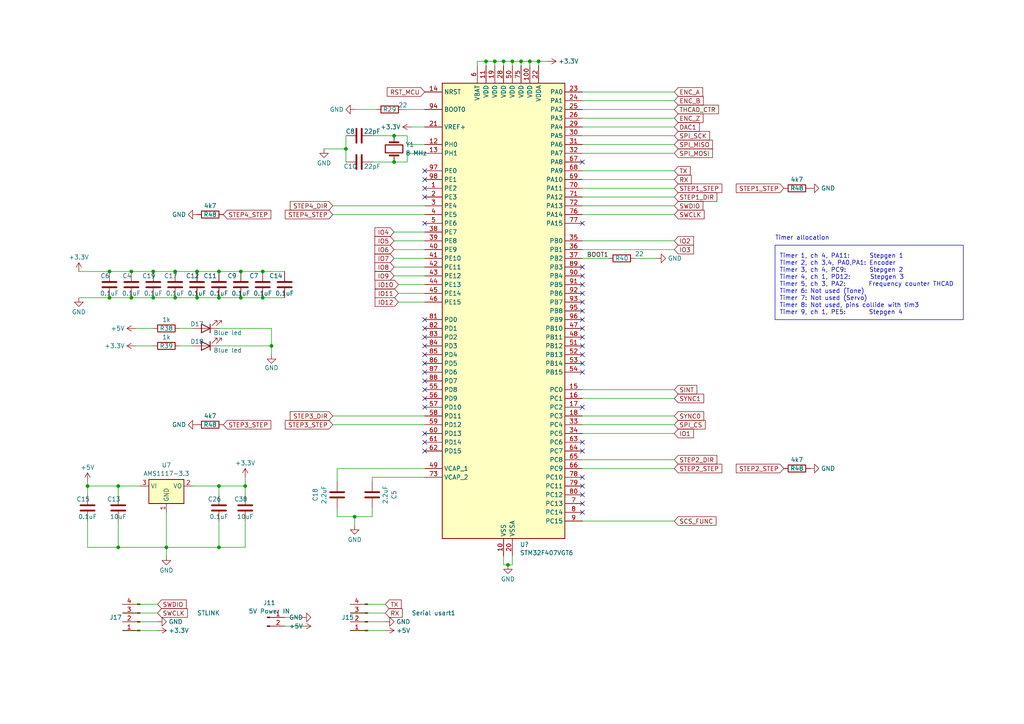
<source format=kicad_sch>
(kicad_sch (version 20230121) (generator eeschema)

  (uuid 29d1fc65-591a-4c4e-a1fd-d6076e24f303)

  (paper "A4")

  (title_block
    (title "MetalMusings EaserCAT 3000")
  )

  (lib_symbols
    (symbol "Connector:Conn_01x02_Pin" (pin_names (offset 1.016) hide) (in_bom yes) (on_board yes)
      (property "Reference" "J" (at 0 2.54 0)
        (effects (font (size 1.27 1.27)))
      )
      (property "Value" "Conn_01x02_Pin" (at 0 -5.08 0)
        (effects (font (size 1.27 1.27)))
      )
      (property "Footprint" "" (at 0 0 0)
        (effects (font (size 1.27 1.27)) hide)
      )
      (property "Datasheet" "~" (at 0 0 0)
        (effects (font (size 1.27 1.27)) hide)
      )
      (property "ki_locked" "" (at 0 0 0)
        (effects (font (size 1.27 1.27)))
      )
      (property "ki_keywords" "connector" (at 0 0 0)
        (effects (font (size 1.27 1.27)) hide)
      )
      (property "ki_description" "Generic connector, single row, 01x02, script generated" (at 0 0 0)
        (effects (font (size 1.27 1.27)) hide)
      )
      (property "ki_fp_filters" "Connector*:*_1x??_*" (at 0 0 0)
        (effects (font (size 1.27 1.27)) hide)
      )
      (symbol "Conn_01x02_Pin_1_1"
        (polyline
          (pts
            (xy 1.27 -2.54)
            (xy 0.8636 -2.54)
          )
          (stroke (width 0.1524) (type default))
          (fill (type none))
        )
        (polyline
          (pts
            (xy 1.27 0)
            (xy 0.8636 0)
          )
          (stroke (width 0.1524) (type default))
          (fill (type none))
        )
        (rectangle (start 0.8636 -2.413) (end 0 -2.667)
          (stroke (width 0.1524) (type default))
          (fill (type outline))
        )
        (rectangle (start 0.8636 0.127) (end 0 -0.127)
          (stroke (width 0.1524) (type default))
          (fill (type outline))
        )
        (pin passive line (at 5.08 0 180) (length 3.81)
          (name "Pin_1" (effects (font (size 1.27 1.27))))
          (number "1" (effects (font (size 1.27 1.27))))
        )
        (pin passive line (at 5.08 -2.54 180) (length 3.81)
          (name "Pin_2" (effects (font (size 1.27 1.27))))
          (number "2" (effects (font (size 1.27 1.27))))
        )
      )
    )
    (symbol "Connector:Conn_01x04_Pin" (pin_names (offset 1.016) hide) (in_bom yes) (on_board yes)
      (property "Reference" "J" (at 0 5.08 0)
        (effects (font (size 1.27 1.27)))
      )
      (property "Value" "Conn_01x04_Pin" (at 0 -7.62 0)
        (effects (font (size 1.27 1.27)))
      )
      (property "Footprint" "" (at 0 0 0)
        (effects (font (size 1.27 1.27)) hide)
      )
      (property "Datasheet" "~" (at 0 0 0)
        (effects (font (size 1.27 1.27)) hide)
      )
      (property "ki_locked" "" (at 0 0 0)
        (effects (font (size 1.27 1.27)))
      )
      (property "ki_keywords" "connector" (at 0 0 0)
        (effects (font (size 1.27 1.27)) hide)
      )
      (property "ki_description" "Generic connector, single row, 01x04, script generated" (at 0 0 0)
        (effects (font (size 1.27 1.27)) hide)
      )
      (property "ki_fp_filters" "Connector*:*_1x??_*" (at 0 0 0)
        (effects (font (size 1.27 1.27)) hide)
      )
      (symbol "Conn_01x04_Pin_1_1"
        (polyline
          (pts
            (xy 1.27 -5.08)
            (xy 0.8636 -5.08)
          )
          (stroke (width 0.1524) (type default))
          (fill (type none))
        )
        (polyline
          (pts
            (xy 1.27 -2.54)
            (xy 0.8636 -2.54)
          )
          (stroke (width 0.1524) (type default))
          (fill (type none))
        )
        (polyline
          (pts
            (xy 1.27 0)
            (xy 0.8636 0)
          )
          (stroke (width 0.1524) (type default))
          (fill (type none))
        )
        (polyline
          (pts
            (xy 1.27 2.54)
            (xy 0.8636 2.54)
          )
          (stroke (width 0.1524) (type default))
          (fill (type none))
        )
        (rectangle (start 0.8636 -4.953) (end 0 -5.207)
          (stroke (width 0.1524) (type default))
          (fill (type outline))
        )
        (rectangle (start 0.8636 -2.413) (end 0 -2.667)
          (stroke (width 0.1524) (type default))
          (fill (type outline))
        )
        (rectangle (start 0.8636 0.127) (end 0 -0.127)
          (stroke (width 0.1524) (type default))
          (fill (type outline))
        )
        (rectangle (start 0.8636 2.667) (end 0 2.413)
          (stroke (width 0.1524) (type default))
          (fill (type outline))
        )
        (pin passive line (at 5.08 2.54 180) (length 3.81)
          (name "Pin_1" (effects (font (size 1.27 1.27))))
          (number "1" (effects (font (size 1.27 1.27))))
        )
        (pin passive line (at 5.08 0 180) (length 3.81)
          (name "Pin_2" (effects (font (size 1.27 1.27))))
          (number "2" (effects (font (size 1.27 1.27))))
        )
        (pin passive line (at 5.08 -2.54 180) (length 3.81)
          (name "Pin_3" (effects (font (size 1.27 1.27))))
          (number "3" (effects (font (size 1.27 1.27))))
        )
        (pin passive line (at 5.08 -5.08 180) (length 3.81)
          (name "Pin_4" (effects (font (size 1.27 1.27))))
          (number "4" (effects (font (size 1.27 1.27))))
        )
      )
    )
    (symbol "Device:C" (pin_numbers hide) (pin_names (offset 0.254)) (in_bom yes) (on_board yes)
      (property "Reference" "C" (at 0.635 2.54 0)
        (effects (font (size 1.27 1.27)) (justify left))
      )
      (property "Value" "C" (at 0.635 -2.54 0)
        (effects (font (size 1.27 1.27)) (justify left))
      )
      (property "Footprint" "" (at 0.9652 -3.81 0)
        (effects (font (size 1.27 1.27)) hide)
      )
      (property "Datasheet" "~" (at 0 0 0)
        (effects (font (size 1.27 1.27)) hide)
      )
      (property "ki_keywords" "cap capacitor" (at 0 0 0)
        (effects (font (size 1.27 1.27)) hide)
      )
      (property "ki_description" "Unpolarized capacitor" (at 0 0 0)
        (effects (font (size 1.27 1.27)) hide)
      )
      (property "ki_fp_filters" "C_*" (at 0 0 0)
        (effects (font (size 1.27 1.27)) hide)
      )
      (symbol "C_0_1"
        (polyline
          (pts
            (xy -2.032 -0.762)
            (xy 2.032 -0.762)
          )
          (stroke (width 0.508) (type default))
          (fill (type none))
        )
        (polyline
          (pts
            (xy -2.032 0.762)
            (xy 2.032 0.762)
          )
          (stroke (width 0.508) (type default))
          (fill (type none))
        )
      )
      (symbol "C_1_1"
        (pin passive line (at 0 3.81 270) (length 2.794)
          (name "~" (effects (font (size 1.27 1.27))))
          (number "1" (effects (font (size 1.27 1.27))))
        )
        (pin passive line (at 0 -3.81 90) (length 2.794)
          (name "~" (effects (font (size 1.27 1.27))))
          (number "2" (effects (font (size 1.27 1.27))))
        )
      )
    )
    (symbol "Device:Crystal" (pin_numbers hide) (pin_names (offset 1.016) hide) (in_bom yes) (on_board yes)
      (property "Reference" "Y" (at 0 3.81 0)
        (effects (font (size 1.27 1.27)))
      )
      (property "Value" "Crystal" (at 0 -3.81 0)
        (effects (font (size 1.27 1.27)))
      )
      (property "Footprint" "" (at 0 0 0)
        (effects (font (size 1.27 1.27)) hide)
      )
      (property "Datasheet" "~" (at 0 0 0)
        (effects (font (size 1.27 1.27)) hide)
      )
      (property "ki_keywords" "quartz ceramic resonator oscillator" (at 0 0 0)
        (effects (font (size 1.27 1.27)) hide)
      )
      (property "ki_description" "Two pin crystal" (at 0 0 0)
        (effects (font (size 1.27 1.27)) hide)
      )
      (property "ki_fp_filters" "Crystal*" (at 0 0 0)
        (effects (font (size 1.27 1.27)) hide)
      )
      (symbol "Crystal_0_1"
        (rectangle (start -1.143 2.54) (end 1.143 -2.54)
          (stroke (width 0.3048) (type default))
          (fill (type none))
        )
        (polyline
          (pts
            (xy -2.54 0)
            (xy -1.905 0)
          )
          (stroke (width 0) (type default))
          (fill (type none))
        )
        (polyline
          (pts
            (xy -1.905 -1.27)
            (xy -1.905 1.27)
          )
          (stroke (width 0.508) (type default))
          (fill (type none))
        )
        (polyline
          (pts
            (xy 1.905 -1.27)
            (xy 1.905 1.27)
          )
          (stroke (width 0.508) (type default))
          (fill (type none))
        )
        (polyline
          (pts
            (xy 2.54 0)
            (xy 1.905 0)
          )
          (stroke (width 0) (type default))
          (fill (type none))
        )
      )
      (symbol "Crystal_1_1"
        (pin passive line (at -3.81 0 0) (length 1.27)
          (name "1" (effects (font (size 1.27 1.27))))
          (number "1" (effects (font (size 1.27 1.27))))
        )
        (pin passive line (at 3.81 0 180) (length 1.27)
          (name "2" (effects (font (size 1.27 1.27))))
          (number "2" (effects (font (size 1.27 1.27))))
        )
      )
    )
    (symbol "Device:LED" (pin_numbers hide) (pin_names (offset 1.016) hide) (in_bom yes) (on_board yes)
      (property "Reference" "D" (at 0 2.54 0)
        (effects (font (size 1.27 1.27)))
      )
      (property "Value" "LED" (at 0 -2.54 0)
        (effects (font (size 1.27 1.27)))
      )
      (property "Footprint" "" (at 0 0 0)
        (effects (font (size 1.27 1.27)) hide)
      )
      (property "Datasheet" "~" (at 0 0 0)
        (effects (font (size 1.27 1.27)) hide)
      )
      (property "ki_keywords" "LED diode" (at 0 0 0)
        (effects (font (size 1.27 1.27)) hide)
      )
      (property "ki_description" "Light emitting diode" (at 0 0 0)
        (effects (font (size 1.27 1.27)) hide)
      )
      (property "ki_fp_filters" "LED* LED_SMD:* LED_THT:*" (at 0 0 0)
        (effects (font (size 1.27 1.27)) hide)
      )
      (symbol "LED_0_1"
        (polyline
          (pts
            (xy -1.27 -1.27)
            (xy -1.27 1.27)
          )
          (stroke (width 0.254) (type default))
          (fill (type none))
        )
        (polyline
          (pts
            (xy -1.27 0)
            (xy 1.27 0)
          )
          (stroke (width 0) (type default))
          (fill (type none))
        )
        (polyline
          (pts
            (xy 1.27 -1.27)
            (xy 1.27 1.27)
            (xy -1.27 0)
            (xy 1.27 -1.27)
          )
          (stroke (width 0.254) (type default))
          (fill (type none))
        )
        (polyline
          (pts
            (xy -3.048 -0.762)
            (xy -4.572 -2.286)
            (xy -3.81 -2.286)
            (xy -4.572 -2.286)
            (xy -4.572 -1.524)
          )
          (stroke (width 0) (type default))
          (fill (type none))
        )
        (polyline
          (pts
            (xy -1.778 -0.762)
            (xy -3.302 -2.286)
            (xy -2.54 -2.286)
            (xy -3.302 -2.286)
            (xy -3.302 -1.524)
          )
          (stroke (width 0) (type default))
          (fill (type none))
        )
      )
      (symbol "LED_1_1"
        (pin passive line (at -3.81 0 0) (length 2.54)
          (name "K" (effects (font (size 1.27 1.27))))
          (number "1" (effects (font (size 1.27 1.27))))
        )
        (pin passive line (at 3.81 0 180) (length 2.54)
          (name "A" (effects (font (size 1.27 1.27))))
          (number "2" (effects (font (size 1.27 1.27))))
        )
      )
    )
    (symbol "Device:R" (pin_numbers hide) (pin_names (offset 0)) (in_bom yes) (on_board yes)
      (property "Reference" "R" (at 2.032 0 90)
        (effects (font (size 1.27 1.27)))
      )
      (property "Value" "R" (at 0 0 90)
        (effects (font (size 1.27 1.27)))
      )
      (property "Footprint" "" (at -1.778 0 90)
        (effects (font (size 1.27 1.27)) hide)
      )
      (property "Datasheet" "~" (at 0 0 0)
        (effects (font (size 1.27 1.27)) hide)
      )
      (property "ki_keywords" "R res resistor" (at 0 0 0)
        (effects (font (size 1.27 1.27)) hide)
      )
      (property "ki_description" "Resistor" (at 0 0 0)
        (effects (font (size 1.27 1.27)) hide)
      )
      (property "ki_fp_filters" "R_*" (at 0 0 0)
        (effects (font (size 1.27 1.27)) hide)
      )
      (symbol "R_0_1"
        (rectangle (start -1.016 -2.54) (end 1.016 2.54)
          (stroke (width 0.254) (type default))
          (fill (type none))
        )
      )
      (symbol "R_1_1"
        (pin passive line (at 0 3.81 270) (length 1.27)
          (name "~" (effects (font (size 1.27 1.27))))
          (number "1" (effects (font (size 1.27 1.27))))
        )
        (pin passive line (at 0 -3.81 90) (length 1.27)
          (name "~" (effects (font (size 1.27 1.27))))
          (number "2" (effects (font (size 1.27 1.27))))
        )
      )
    )
    (symbol "MCU_ST_STM32F4:STM32F407VGTx" (in_bom yes) (on_board yes)
      (property "Reference" "U" (at -17.78 67.31 0)
        (effects (font (size 1.27 1.27)) (justify left))
      )
      (property "Value" "STM32F407VGTx" (at 12.7 67.31 0)
        (effects (font (size 1.27 1.27)) (justify left))
      )
      (property "Footprint" "Package_QFP:LQFP-100_14x14mm_P0.5mm" (at -17.78 -66.04 0)
        (effects (font (size 1.27 1.27)) (justify right) hide)
      )
      (property "Datasheet" "https://www.st.com/resource/en/datasheet/stm32f407vg.pdf" (at 0 0 0)
        (effects (font (size 1.27 1.27)) hide)
      )
      (property "ki_locked" "" (at 0 0 0)
        (effects (font (size 1.27 1.27)))
      )
      (property "ki_keywords" "Arm Cortex-M4 STM32F4 STM32F407/417" (at 0 0 0)
        (effects (font (size 1.27 1.27)) hide)
      )
      (property "ki_description" "STMicroelectronics Arm Cortex-M4 MCU, 1024KB flash, 192KB RAM, 168 MHz, 1.8-3.6V, 82 GPIO, LQFP100" (at 0 0 0)
        (effects (font (size 1.27 1.27)) hide)
      )
      (property "ki_fp_filters" "LQFP*14x14mm*P0.5mm*" (at 0 0 0)
        (effects (font (size 1.27 1.27)) hide)
      )
      (symbol "STM32F407VGTx_0_1"
        (rectangle (start -17.78 -66.04) (end 17.78 66.04)
          (stroke (width 0.254) (type default))
          (fill (type background))
        )
      )
      (symbol "STM32F407VGTx_1_1"
        (pin bidirectional line (at -22.86 35.56 0) (length 5.08)
          (name "PE2" (effects (font (size 1.27 1.27))))
          (number "1" (effects (font (size 1.27 1.27))))
          (alternate "ETH_TXD3" bidirectional line)
          (alternate "FSMC_A23" bidirectional line)
          (alternate "SYS_TRACECLK" bidirectional line)
        )
        (pin power_in line (at 0 -71.12 90) (length 5.08)
          (name "VSS" (effects (font (size 1.27 1.27))))
          (number "10" (effects (font (size 1.27 1.27))))
        )
        (pin power_in line (at 7.62 71.12 270) (length 5.08)
          (name "VDD" (effects (font (size 1.27 1.27))))
          (number "100" (effects (font (size 1.27 1.27))))
        )
        (pin power_in line (at -5.08 71.12 270) (length 5.08)
          (name "VDD" (effects (font (size 1.27 1.27))))
          (number "11" (effects (font (size 1.27 1.27))))
        )
        (pin bidirectional line (at -22.86 48.26 0) (length 5.08)
          (name "PH0" (effects (font (size 1.27 1.27))))
          (number "12" (effects (font (size 1.27 1.27))))
          (alternate "RCC_OSC_IN" bidirectional line)
        )
        (pin bidirectional line (at -22.86 45.72 0) (length 5.08)
          (name "PH1" (effects (font (size 1.27 1.27))))
          (number "13" (effects (font (size 1.27 1.27))))
          (alternate "RCC_OSC_OUT" bidirectional line)
        )
        (pin input line (at -22.86 63.5 0) (length 5.08)
          (name "NRST" (effects (font (size 1.27 1.27))))
          (number "14" (effects (font (size 1.27 1.27))))
        )
        (pin bidirectional line (at 22.86 -22.86 180) (length 5.08)
          (name "PC0" (effects (font (size 1.27 1.27))))
          (number "15" (effects (font (size 1.27 1.27))))
          (alternate "ADC1_IN10" bidirectional line)
          (alternate "ADC2_IN10" bidirectional line)
          (alternate "ADC3_IN10" bidirectional line)
          (alternate "USB_OTG_HS_ULPI_STP" bidirectional line)
        )
        (pin bidirectional line (at 22.86 -25.4 180) (length 5.08)
          (name "PC1" (effects (font (size 1.27 1.27))))
          (number "16" (effects (font (size 1.27 1.27))))
          (alternate "ADC1_IN11" bidirectional line)
          (alternate "ADC2_IN11" bidirectional line)
          (alternate "ADC3_IN11" bidirectional line)
          (alternate "ETH_MDC" bidirectional line)
        )
        (pin bidirectional line (at 22.86 -27.94 180) (length 5.08)
          (name "PC2" (effects (font (size 1.27 1.27))))
          (number "17" (effects (font (size 1.27 1.27))))
          (alternate "ADC1_IN12" bidirectional line)
          (alternate "ADC2_IN12" bidirectional line)
          (alternate "ADC3_IN12" bidirectional line)
          (alternate "ETH_TXD2" bidirectional line)
          (alternate "I2S2_ext_SD" bidirectional line)
          (alternate "SPI2_MISO" bidirectional line)
          (alternate "USB_OTG_HS_ULPI_DIR" bidirectional line)
        )
        (pin bidirectional line (at 22.86 -30.48 180) (length 5.08)
          (name "PC3" (effects (font (size 1.27 1.27))))
          (number "18" (effects (font (size 1.27 1.27))))
          (alternate "ADC1_IN13" bidirectional line)
          (alternate "ADC2_IN13" bidirectional line)
          (alternate "ADC3_IN13" bidirectional line)
          (alternate "ETH_TX_CLK" bidirectional line)
          (alternate "I2S2_SD" bidirectional line)
          (alternate "SPI2_MOSI" bidirectional line)
          (alternate "USB_OTG_HS_ULPI_NXT" bidirectional line)
        )
        (pin power_in line (at -2.54 71.12 270) (length 5.08)
          (name "VDD" (effects (font (size 1.27 1.27))))
          (number "19" (effects (font (size 1.27 1.27))))
        )
        (pin bidirectional line (at -22.86 33.02 0) (length 5.08)
          (name "PE3" (effects (font (size 1.27 1.27))))
          (number "2" (effects (font (size 1.27 1.27))))
          (alternate "FSMC_A19" bidirectional line)
          (alternate "SYS_TRACED0" bidirectional line)
        )
        (pin power_in line (at 2.54 -71.12 90) (length 5.08)
          (name "VSSA" (effects (font (size 1.27 1.27))))
          (number "20" (effects (font (size 1.27 1.27))))
        )
        (pin input line (at -22.86 53.34 0) (length 5.08)
          (name "VREF+" (effects (font (size 1.27 1.27))))
          (number "21" (effects (font (size 1.27 1.27))))
        )
        (pin power_in line (at 10.16 71.12 270) (length 5.08)
          (name "VDDA" (effects (font (size 1.27 1.27))))
          (number "22" (effects (font (size 1.27 1.27))))
        )
        (pin bidirectional line (at 22.86 63.5 180) (length 5.08)
          (name "PA0" (effects (font (size 1.27 1.27))))
          (number "23" (effects (font (size 1.27 1.27))))
          (alternate "ADC1_IN0" bidirectional line)
          (alternate "ADC2_IN0" bidirectional line)
          (alternate "ADC3_IN0" bidirectional line)
          (alternate "ETH_CRS" bidirectional line)
          (alternate "SYS_WKUP" bidirectional line)
          (alternate "TIM2_CH1" bidirectional line)
          (alternate "TIM2_ETR" bidirectional line)
          (alternate "TIM5_CH1" bidirectional line)
          (alternate "TIM8_ETR" bidirectional line)
          (alternate "UART4_TX" bidirectional line)
          (alternate "USART2_CTS" bidirectional line)
        )
        (pin bidirectional line (at 22.86 60.96 180) (length 5.08)
          (name "PA1" (effects (font (size 1.27 1.27))))
          (number "24" (effects (font (size 1.27 1.27))))
          (alternate "ADC1_IN1" bidirectional line)
          (alternate "ADC2_IN1" bidirectional line)
          (alternate "ADC3_IN1" bidirectional line)
          (alternate "ETH_REF_CLK" bidirectional line)
          (alternate "ETH_RX_CLK" bidirectional line)
          (alternate "TIM2_CH2" bidirectional line)
          (alternate "TIM5_CH2" bidirectional line)
          (alternate "UART4_RX" bidirectional line)
          (alternate "USART2_RTS" bidirectional line)
        )
        (pin bidirectional line (at 22.86 58.42 180) (length 5.08)
          (name "PA2" (effects (font (size 1.27 1.27))))
          (number "25" (effects (font (size 1.27 1.27))))
          (alternate "ADC1_IN2" bidirectional line)
          (alternate "ADC2_IN2" bidirectional line)
          (alternate "ADC3_IN2" bidirectional line)
          (alternate "ETH_MDIO" bidirectional line)
          (alternate "TIM2_CH3" bidirectional line)
          (alternate "TIM5_CH3" bidirectional line)
          (alternate "TIM9_CH1" bidirectional line)
          (alternate "USART2_TX" bidirectional line)
        )
        (pin bidirectional line (at 22.86 55.88 180) (length 5.08)
          (name "PA3" (effects (font (size 1.27 1.27))))
          (number "26" (effects (font (size 1.27 1.27))))
          (alternate "ADC1_IN3" bidirectional line)
          (alternate "ADC2_IN3" bidirectional line)
          (alternate "ADC3_IN3" bidirectional line)
          (alternate "ETH_COL" bidirectional line)
          (alternate "TIM2_CH4" bidirectional line)
          (alternate "TIM5_CH4" bidirectional line)
          (alternate "TIM9_CH2" bidirectional line)
          (alternate "USART2_RX" bidirectional line)
          (alternate "USB_OTG_HS_ULPI_D0" bidirectional line)
        )
        (pin passive line (at 0 -71.12 90) (length 5.08) hide
          (name "VSS" (effects (font (size 1.27 1.27))))
          (number "27" (effects (font (size 1.27 1.27))))
        )
        (pin power_in line (at 0 71.12 270) (length 5.08)
          (name "VDD" (effects (font (size 1.27 1.27))))
          (number "28" (effects (font (size 1.27 1.27))))
        )
        (pin bidirectional line (at 22.86 53.34 180) (length 5.08)
          (name "PA4" (effects (font (size 1.27 1.27))))
          (number "29" (effects (font (size 1.27 1.27))))
          (alternate "ADC1_IN4" bidirectional line)
          (alternate "ADC2_IN4" bidirectional line)
          (alternate "DAC_OUT1" bidirectional line)
          (alternate "DCMI_HSYNC" bidirectional line)
          (alternate "I2S3_WS" bidirectional line)
          (alternate "SPI1_NSS" bidirectional line)
          (alternate "SPI3_NSS" bidirectional line)
          (alternate "USART2_CK" bidirectional line)
          (alternate "USB_OTG_HS_SOF" bidirectional line)
        )
        (pin bidirectional line (at -22.86 30.48 0) (length 5.08)
          (name "PE4" (effects (font (size 1.27 1.27))))
          (number "3" (effects (font (size 1.27 1.27))))
          (alternate "DCMI_D4" bidirectional line)
          (alternate "FSMC_A20" bidirectional line)
          (alternate "SYS_TRACED1" bidirectional line)
        )
        (pin bidirectional line (at 22.86 50.8 180) (length 5.08)
          (name "PA5" (effects (font (size 1.27 1.27))))
          (number "30" (effects (font (size 1.27 1.27))))
          (alternate "ADC1_IN5" bidirectional line)
          (alternate "ADC2_IN5" bidirectional line)
          (alternate "DAC_OUT2" bidirectional line)
          (alternate "SPI1_SCK" bidirectional line)
          (alternate "TIM2_CH1" bidirectional line)
          (alternate "TIM2_ETR" bidirectional line)
          (alternate "TIM8_CH1N" bidirectional line)
          (alternate "USB_OTG_HS_ULPI_CK" bidirectional line)
        )
        (pin bidirectional line (at 22.86 48.26 180) (length 5.08)
          (name "PA6" (effects (font (size 1.27 1.27))))
          (number "31" (effects (font (size 1.27 1.27))))
          (alternate "ADC1_IN6" bidirectional line)
          (alternate "ADC2_IN6" bidirectional line)
          (alternate "DCMI_PIXCLK" bidirectional line)
          (alternate "SPI1_MISO" bidirectional line)
          (alternate "TIM13_CH1" bidirectional line)
          (alternate "TIM1_BKIN" bidirectional line)
          (alternate "TIM3_CH1" bidirectional line)
          (alternate "TIM8_BKIN" bidirectional line)
        )
        (pin bidirectional line (at 22.86 45.72 180) (length 5.08)
          (name "PA7" (effects (font (size 1.27 1.27))))
          (number "32" (effects (font (size 1.27 1.27))))
          (alternate "ADC1_IN7" bidirectional line)
          (alternate "ADC2_IN7" bidirectional line)
          (alternate "ETH_CRS_DV" bidirectional line)
          (alternate "ETH_RX_DV" bidirectional line)
          (alternate "SPI1_MOSI" bidirectional line)
          (alternate "TIM14_CH1" bidirectional line)
          (alternate "TIM1_CH1N" bidirectional line)
          (alternate "TIM3_CH2" bidirectional line)
          (alternate "TIM8_CH1N" bidirectional line)
        )
        (pin bidirectional line (at 22.86 -33.02 180) (length 5.08)
          (name "PC4" (effects (font (size 1.27 1.27))))
          (number "33" (effects (font (size 1.27 1.27))))
          (alternate "ADC1_IN14" bidirectional line)
          (alternate "ADC2_IN14" bidirectional line)
          (alternate "ETH_RXD0" bidirectional line)
        )
        (pin bidirectional line (at 22.86 -35.56 180) (length 5.08)
          (name "PC5" (effects (font (size 1.27 1.27))))
          (number "34" (effects (font (size 1.27 1.27))))
          (alternate "ADC1_IN15" bidirectional line)
          (alternate "ADC2_IN15" bidirectional line)
          (alternate "ETH_RXD1" bidirectional line)
        )
        (pin bidirectional line (at 22.86 20.32 180) (length 5.08)
          (name "PB0" (effects (font (size 1.27 1.27))))
          (number "35" (effects (font (size 1.27 1.27))))
          (alternate "ADC1_IN8" bidirectional line)
          (alternate "ADC2_IN8" bidirectional line)
          (alternate "ETH_RXD2" bidirectional line)
          (alternate "TIM1_CH2N" bidirectional line)
          (alternate "TIM3_CH3" bidirectional line)
          (alternate "TIM8_CH2N" bidirectional line)
          (alternate "USB_OTG_HS_ULPI_D1" bidirectional line)
        )
        (pin bidirectional line (at 22.86 17.78 180) (length 5.08)
          (name "PB1" (effects (font (size 1.27 1.27))))
          (number "36" (effects (font (size 1.27 1.27))))
          (alternate "ADC1_IN9" bidirectional line)
          (alternate "ADC2_IN9" bidirectional line)
          (alternate "ETH_RXD3" bidirectional line)
          (alternate "TIM1_CH3N" bidirectional line)
          (alternate "TIM3_CH4" bidirectional line)
          (alternate "TIM8_CH3N" bidirectional line)
          (alternate "USB_OTG_HS_ULPI_D2" bidirectional line)
        )
        (pin bidirectional line (at 22.86 15.24 180) (length 5.08)
          (name "PB2" (effects (font (size 1.27 1.27))))
          (number "37" (effects (font (size 1.27 1.27))))
        )
        (pin bidirectional line (at -22.86 22.86 0) (length 5.08)
          (name "PE7" (effects (font (size 1.27 1.27))))
          (number "38" (effects (font (size 1.27 1.27))))
          (alternate "FSMC_D4" bidirectional line)
          (alternate "FSMC_DA4" bidirectional line)
          (alternate "TIM1_ETR" bidirectional line)
        )
        (pin bidirectional line (at -22.86 20.32 0) (length 5.08)
          (name "PE8" (effects (font (size 1.27 1.27))))
          (number "39" (effects (font (size 1.27 1.27))))
          (alternate "FSMC_D5" bidirectional line)
          (alternate "FSMC_DA5" bidirectional line)
          (alternate "TIM1_CH1N" bidirectional line)
        )
        (pin bidirectional line (at -22.86 27.94 0) (length 5.08)
          (name "PE5" (effects (font (size 1.27 1.27))))
          (number "4" (effects (font (size 1.27 1.27))))
          (alternate "DCMI_D6" bidirectional line)
          (alternate "FSMC_A21" bidirectional line)
          (alternate "SYS_TRACED2" bidirectional line)
          (alternate "TIM9_CH1" bidirectional line)
        )
        (pin bidirectional line (at -22.86 17.78 0) (length 5.08)
          (name "PE9" (effects (font (size 1.27 1.27))))
          (number "40" (effects (font (size 1.27 1.27))))
          (alternate "DAC_EXTI9" bidirectional line)
          (alternate "FSMC_D6" bidirectional line)
          (alternate "FSMC_DA6" bidirectional line)
          (alternate "TIM1_CH1" bidirectional line)
        )
        (pin bidirectional line (at -22.86 15.24 0) (length 5.08)
          (name "PE10" (effects (font (size 1.27 1.27))))
          (number "41" (effects (font (size 1.27 1.27))))
          (alternate "FSMC_D7" bidirectional line)
          (alternate "FSMC_DA7" bidirectional line)
          (alternate "TIM1_CH2N" bidirectional line)
        )
        (pin bidirectional line (at -22.86 12.7 0) (length 5.08)
          (name "PE11" (effects (font (size 1.27 1.27))))
          (number "42" (effects (font (size 1.27 1.27))))
          (alternate "ADC1_EXTI11" bidirectional line)
          (alternate "ADC2_EXTI11" bidirectional line)
          (alternate "ADC3_EXTI11" bidirectional line)
          (alternate "FSMC_D8" bidirectional line)
          (alternate "FSMC_DA8" bidirectional line)
          (alternate "TIM1_CH2" bidirectional line)
        )
        (pin bidirectional line (at -22.86 10.16 0) (length 5.08)
          (name "PE12" (effects (font (size 1.27 1.27))))
          (number "43" (effects (font (size 1.27 1.27))))
          (alternate "FSMC_D9" bidirectional line)
          (alternate "FSMC_DA9" bidirectional line)
          (alternate "TIM1_CH3N" bidirectional line)
        )
        (pin bidirectional line (at -22.86 7.62 0) (length 5.08)
          (name "PE13" (effects (font (size 1.27 1.27))))
          (number "44" (effects (font (size 1.27 1.27))))
          (alternate "FSMC_D10" bidirectional line)
          (alternate "FSMC_DA10" bidirectional line)
          (alternate "TIM1_CH3" bidirectional line)
        )
        (pin bidirectional line (at -22.86 5.08 0) (length 5.08)
          (name "PE14" (effects (font (size 1.27 1.27))))
          (number "45" (effects (font (size 1.27 1.27))))
          (alternate "FSMC_D11" bidirectional line)
          (alternate "FSMC_DA11" bidirectional line)
          (alternate "TIM1_CH4" bidirectional line)
        )
        (pin bidirectional line (at -22.86 2.54 0) (length 5.08)
          (name "PE15" (effects (font (size 1.27 1.27))))
          (number "46" (effects (font (size 1.27 1.27))))
          (alternate "ADC1_EXTI15" bidirectional line)
          (alternate "ADC2_EXTI15" bidirectional line)
          (alternate "ADC3_EXTI15" bidirectional line)
          (alternate "FSMC_D12" bidirectional line)
          (alternate "FSMC_DA12" bidirectional line)
          (alternate "TIM1_BKIN" bidirectional line)
        )
        (pin bidirectional line (at 22.86 -5.08 180) (length 5.08)
          (name "PB10" (effects (font (size 1.27 1.27))))
          (number "47" (effects (font (size 1.27 1.27))))
          (alternate "ETH_RX_ER" bidirectional line)
          (alternate "I2C2_SCL" bidirectional line)
          (alternate "I2S2_CK" bidirectional line)
          (alternate "SPI2_SCK" bidirectional line)
          (alternate "TIM2_CH3" bidirectional line)
          (alternate "USART3_TX" bidirectional line)
          (alternate "USB_OTG_HS_ULPI_D3" bidirectional line)
        )
        (pin bidirectional line (at 22.86 -7.62 180) (length 5.08)
          (name "PB11" (effects (font (size 1.27 1.27))))
          (number "48" (effects (font (size 1.27 1.27))))
          (alternate "ADC1_EXTI11" bidirectional line)
          (alternate "ADC2_EXTI11" bidirectional line)
          (alternate "ADC3_EXTI11" bidirectional line)
          (alternate "ETH_TX_EN" bidirectional line)
          (alternate "I2C2_SDA" bidirectional line)
          (alternate "TIM2_CH4" bidirectional line)
          (alternate "USART3_RX" bidirectional line)
          (alternate "USB_OTG_HS_ULPI_D4" bidirectional line)
        )
        (pin power_out line (at -22.86 -45.72 0) (length 5.08)
          (name "VCAP_1" (effects (font (size 1.27 1.27))))
          (number "49" (effects (font (size 1.27 1.27))))
        )
        (pin bidirectional line (at -22.86 25.4 0) (length 5.08)
          (name "PE6" (effects (font (size 1.27 1.27))))
          (number "5" (effects (font (size 1.27 1.27))))
          (alternate "DCMI_D7" bidirectional line)
          (alternate "FSMC_A22" bidirectional line)
          (alternate "SYS_TRACED3" bidirectional line)
          (alternate "TIM9_CH2" bidirectional line)
        )
        (pin power_in line (at 2.54 71.12 270) (length 5.08)
          (name "VDD" (effects (font (size 1.27 1.27))))
          (number "50" (effects (font (size 1.27 1.27))))
        )
        (pin bidirectional line (at 22.86 -10.16 180) (length 5.08)
          (name "PB12" (effects (font (size 1.27 1.27))))
          (number "51" (effects (font (size 1.27 1.27))))
          (alternate "CAN2_RX" bidirectional line)
          (alternate "ETH_TXD0" bidirectional line)
          (alternate "I2C2_SMBA" bidirectional line)
          (alternate "I2S2_WS" bidirectional line)
          (alternate "SPI2_NSS" bidirectional line)
          (alternate "TIM1_BKIN" bidirectional line)
          (alternate "USART3_CK" bidirectional line)
          (alternate "USB_OTG_HS_ID" bidirectional line)
          (alternate "USB_OTG_HS_ULPI_D5" bidirectional line)
        )
        (pin bidirectional line (at 22.86 -12.7 180) (length 5.08)
          (name "PB13" (effects (font (size 1.27 1.27))))
          (number "52" (effects (font (size 1.27 1.27))))
          (alternate "CAN2_TX" bidirectional line)
          (alternate "ETH_TXD1" bidirectional line)
          (alternate "I2S2_CK" bidirectional line)
          (alternate "SPI2_SCK" bidirectional line)
          (alternate "TIM1_CH1N" bidirectional line)
          (alternate "USART3_CTS" bidirectional line)
          (alternate "USB_OTG_HS_ULPI_D6" bidirectional line)
          (alternate "USB_OTG_HS_VBUS" bidirectional line)
        )
        (pin bidirectional line (at 22.86 -15.24 180) (length 5.08)
          (name "PB14" (effects (font (size 1.27 1.27))))
          (number "53" (effects (font (size 1.27 1.27))))
          (alternate "I2S2_ext_SD" bidirectional line)
          (alternate "SPI2_MISO" bidirectional line)
          (alternate "TIM12_CH1" bidirectional line)
          (alternate "TIM1_CH2N" bidirectional line)
          (alternate "TIM8_CH2N" bidirectional line)
          (alternate "USART3_RTS" bidirectional line)
          (alternate "USB_OTG_HS_DM" bidirectional line)
        )
        (pin bidirectional line (at 22.86 -17.78 180) (length 5.08)
          (name "PB15" (effects (font (size 1.27 1.27))))
          (number "54" (effects (font (size 1.27 1.27))))
          (alternate "ADC1_EXTI15" bidirectional line)
          (alternate "ADC2_EXTI15" bidirectional line)
          (alternate "ADC3_EXTI15" bidirectional line)
          (alternate "I2S2_SD" bidirectional line)
          (alternate "RTC_REFIN" bidirectional line)
          (alternate "SPI2_MOSI" bidirectional line)
          (alternate "TIM12_CH2" bidirectional line)
          (alternate "TIM1_CH3N" bidirectional line)
          (alternate "TIM8_CH3N" bidirectional line)
          (alternate "USB_OTG_HS_DP" bidirectional line)
        )
        (pin bidirectional line (at -22.86 -22.86 0) (length 5.08)
          (name "PD8" (effects (font (size 1.27 1.27))))
          (number "55" (effects (font (size 1.27 1.27))))
          (alternate "FSMC_D13" bidirectional line)
          (alternate "FSMC_DA13" bidirectional line)
          (alternate "USART3_TX" bidirectional line)
        )
        (pin bidirectional line (at -22.86 -25.4 0) (length 5.08)
          (name "PD9" (effects (font (size 1.27 1.27))))
          (number "56" (effects (font (size 1.27 1.27))))
          (alternate "DAC_EXTI9" bidirectional line)
          (alternate "FSMC_D14" bidirectional line)
          (alternate "FSMC_DA14" bidirectional line)
          (alternate "USART3_RX" bidirectional line)
        )
        (pin bidirectional line (at -22.86 -27.94 0) (length 5.08)
          (name "PD10" (effects (font (size 1.27 1.27))))
          (number "57" (effects (font (size 1.27 1.27))))
          (alternate "FSMC_D15" bidirectional line)
          (alternate "FSMC_DA15" bidirectional line)
          (alternate "USART3_CK" bidirectional line)
        )
        (pin bidirectional line (at -22.86 -30.48 0) (length 5.08)
          (name "PD11" (effects (font (size 1.27 1.27))))
          (number "58" (effects (font (size 1.27 1.27))))
          (alternate "ADC1_EXTI11" bidirectional line)
          (alternate "ADC2_EXTI11" bidirectional line)
          (alternate "ADC3_EXTI11" bidirectional line)
          (alternate "FSMC_A16" bidirectional line)
          (alternate "FSMC_CLE" bidirectional line)
          (alternate "USART3_CTS" bidirectional line)
        )
        (pin bidirectional line (at -22.86 -33.02 0) (length 5.08)
          (name "PD12" (effects (font (size 1.27 1.27))))
          (number "59" (effects (font (size 1.27 1.27))))
          (alternate "FSMC_A17" bidirectional line)
          (alternate "FSMC_ALE" bidirectional line)
          (alternate "TIM4_CH1" bidirectional line)
          (alternate "USART3_RTS" bidirectional line)
        )
        (pin power_in line (at -7.62 71.12 270) (length 5.08)
          (name "VBAT" (effects (font (size 1.27 1.27))))
          (number "6" (effects (font (size 1.27 1.27))))
        )
        (pin bidirectional line (at -22.86 -35.56 0) (length 5.08)
          (name "PD13" (effects (font (size 1.27 1.27))))
          (number "60" (effects (font (size 1.27 1.27))))
          (alternate "FSMC_A18" bidirectional line)
          (alternate "TIM4_CH2" bidirectional line)
        )
        (pin bidirectional line (at -22.86 -38.1 0) (length 5.08)
          (name "PD14" (effects (font (size 1.27 1.27))))
          (number "61" (effects (font (size 1.27 1.27))))
          (alternate "FSMC_D0" bidirectional line)
          (alternate "FSMC_DA0" bidirectional line)
          (alternate "TIM4_CH3" bidirectional line)
        )
        (pin bidirectional line (at -22.86 -40.64 0) (length 5.08)
          (name "PD15" (effects (font (size 1.27 1.27))))
          (number "62" (effects (font (size 1.27 1.27))))
          (alternate "ADC1_EXTI15" bidirectional line)
          (alternate "ADC2_EXTI15" bidirectional line)
          (alternate "ADC3_EXTI15" bidirectional line)
          (alternate "FSMC_D1" bidirectional line)
          (alternate "FSMC_DA1" bidirectional line)
          (alternate "TIM4_CH4" bidirectional line)
        )
        (pin bidirectional line (at 22.86 -38.1 180) (length 5.08)
          (name "PC6" (effects (font (size 1.27 1.27))))
          (number "63" (effects (font (size 1.27 1.27))))
          (alternate "DCMI_D0" bidirectional line)
          (alternate "I2S2_MCK" bidirectional line)
          (alternate "SDIO_D6" bidirectional line)
          (alternate "TIM3_CH1" bidirectional line)
          (alternate "TIM8_CH1" bidirectional line)
          (alternate "USART6_TX" bidirectional line)
        )
        (pin bidirectional line (at 22.86 -40.64 180) (length 5.08)
          (name "PC7" (effects (font (size 1.27 1.27))))
          (number "64" (effects (font (size 1.27 1.27))))
          (alternate "DCMI_D1" bidirectional line)
          (alternate "I2S3_MCK" bidirectional line)
          (alternate "SDIO_D7" bidirectional line)
          (alternate "TIM3_CH2" bidirectional line)
          (alternate "TIM8_CH2" bidirectional line)
          (alternate "USART6_RX" bidirectional line)
        )
        (pin bidirectional line (at 22.86 -43.18 180) (length 5.08)
          (name "PC8" (effects (font (size 1.27 1.27))))
          (number "65" (effects (font (size 1.27 1.27))))
          (alternate "DCMI_D2" bidirectional line)
          (alternate "SDIO_D0" bidirectional line)
          (alternate "TIM3_CH3" bidirectional line)
          (alternate "TIM8_CH3" bidirectional line)
          (alternate "USART6_CK" bidirectional line)
        )
        (pin bidirectional line (at 22.86 -45.72 180) (length 5.08)
          (name "PC9" (effects (font (size 1.27 1.27))))
          (number "66" (effects (font (size 1.27 1.27))))
          (alternate "DAC_EXTI9" bidirectional line)
          (alternate "DCMI_D3" bidirectional line)
          (alternate "I2C3_SDA" bidirectional line)
          (alternate "I2S_CKIN" bidirectional line)
          (alternate "RCC_MCO_2" bidirectional line)
          (alternate "SDIO_D1" bidirectional line)
          (alternate "TIM3_CH4" bidirectional line)
          (alternate "TIM8_CH4" bidirectional line)
        )
        (pin bidirectional line (at 22.86 43.18 180) (length 5.08)
          (name "PA8" (effects (font (size 1.27 1.27))))
          (number "67" (effects (font (size 1.27 1.27))))
          (alternate "I2C3_SCL" bidirectional line)
          (alternate "RCC_MCO_1" bidirectional line)
          (alternate "TIM1_CH1" bidirectional line)
          (alternate "USART1_CK" bidirectional line)
          (alternate "USB_OTG_FS_SOF" bidirectional line)
        )
        (pin bidirectional line (at 22.86 40.64 180) (length 5.08)
          (name "PA9" (effects (font (size 1.27 1.27))))
          (number "68" (effects (font (size 1.27 1.27))))
          (alternate "DAC_EXTI9" bidirectional line)
          (alternate "DCMI_D0" bidirectional line)
          (alternate "I2C3_SMBA" bidirectional line)
          (alternate "TIM1_CH2" bidirectional line)
          (alternate "USART1_TX" bidirectional line)
          (alternate "USB_OTG_FS_VBUS" bidirectional line)
        )
        (pin bidirectional line (at 22.86 38.1 180) (length 5.08)
          (name "PA10" (effects (font (size 1.27 1.27))))
          (number "69" (effects (font (size 1.27 1.27))))
          (alternate "DCMI_D1" bidirectional line)
          (alternate "TIM1_CH3" bidirectional line)
          (alternate "USART1_RX" bidirectional line)
          (alternate "USB_OTG_FS_ID" bidirectional line)
        )
        (pin bidirectional line (at 22.86 -55.88 180) (length 5.08)
          (name "PC13" (effects (font (size 1.27 1.27))))
          (number "7" (effects (font (size 1.27 1.27))))
          (alternate "RTC_AF1" bidirectional line)
        )
        (pin bidirectional line (at 22.86 35.56 180) (length 5.08)
          (name "PA11" (effects (font (size 1.27 1.27))))
          (number "70" (effects (font (size 1.27 1.27))))
          (alternate "ADC1_EXTI11" bidirectional line)
          (alternate "ADC2_EXTI11" bidirectional line)
          (alternate "ADC3_EXTI11" bidirectional line)
          (alternate "CAN1_RX" bidirectional line)
          (alternate "TIM1_CH4" bidirectional line)
          (alternate "USART1_CTS" bidirectional line)
          (alternate "USB_OTG_FS_DM" bidirectional line)
        )
        (pin bidirectional line (at 22.86 33.02 180) (length 5.08)
          (name "PA12" (effects (font (size 1.27 1.27))))
          (number "71" (effects (font (size 1.27 1.27))))
          (alternate "CAN1_TX" bidirectional line)
          (alternate "TIM1_ETR" bidirectional line)
          (alternate "USART1_RTS" bidirectional line)
          (alternate "USB_OTG_FS_DP" bidirectional line)
        )
        (pin bidirectional line (at 22.86 30.48 180) (length 5.08)
          (name "PA13" (effects (font (size 1.27 1.27))))
          (number "72" (effects (font (size 1.27 1.27))))
          (alternate "SYS_JTMS-SWDIO" bidirectional line)
        )
        (pin power_out line (at -22.86 -48.26 0) (length 5.08)
          (name "VCAP_2" (effects (font (size 1.27 1.27))))
          (number "73" (effects (font (size 1.27 1.27))))
        )
        (pin passive line (at 0 -71.12 90) (length 5.08) hide
          (name "VSS" (effects (font (size 1.27 1.27))))
          (number "74" (effects (font (size 1.27 1.27))))
        )
        (pin power_in line (at 5.08 71.12 270) (length 5.08)
          (name "VDD" (effects (font (size 1.27 1.27))))
          (number "75" (effects (font (size 1.27 1.27))))
        )
        (pin bidirectional line (at 22.86 27.94 180) (length 5.08)
          (name "PA14" (effects (font (size 1.27 1.27))))
          (number "76" (effects (font (size 1.27 1.27))))
          (alternate "SYS_JTCK-SWCLK" bidirectional line)
        )
        (pin bidirectional line (at 22.86 25.4 180) (length 5.08)
          (name "PA15" (effects (font (size 1.27 1.27))))
          (number "77" (effects (font (size 1.27 1.27))))
          (alternate "ADC1_EXTI15" bidirectional line)
          (alternate "ADC2_EXTI15" bidirectional line)
          (alternate "ADC3_EXTI15" bidirectional line)
          (alternate "I2S3_WS" bidirectional line)
          (alternate "SPI1_NSS" bidirectional line)
          (alternate "SPI3_NSS" bidirectional line)
          (alternate "SYS_JTDI" bidirectional line)
          (alternate "TIM2_CH1" bidirectional line)
          (alternate "TIM2_ETR" bidirectional line)
        )
        (pin bidirectional line (at 22.86 -48.26 180) (length 5.08)
          (name "PC10" (effects (font (size 1.27 1.27))))
          (number "78" (effects (font (size 1.27 1.27))))
          (alternate "DCMI_D8" bidirectional line)
          (alternate "I2S3_CK" bidirectional line)
          (alternate "SDIO_D2" bidirectional line)
          (alternate "SPI3_SCK" bidirectional line)
          (alternate "UART4_TX" bidirectional line)
          (alternate "USART3_TX" bidirectional line)
        )
        (pin bidirectional line (at 22.86 -50.8 180) (length 5.08)
          (name "PC11" (effects (font (size 1.27 1.27))))
          (number "79" (effects (font (size 1.27 1.27))))
          (alternate "ADC1_EXTI11" bidirectional line)
          (alternate "ADC2_EXTI11" bidirectional line)
          (alternate "ADC3_EXTI11" bidirectional line)
          (alternate "DCMI_D4" bidirectional line)
          (alternate "I2S3_ext_SD" bidirectional line)
          (alternate "SDIO_D3" bidirectional line)
          (alternate "SPI3_MISO" bidirectional line)
          (alternate "UART4_RX" bidirectional line)
          (alternate "USART3_RX" bidirectional line)
        )
        (pin bidirectional line (at 22.86 -58.42 180) (length 5.08)
          (name "PC14" (effects (font (size 1.27 1.27))))
          (number "8" (effects (font (size 1.27 1.27))))
          (alternate "RCC_OSC32_IN" bidirectional line)
        )
        (pin bidirectional line (at 22.86 -53.34 180) (length 5.08)
          (name "PC12" (effects (font (size 1.27 1.27))))
          (number "80" (effects (font (size 1.27 1.27))))
          (alternate "DCMI_D9" bidirectional line)
          (alternate "I2S3_SD" bidirectional line)
          (alternate "SDIO_CK" bidirectional line)
          (alternate "SPI3_MOSI" bidirectional line)
          (alternate "UART5_TX" bidirectional line)
          (alternate "USART3_CK" bidirectional line)
        )
        (pin bidirectional line (at -22.86 -2.54 0) (length 5.08)
          (name "PD0" (effects (font (size 1.27 1.27))))
          (number "81" (effects (font (size 1.27 1.27))))
          (alternate "CAN1_RX" bidirectional line)
          (alternate "FSMC_D2" bidirectional line)
          (alternate "FSMC_DA2" bidirectional line)
        )
        (pin bidirectional line (at -22.86 -5.08 0) (length 5.08)
          (name "PD1" (effects (font (size 1.27 1.27))))
          (number "82" (effects (font (size 1.27 1.27))))
          (alternate "CAN1_TX" bidirectional line)
          (alternate "FSMC_D3" bidirectional line)
          (alternate "FSMC_DA3" bidirectional line)
        )
        (pin bidirectional line (at -22.86 -7.62 0) (length 5.08)
          (name "PD2" (effects (font (size 1.27 1.27))))
          (number "83" (effects (font (size 1.27 1.27))))
          (alternate "DCMI_D11" bidirectional line)
          (alternate "SDIO_CMD" bidirectional line)
          (alternate "TIM3_ETR" bidirectional line)
          (alternate "UART5_RX" bidirectional line)
        )
        (pin bidirectional line (at -22.86 -10.16 0) (length 5.08)
          (name "PD3" (effects (font (size 1.27 1.27))))
          (number "84" (effects (font (size 1.27 1.27))))
          (alternate "FSMC_CLK" bidirectional line)
          (alternate "USART2_CTS" bidirectional line)
        )
        (pin bidirectional line (at -22.86 -12.7 0) (length 5.08)
          (name "PD4" (effects (font (size 1.27 1.27))))
          (number "85" (effects (font (size 1.27 1.27))))
          (alternate "FSMC_NOE" bidirectional line)
          (alternate "USART2_RTS" bidirectional line)
        )
        (pin bidirectional line (at -22.86 -15.24 0) (length 5.08)
          (name "PD5" (effects (font (size 1.27 1.27))))
          (number "86" (effects (font (size 1.27 1.27))))
          (alternate "FSMC_NWE" bidirectional line)
          (alternate "USART2_TX" bidirectional line)
        )
        (pin bidirectional line (at -22.86 -17.78 0) (length 5.08)
          (name "PD6" (effects (font (size 1.27 1.27))))
          (number "87" (effects (font (size 1.27 1.27))))
          (alternate "FSMC_NWAIT" bidirectional line)
          (alternate "USART2_RX" bidirectional line)
        )
        (pin bidirectional line (at -22.86 -20.32 0) (length 5.08)
          (name "PD7" (effects (font (size 1.27 1.27))))
          (number "88" (effects (font (size 1.27 1.27))))
          (alternate "FSMC_NCE2" bidirectional line)
          (alternate "FSMC_NE1" bidirectional line)
          (alternate "USART2_CK" bidirectional line)
        )
        (pin bidirectional line (at 22.86 12.7 180) (length 5.08)
          (name "PB3" (effects (font (size 1.27 1.27))))
          (number "89" (effects (font (size 1.27 1.27))))
          (alternate "I2S3_CK" bidirectional line)
          (alternate "SPI1_SCK" bidirectional line)
          (alternate "SPI3_SCK" bidirectional line)
          (alternate "SYS_JTDO-SWO" bidirectional line)
          (alternate "TIM2_CH2" bidirectional line)
        )
        (pin bidirectional line (at 22.86 -60.96 180) (length 5.08)
          (name "PC15" (effects (font (size 1.27 1.27))))
          (number "9" (effects (font (size 1.27 1.27))))
          (alternate "ADC1_EXTI15" bidirectional line)
          (alternate "ADC2_EXTI15" bidirectional line)
          (alternate "ADC3_EXTI15" bidirectional line)
          (alternate "RCC_OSC32_OUT" bidirectional line)
        )
        (pin bidirectional line (at 22.86 10.16 180) (length 5.08)
          (name "PB4" (effects (font (size 1.27 1.27))))
          (number "90" (effects (font (size 1.27 1.27))))
          (alternate "I2S3_ext_SD" bidirectional line)
          (alternate "SPI1_MISO" bidirectional line)
          (alternate "SPI3_MISO" bidirectional line)
          (alternate "SYS_JTRST" bidirectional line)
          (alternate "TIM3_CH1" bidirectional line)
        )
        (pin bidirectional line (at 22.86 7.62 180) (length 5.08)
          (name "PB5" (effects (font (size 1.27 1.27))))
          (number "91" (effects (font (size 1.27 1.27))))
          (alternate "CAN2_RX" bidirectional line)
          (alternate "DCMI_D10" bidirectional line)
          (alternate "ETH_PPS_OUT" bidirectional line)
          (alternate "I2C1_SMBA" bidirectional line)
          (alternate "I2S3_SD" bidirectional line)
          (alternate "SPI1_MOSI" bidirectional line)
          (alternate "SPI3_MOSI" bidirectional line)
          (alternate "TIM3_CH2" bidirectional line)
          (alternate "USB_OTG_HS_ULPI_D7" bidirectional line)
        )
        (pin bidirectional line (at 22.86 5.08 180) (length 5.08)
          (name "PB6" (effects (font (size 1.27 1.27))))
          (number "92" (effects (font (size 1.27 1.27))))
          (alternate "CAN2_TX" bidirectional line)
          (alternate "DCMI_D5" bidirectional line)
          (alternate "I2C1_SCL" bidirectional line)
          (alternate "TIM4_CH1" bidirectional line)
          (alternate "USART1_TX" bidirectional line)
        )
        (pin bidirectional line (at 22.86 2.54 180) (length 5.08)
          (name "PB7" (effects (font (size 1.27 1.27))))
          (number "93" (effects (font (size 1.27 1.27))))
          (alternate "DCMI_VSYNC" bidirectional line)
          (alternate "FSMC_NL" bidirectional line)
          (alternate "I2C1_SDA" bidirectional line)
          (alternate "TIM4_CH2" bidirectional line)
          (alternate "USART1_RX" bidirectional line)
        )
        (pin input line (at -22.86 58.42 0) (length 5.08)
          (name "BOOT0" (effects (font (size 1.27 1.27))))
          (number "94" (effects (font (size 1.27 1.27))))
        )
        (pin bidirectional line (at 22.86 0 180) (length 5.08)
          (name "PB8" (effects (font (size 1.27 1.27))))
          (number "95" (effects (font (size 1.27 1.27))))
          (alternate "CAN1_RX" bidirectional line)
          (alternate "DCMI_D6" bidirectional line)
          (alternate "ETH_TXD3" bidirectional line)
          (alternate "I2C1_SCL" bidirectional line)
          (alternate "SDIO_D4" bidirectional line)
          (alternate "TIM10_CH1" bidirectional line)
          (alternate "TIM4_CH3" bidirectional line)
        )
        (pin bidirectional line (at 22.86 -2.54 180) (length 5.08)
          (name "PB9" (effects (font (size 1.27 1.27))))
          (number "96" (effects (font (size 1.27 1.27))))
          (alternate "CAN1_TX" bidirectional line)
          (alternate "DAC_EXTI9" bidirectional line)
          (alternate "DCMI_D7" bidirectional line)
          (alternate "I2C1_SDA" bidirectional line)
          (alternate "I2S2_WS" bidirectional line)
          (alternate "SDIO_D5" bidirectional line)
          (alternate "SPI2_NSS" bidirectional line)
          (alternate "TIM11_CH1" bidirectional line)
          (alternate "TIM4_CH4" bidirectional line)
        )
        (pin bidirectional line (at -22.86 40.64 0) (length 5.08)
          (name "PE0" (effects (font (size 1.27 1.27))))
          (number "97" (effects (font (size 1.27 1.27))))
          (alternate "DCMI_D2" bidirectional line)
          (alternate "FSMC_NBL0" bidirectional line)
          (alternate "TIM4_ETR" bidirectional line)
        )
        (pin bidirectional line (at -22.86 38.1 0) (length 5.08)
          (name "PE1" (effects (font (size 1.27 1.27))))
          (number "98" (effects (font (size 1.27 1.27))))
          (alternate "DCMI_D3" bidirectional line)
          (alternate "FSMC_NBL1" bidirectional line)
        )
        (pin passive line (at 0 -71.12 90) (length 5.08) hide
          (name "VSS" (effects (font (size 1.27 1.27))))
          (number "99" (effects (font (size 1.27 1.27))))
        )
      )
    )
    (symbol "Regulator_Linear:AMS1117-3.3" (in_bom yes) (on_board yes)
      (property "Reference" "U" (at -3.81 3.175 0)
        (effects (font (size 1.27 1.27)))
      )
      (property "Value" "AMS1117-3.3" (at 0 3.175 0)
        (effects (font (size 1.27 1.27)) (justify left))
      )
      (property "Footprint" "Package_TO_SOT_SMD:SOT-223-3_TabPin2" (at 0 5.08 0)
        (effects (font (size 1.27 1.27)) hide)
      )
      (property "Datasheet" "http://www.advanced-monolithic.com/pdf/ds1117.pdf" (at 2.54 -6.35 0)
        (effects (font (size 1.27 1.27)) hide)
      )
      (property "ki_keywords" "linear regulator ldo fixed positive" (at 0 0 0)
        (effects (font (size 1.27 1.27)) hide)
      )
      (property "ki_description" "1A Low Dropout regulator, positive, 3.3V fixed output, SOT-223" (at 0 0 0)
        (effects (font (size 1.27 1.27)) hide)
      )
      (property "ki_fp_filters" "SOT?223*TabPin2*" (at 0 0 0)
        (effects (font (size 1.27 1.27)) hide)
      )
      (symbol "AMS1117-3.3_0_1"
        (rectangle (start -5.08 -5.08) (end 5.08 1.905)
          (stroke (width 0.254) (type default))
          (fill (type background))
        )
      )
      (symbol "AMS1117-3.3_1_1"
        (pin power_in line (at 0 -7.62 90) (length 2.54)
          (name "GND" (effects (font (size 1.27 1.27))))
          (number "1" (effects (font (size 1.27 1.27))))
        )
        (pin power_out line (at 7.62 0 180) (length 2.54)
          (name "VO" (effects (font (size 1.27 1.27))))
          (number "2" (effects (font (size 1.27 1.27))))
        )
        (pin power_in line (at -7.62 0 0) (length 2.54)
          (name "VI" (effects (font (size 1.27 1.27))))
          (number "3" (effects (font (size 1.27 1.27))))
        )
      )
    )
    (symbol "power:+3.3V" (power) (pin_names (offset 0)) (in_bom yes) (on_board yes)
      (property "Reference" "#PWR" (at 0 -3.81 0)
        (effects (font (size 1.27 1.27)) hide)
      )
      (property "Value" "+3.3V" (at 0 3.556 0)
        (effects (font (size 1.27 1.27)))
      )
      (property "Footprint" "" (at 0 0 0)
        (effects (font (size 1.27 1.27)) hide)
      )
      (property "Datasheet" "" (at 0 0 0)
        (effects (font (size 1.27 1.27)) hide)
      )
      (property "ki_keywords" "global power" (at 0 0 0)
        (effects (font (size 1.27 1.27)) hide)
      )
      (property "ki_description" "Power symbol creates a global label with name \"+3.3V\"" (at 0 0 0)
        (effects (font (size 1.27 1.27)) hide)
      )
      (symbol "+3.3V_0_1"
        (polyline
          (pts
            (xy -0.762 1.27)
            (xy 0 2.54)
          )
          (stroke (width 0) (type default))
          (fill (type none))
        )
        (polyline
          (pts
            (xy 0 0)
            (xy 0 2.54)
          )
          (stroke (width 0) (type default))
          (fill (type none))
        )
        (polyline
          (pts
            (xy 0 2.54)
            (xy 0.762 1.27)
          )
          (stroke (width 0) (type default))
          (fill (type none))
        )
      )
      (symbol "+3.3V_1_1"
        (pin power_in line (at 0 0 90) (length 0) hide
          (name "+3.3V" (effects (font (size 1.27 1.27))))
          (number "1" (effects (font (size 1.27 1.27))))
        )
      )
    )
    (symbol "power:+5V" (power) (pin_names (offset 0)) (in_bom yes) (on_board yes)
      (property "Reference" "#PWR" (at 0 -3.81 0)
        (effects (font (size 1.27 1.27)) hide)
      )
      (property "Value" "+5V" (at 0 3.556 0)
        (effects (font (size 1.27 1.27)))
      )
      (property "Footprint" "" (at 0 0 0)
        (effects (font (size 1.27 1.27)) hide)
      )
      (property "Datasheet" "" (at 0 0 0)
        (effects (font (size 1.27 1.27)) hide)
      )
      (property "ki_keywords" "global power" (at 0 0 0)
        (effects (font (size 1.27 1.27)) hide)
      )
      (property "ki_description" "Power symbol creates a global label with name \"+5V\"" (at 0 0 0)
        (effects (font (size 1.27 1.27)) hide)
      )
      (symbol "+5V_0_1"
        (polyline
          (pts
            (xy -0.762 1.27)
            (xy 0 2.54)
          )
          (stroke (width 0) (type default))
          (fill (type none))
        )
        (polyline
          (pts
            (xy 0 0)
            (xy 0 2.54)
          )
          (stroke (width 0) (type default))
          (fill (type none))
        )
        (polyline
          (pts
            (xy 0 2.54)
            (xy 0.762 1.27)
          )
          (stroke (width 0) (type default))
          (fill (type none))
        )
      )
      (symbol "+5V_1_1"
        (pin power_in line (at 0 0 90) (length 0) hide
          (name "+5V" (effects (font (size 1.27 1.27))))
          (number "1" (effects (font (size 1.27 1.27))))
        )
      )
    )
    (symbol "power:GND" (power) (pin_names (offset 0)) (in_bom yes) (on_board yes)
      (property "Reference" "#PWR" (at 0 -6.35 0)
        (effects (font (size 1.27 1.27)) hide)
      )
      (property "Value" "GND" (at 0 -3.81 0)
        (effects (font (size 1.27 1.27)))
      )
      (property "Footprint" "" (at 0 0 0)
        (effects (font (size 1.27 1.27)) hide)
      )
      (property "Datasheet" "" (at 0 0 0)
        (effects (font (size 1.27 1.27)) hide)
      )
      (property "ki_keywords" "global power" (at 0 0 0)
        (effects (font (size 1.27 1.27)) hide)
      )
      (property "ki_description" "Power symbol creates a global label with name \"GND\" , ground" (at 0 0 0)
        (effects (font (size 1.27 1.27)) hide)
      )
      (symbol "GND_0_1"
        (polyline
          (pts
            (xy 0 0)
            (xy 0 -1.27)
            (xy 1.27 -1.27)
            (xy 0 -2.54)
            (xy -1.27 -1.27)
            (xy 0 -1.27)
          )
          (stroke (width 0) (type default))
          (fill (type none))
        )
      )
      (symbol "GND_1_1"
        (pin power_in line (at 0 0 270) (length 0) hide
          (name "GND" (effects (font (size 1.27 1.27))))
          (number "1" (effects (font (size 1.27 1.27))))
        )
      )
    )
  )

  (junction (at 63.5 140.97) (diameter 0) (color 0 0 0 0)
    (uuid 0ea04923-f394-4ce6-a80d-33ddcf433c8f)
  )
  (junction (at 102.87 149.86) (diameter 0) (color 0 0 0 0)
    (uuid 0fa158a6-e9b3-4eca-92e5-a071873aac11)
  )
  (junction (at 63.5 86.36) (diameter 0) (color 0 0 0 0)
    (uuid 19e8d4f5-87bd-4533-82de-2eea6a954908)
  )
  (junction (at 69.85 86.36) (diameter 0) (color 0 0 0 0)
    (uuid 1adcb21b-102b-4b6b-8920-6e69c6c0522b)
  )
  (junction (at 44.45 78.74) (diameter 0) (color 0 0 0 0)
    (uuid 2ab852fd-df02-49dd-b8e8-de32ff47e0e2)
  )
  (junction (at 31.75 78.74) (diameter 0) (color 0 0 0 0)
    (uuid 3697d553-7b10-4bf8-bfb3-0b08271e2ec6)
  )
  (junction (at 148.59 17.78) (diameter 0) (color 0 0 0 0)
    (uuid 3a3304b7-a97e-4c32-9f65-944142575e66)
  )
  (junction (at 143.51 17.78) (diameter 0) (color 0 0 0 0)
    (uuid 3b751829-3226-4c1f-8c82-2233fa9e1097)
  )
  (junction (at 57.15 86.36) (diameter 0) (color 0 0 0 0)
    (uuid 3d140a05-751b-40f6-827d-01d9b733c380)
  )
  (junction (at 34.29 158.75) (diameter 0) (color 0 0 0 0)
    (uuid 47c112ea-4dff-44b1-be91-905a336f936e)
  )
  (junction (at 100.33 43.18) (diameter 0) (color 0 0 0 0)
    (uuid 4af1d3a7-05f6-4354-9517-dbe712018b09)
  )
  (junction (at 38.1 78.74) (diameter 0) (color 0 0 0 0)
    (uuid 51c2822b-8f72-48af-894c-f8c3b3653f3a)
  )
  (junction (at 76.2 86.36) (diameter 0) (color 0 0 0 0)
    (uuid 6105d9a3-4c51-4a15-b79a-a7535edc5e69)
  )
  (junction (at 78.74 100.33) (diameter 0) (color 0 0 0 0)
    (uuid 65172ae5-2082-4854-b166-147d922fc16e)
  )
  (junction (at 25.4 140.97) (diameter 0) (color 0 0 0 0)
    (uuid 6b9aa067-c552-4587-9a9f-ad9ff016c2ce)
  )
  (junction (at 63.5 78.74) (diameter 0) (color 0 0 0 0)
    (uuid 7d01902b-7ea8-47ed-87de-793c6fd0b964)
  )
  (junction (at 50.8 78.74) (diameter 0) (color 0 0 0 0)
    (uuid 7e858f0c-1b16-45ed-b6d6-64ae7f3ea5cd)
  )
  (junction (at 140.97 17.78) (diameter 0) (color 0 0 0 0)
    (uuid 8536b077-d6ed-4230-824d-e01cf5f7bc08)
  )
  (junction (at 151.13 17.78) (diameter 0) (color 0 0 0 0)
    (uuid 880ca967-0755-4e80-a3f1-96e304260352)
  )
  (junction (at 31.75 86.36) (diameter 0) (color 0 0 0 0)
    (uuid 9b690830-47ab-47f6-96be-1c4775b06bad)
  )
  (junction (at 38.1 86.36) (diameter 0) (color 0 0 0 0)
    (uuid 9e26198c-4731-4f66-aaaf-aa8d61d932ee)
  )
  (junction (at 146.05 17.78) (diameter 0) (color 0 0 0 0)
    (uuid 9e697cf3-5747-4e47-9fcf-be06347bd917)
  )
  (junction (at 57.15 78.74) (diameter 0) (color 0 0 0 0)
    (uuid a40166bc-1788-4428-8f9f-e204b7aac437)
  )
  (junction (at 114.3 46.99) (diameter 0) (color 0 0 0 0)
    (uuid af87d6e0-03fe-4b2e-8269-cf6930ab9334)
  )
  (junction (at 153.67 17.78) (diameter 0) (color 0 0 0 0)
    (uuid b24e3537-075b-4e9a-b7e7-76115a4ae58b)
  )
  (junction (at 50.8 86.36) (diameter 0) (color 0 0 0 0)
    (uuid b4bb1cd9-1fbb-4e40-bda1-5835bc3c4bb5)
  )
  (junction (at 71.12 140.97) (diameter 0) (color 0 0 0 0)
    (uuid b6fdec5e-73c1-4b5f-a4ff-caa67fcdb234)
  )
  (junction (at 114.3 39.37) (diameter 0) (color 0 0 0 0)
    (uuid b7b25c82-922f-41eb-a15d-c97628277ba5)
  )
  (junction (at 34.29 140.97) (diameter 0) (color 0 0 0 0)
    (uuid be664317-2189-4bb8-ba55-9b69450de344)
  )
  (junction (at 147.32 163.83) (diameter 0) (color 0 0 0 0)
    (uuid c98a293b-52b7-45f8-8f04-55015ed38144)
  )
  (junction (at 63.5 158.75) (diameter 0) (color 0 0 0 0)
    (uuid d430b877-4c9b-412f-9a5c-ab91240c9734)
  )
  (junction (at 156.21 17.78) (diameter 0) (color 0 0 0 0)
    (uuid db96a19e-a95d-4aca-927c-83c215d7c3ba)
  )
  (junction (at 44.45 86.36) (diameter 0) (color 0 0 0 0)
    (uuid dd17f115-bc89-4ec0-bea9-3664245489fb)
  )
  (junction (at 76.2 78.74) (diameter 0) (color 0 0 0 0)
    (uuid dfbf963c-616b-4161-a389-843be50406d3)
  )
  (junction (at 48.26 158.75) (diameter 0) (color 0 0 0 0)
    (uuid e3c9fe24-8c51-4091-b842-44bca53635b4)
  )
  (junction (at 69.85 78.74) (diameter 0) (color 0 0 0 0)
    (uuid fdb8621c-c1ac-4155-92e0-3fecff06196e)
  )

  (no_connect (at 168.91 90.17) (uuid 047092ab-306c-4acb-b5eb-4adbbdf7c2b7))
  (no_connect (at 168.91 102.87) (uuid 11a19394-f0c7-456f-a354-719bb92d4b85))
  (no_connect (at 168.91 128.27) (uuid 286881e6-f4bd-40c0-a9dc-ab731d10d965))
  (no_connect (at 168.91 105.41) (uuid 2ac1107c-3492-4156-b764-95061a55cc8a))
  (no_connect (at 168.91 100.33) (uuid 2b0b0e90-aee1-490e-8bba-e74afa86d3e9))
  (no_connect (at 168.91 118.11) (uuid 2c1a5f6b-c4d2-4e66-ad2e-de2f10bac69b))
  (no_connect (at 123.19 107.95) (uuid 2cae23b9-6a01-463c-ae85-c8ee4b13fa98))
  (no_connect (at 123.19 115.57) (uuid 2e93dd48-ba5f-412c-b531-61cc71fd9c4b))
  (no_connect (at 123.19 49.53) (uuid 34699967-3c82-4b6b-8c10-3451bcdd9e48))
  (no_connect (at 123.19 125.73) (uuid 366e36af-9577-4e69-81bb-5c20a12c044f))
  (no_connect (at 123.19 118.11) (uuid 45ad1427-517a-409c-98fc-a33ccb308fa6))
  (no_connect (at 123.19 130.81) (uuid 4c3bf3df-7399-4a76-9895-293a7c722149))
  (no_connect (at 168.91 146.05) (uuid 506489b1-2a4d-4159-b0fa-b326ce0355e1))
  (no_connect (at 123.19 100.33) (uuid 51bfff51-85da-4aeb-8a8d-ef966b1d26a5))
  (no_connect (at 168.91 77.47) (uuid 621420d3-b924-43c2-bf33-ddee32bc62ef))
  (no_connect (at 168.91 64.77) (uuid 79b49773-b4f2-4cdc-a603-519804245cc6))
  (no_connect (at 168.91 95.25) (uuid 7affde42-ae31-430c-bcd8-63413865e497))
  (no_connect (at 123.19 113.03) (uuid 82144c9e-7ea0-43f0-b914-b91e102a7881))
  (no_connect (at 168.91 140.97) (uuid 86849a11-9d77-4678-90bb-2f6b96ec37cf))
  (no_connect (at 123.19 95.25) (uuid 888db61d-611e-4ae1-a3bb-2b14c65c4ac9))
  (no_connect (at 168.91 97.79) (uuid 8edd9b07-5cfb-4eeb-9a13-9702327a7847))
  (no_connect (at 123.19 102.87) (uuid 92d5d0fc-2f9f-4330-b275-07a914d3f831))
  (no_connect (at 168.91 107.95) (uuid 93cbc9c1-5be2-4818-b960-9530d85b58b9))
  (no_connect (at 168.91 130.81) (uuid a9266ccf-b77d-42a9-b136-0b9fd761f852))
  (no_connect (at 123.19 97.79) (uuid a960ef1d-72f5-4e6a-a1fa-bd17cddb6133))
  (no_connect (at 168.91 85.09) (uuid ac03d646-287b-4471-b8e9-e672ac144197))
  (no_connect (at 123.19 128.27) (uuid af6fbb0f-3511-4efb-ad4b-bdcc953e5c54))
  (no_connect (at 123.19 110.49) (uuid b13d28be-b387-4764-884e-88b13354bbdd))
  (no_connect (at 123.19 52.07) (uuid b2d8f52d-43f7-48fd-b0b2-f15263a66256))
  (no_connect (at 168.91 138.43) (uuid b418efd9-ca38-4aaf-a431-74e65ecba40b))
  (no_connect (at 168.91 87.63) (uuid b64c49e9-e639-4146-8e18-973c68d61de5))
  (no_connect (at 123.19 92.71) (uuid b8e4b358-cc21-4468-9d20-b89d2ec6de30))
  (no_connect (at 123.19 64.77) (uuid c3a84983-e5db-43ab-8968-fe31254e0ed8))
  (no_connect (at 168.91 148.59) (uuid cbef9dd4-07e0-4e39-a667-ac807d2b156b))
  (no_connect (at 168.91 92.71) (uuid d0f24172-9a05-46dc-978e-f6cf738d97d9))
  (no_connect (at 123.19 57.15) (uuid d88ae508-d4d1-4fe7-ac23-ff4fca068569))
  (no_connect (at 168.91 46.99) (uuid dfed9a98-13ad-4c85-9c6d-9f723ed13307))
  (no_connect (at 168.91 82.55) (uuid e242ea61-1107-44d9-9650-ec1548b287d6))
  (no_connect (at 168.91 80.01) (uuid ecd92472-fe7b-4a1a-80ad-9f3aa3a3e8a4))
  (no_connect (at 168.91 143.51) (uuid ee702bf1-9444-4be7-82b8-b8a51369ca48))
  (no_connect (at 123.19 105.41) (uuid f2490f17-1c60-4dfd-af9c-9addf605475b))
  (no_connect (at 123.19 54.61) (uuid f324b7d6-2a49-4c65-9622-6bbe803e133e))

  (wire (pts (xy 195.58 72.39) (xy 168.91 72.39))
    (stroke (width 0) (type default))
    (uuid 01837d63-d75b-4684-9a2c-7e609cdfb81b)
  )
  (wire (pts (xy 118.11 46.99) (xy 114.3 46.99))
    (stroke (width 0) (type default))
    (uuid 04de2d5b-8f5d-45bf-9610-ddb0e667e253)
  )
  (wire (pts (xy 97.79 149.86) (xy 102.87 149.86))
    (stroke (width 0) (type default))
    (uuid 060f0583-3f1e-4eb7-a7fa-db5d47320d72)
  )
  (wire (pts (xy 115.57 82.55) (xy 123.19 82.55))
    (stroke (width 0) (type default))
    (uuid 083edfe7-1d00-45ce-b13f-9438270728a0)
  )
  (wire (pts (xy 96.52 62.23) (xy 123.19 62.23))
    (stroke (width 0) (type default))
    (uuid 09241504-18e9-4ab2-bcc4-ac69b99b4e20)
  )
  (wire (pts (xy 148.59 19.05) (xy 148.59 17.78))
    (stroke (width 0) (type default))
    (uuid 0b5adfb0-439d-4888-a384-ebfaad4000e8)
  )
  (wire (pts (xy 195.58 57.15) (xy 168.91 57.15))
    (stroke (width 0) (type default))
    (uuid 0bf39928-29d7-425c-b1e8-af3f86e680e2)
  )
  (wire (pts (xy 34.29 158.75) (xy 48.26 158.75))
    (stroke (width 0) (type default))
    (uuid 0e1268a4-104c-4bf3-969d-008002582015)
  )
  (wire (pts (xy 118.11 44.45) (xy 118.11 46.99))
    (stroke (width 0) (type default))
    (uuid 121f16ef-1053-47f7-a0cb-eb6b5e829ae6)
  )
  (wire (pts (xy 63.5 140.97) (xy 63.5 143.51))
    (stroke (width 0) (type default))
    (uuid 123d1f4e-fe3f-4eb8-99ba-990b898c0a6f)
  )
  (wire (pts (xy 38.1 86.36) (xy 44.45 86.36))
    (stroke (width 0) (type default))
    (uuid 13105e2a-12ff-47f0-9abe-0bd4a5ef634e)
  )
  (wire (pts (xy 35.56 175.26) (xy 45.72 175.26))
    (stroke (width 0) (type default))
    (uuid 177f9bb5-8ef6-4d9e-a541-1d5c25f63d43)
  )
  (wire (pts (xy 168.91 59.69) (xy 195.58 59.69))
    (stroke (width 0) (type default))
    (uuid 17855124-b7f4-477b-bc7e-2cf6e6d3a4ff)
  )
  (wire (pts (xy 168.91 62.23) (xy 195.58 62.23))
    (stroke (width 0) (type default))
    (uuid 18bc796a-bdaa-4aa8-8f59-46e4023bc6f4)
  )
  (wire (pts (xy 96.52 123.19) (xy 123.19 123.19))
    (stroke (width 0) (type default))
    (uuid 1b61fefa-e60a-4d15-8262-806549cafa5a)
  )
  (wire (pts (xy 168.91 41.91) (xy 195.58 41.91))
    (stroke (width 0) (type default))
    (uuid 1cd3afdc-d6fe-418a-bd12-85aee60e7101)
  )
  (wire (pts (xy 25.4 151.13) (xy 25.4 158.75))
    (stroke (width 0) (type default))
    (uuid 206311f0-754d-41dd-80bc-b46ad1657498)
  )
  (wire (pts (xy 114.3 69.85) (xy 123.19 69.85))
    (stroke (width 0) (type default))
    (uuid 239a2def-76ce-46b2-9775-f247c222a1ad)
  )
  (wire (pts (xy 140.97 19.05) (xy 140.97 17.78))
    (stroke (width 0) (type default))
    (uuid 23e42dac-26ae-4c3d-9464-111f2e42de73)
  )
  (wire (pts (xy 38.1 78.74) (xy 44.45 78.74))
    (stroke (width 0) (type default))
    (uuid 26340519-f1a9-4770-9adb-4c0c1a5bd5b9)
  )
  (wire (pts (xy 114.3 74.93) (xy 123.19 74.93))
    (stroke (width 0) (type default))
    (uuid 275e9439-e993-4105-aac5-d1634ee3de34)
  )
  (wire (pts (xy 146.05 163.83) (xy 146.05 161.29))
    (stroke (width 0) (type default))
    (uuid 28571612-cb9e-4233-837b-c84a54b284c3)
  )
  (wire (pts (xy 101.6 182.88) (xy 111.76 182.88))
    (stroke (width 0) (type default))
    (uuid 285cc75e-a523-448b-bf12-bbc60c9ef115)
  )
  (wire (pts (xy 184.15 74.93) (xy 190.5 74.93))
    (stroke (width 0) (type default))
    (uuid 2906fc06-5ff4-4b05-bfc7-ae58d027d79a)
  )
  (wire (pts (xy 57.15 78.74) (xy 63.5 78.74))
    (stroke (width 0) (type default))
    (uuid 2a3503c2-5d73-4e9e-b1db-b540f57aa1c3)
  )
  (wire (pts (xy 195.58 52.07) (xy 168.91 52.07))
    (stroke (width 0) (type default))
    (uuid 2ac7fc22-d3bf-4810-9609-f9eeac7ef00b)
  )
  (wire (pts (xy 107.95 138.43) (xy 123.19 138.43))
    (stroke (width 0) (type default))
    (uuid 2c3d724d-f6cf-4a62-abe0-f6a2a9f2b058)
  )
  (wire (pts (xy 115.57 85.09) (xy 123.19 85.09))
    (stroke (width 0) (type default))
    (uuid 2e30b077-95f0-485c-84da-dd6bd634eda9)
  )
  (wire (pts (xy 195.58 120.65) (xy 168.91 120.65))
    (stroke (width 0) (type default))
    (uuid 31c15fb0-2c6b-4a10-9a3d-f8cca45f920c)
  )
  (wire (pts (xy 114.3 77.47) (xy 123.19 77.47))
    (stroke (width 0) (type default))
    (uuid 32dca77a-efba-418c-8e53-e55c1a7a82e1)
  )
  (wire (pts (xy 22.86 78.74) (xy 31.75 78.74))
    (stroke (width 0) (type default))
    (uuid 32e66d4d-1d3f-4ff8-bbf5-3f735ad85158)
  )
  (wire (pts (xy 115.57 87.63) (xy 123.19 87.63))
    (stroke (width 0) (type default))
    (uuid 3363f702-fe62-42d5-ae7a-41a7f1e36cc4)
  )
  (wire (pts (xy 107.95 46.99) (xy 114.3 46.99))
    (stroke (width 0) (type default))
    (uuid 341a3b58-32c0-4240-a557-9657f8ad71ff)
  )
  (wire (pts (xy 78.74 95.25) (xy 78.74 100.33))
    (stroke (width 0) (type default))
    (uuid 352650f9-52db-463a-8d1e-400ba24df68c)
  )
  (wire (pts (xy 101.6 175.26) (xy 111.76 175.26))
    (stroke (width 0) (type default))
    (uuid 35f54157-3e5a-42a2-aeef-69a61122a7ba)
  )
  (wire (pts (xy 87.63 179.07) (xy 82.55 179.07))
    (stroke (width 0) (type default))
    (uuid 35fad7dd-4f4e-4dde-8238-911431af1389)
  )
  (wire (pts (xy 76.2 86.36) (xy 82.55 86.36))
    (stroke (width 0) (type default))
    (uuid 35fc8687-d7b3-4fe6-a9a5-7e67c6f7c750)
  )
  (wire (pts (xy 35.56 177.8) (xy 45.72 177.8))
    (stroke (width 0) (type default))
    (uuid 3b14bd9c-392c-4c1e-acbf-3eb323cd563c)
  )
  (wire (pts (xy 153.67 17.78) (xy 151.13 17.78))
    (stroke (width 0) (type default))
    (uuid 3e340b98-f732-40fd-9bab-bc437a9fea15)
  )
  (wire (pts (xy 63.5 95.25) (xy 78.74 95.25))
    (stroke (width 0) (type default))
    (uuid 400039ec-8ba8-47d1-acb7-e82302fbcda2)
  )
  (wire (pts (xy 93.98 43.18) (xy 100.33 43.18))
    (stroke (width 0) (type default))
    (uuid 441e857b-e075-41e8-b035-845982c868f5)
  )
  (wire (pts (xy 168.91 74.93) (xy 176.53 74.93))
    (stroke (width 0) (type default))
    (uuid 442354ea-1af8-4ec7-b157-3e7bd82eb350)
  )
  (wire (pts (xy 71.12 158.75) (xy 71.12 151.13))
    (stroke (width 0) (type default))
    (uuid 4e318e92-08ce-4f1b-b63e-dcc3313bbd0c)
  )
  (wire (pts (xy 31.75 86.36) (xy 38.1 86.36))
    (stroke (width 0) (type default))
    (uuid 4e4f2c3f-79b8-4cd2-a1b9-0c6a5bd422b1)
  )
  (wire (pts (xy 63.5 151.13) (xy 63.5 158.75))
    (stroke (width 0) (type default))
    (uuid 54d638cf-113d-4ff7-8f7c-2e65de8dc1a6)
  )
  (wire (pts (xy 63.5 100.33) (xy 78.74 100.33))
    (stroke (width 0) (type default))
    (uuid 5516adc5-fc1b-402e-82d9-91d6e1ed6310)
  )
  (wire (pts (xy 97.79 147.32) (xy 97.79 149.86))
    (stroke (width 0) (type default))
    (uuid 5651341e-8b2e-4191-907f-ae05c00806f7)
  )
  (wire (pts (xy 55.88 140.97) (xy 63.5 140.97))
    (stroke (width 0) (type default))
    (uuid 5bf1fbcc-0957-4228-b705-3cbeb135061f)
  )
  (wire (pts (xy 118.11 41.91) (xy 123.19 41.91))
    (stroke (width 0) (type default))
    (uuid 5da3dda8-0849-457d-8349-d64d11961b55)
  )
  (wire (pts (xy 123.19 36.83) (xy 119.38 36.83))
    (stroke (width 0) (type default))
    (uuid 60f95abc-b816-4c58-a3a6-34ba9619adf3)
  )
  (wire (pts (xy 35.56 180.34) (xy 45.72 180.34))
    (stroke (width 0) (type default))
    (uuid 63a295ac-aaa0-49c8-835a-4d6983d4db24)
  )
  (wire (pts (xy 101.6 177.8) (xy 111.76 177.8))
    (stroke (width 0) (type default))
    (uuid 6418515d-60fc-4772-a13a-2a618df68b8b)
  )
  (wire (pts (xy 34.29 140.97) (xy 25.4 140.97))
    (stroke (width 0) (type default))
    (uuid 64eb10cd-7778-450e-ae7c-38c2b9969421)
  )
  (wire (pts (xy 195.58 115.57) (xy 168.91 115.57))
    (stroke (width 0) (type default))
    (uuid 654bd144-ef8f-45c0-a3ca-e4c0d76ca90f)
  )
  (wire (pts (xy 45.72 182.88) (xy 35.56 182.88))
    (stroke (width 0) (type default))
    (uuid 65deba21-60f5-4b34-97cd-560fcc5a841f)
  )
  (wire (pts (xy 69.85 78.74) (xy 76.2 78.74))
    (stroke (width 0) (type default))
    (uuid 65e5076d-65bb-4cc2-96a7-a3f3b290fccd)
  )
  (wire (pts (xy 114.3 67.31) (xy 123.19 67.31))
    (stroke (width 0) (type default))
    (uuid 667378d8-76aa-494e-b0b0-70ce4c8981d0)
  )
  (wire (pts (xy 109.22 31.75) (xy 102.87 31.75))
    (stroke (width 0) (type default))
    (uuid 679787a9-9020-45cc-b74b-8dc868e98c23)
  )
  (wire (pts (xy 87.63 181.61) (xy 82.55 181.61))
    (stroke (width 0) (type default))
    (uuid 69c46f24-1134-4fcf-ac3c-f1fc2f25ef8a)
  )
  (wire (pts (xy 63.5 158.75) (xy 71.12 158.75))
    (stroke (width 0) (type default))
    (uuid 69f25801-04d0-434a-b3b5-696b7eaa54c4)
  )
  (wire (pts (xy 195.58 49.53) (xy 168.91 49.53))
    (stroke (width 0) (type default))
    (uuid 6c344182-f7ef-4467-88c4-8148f23bbe0e)
  )
  (wire (pts (xy 151.13 19.05) (xy 151.13 17.78))
    (stroke (width 0) (type default))
    (uuid 6cc1704d-7753-4e9f-b342-800abe20b1bb)
  )
  (wire (pts (xy 168.91 44.45) (xy 195.58 44.45))
    (stroke (width 0) (type default))
    (uuid 6d71d219-72f8-40c1-a6e3-913334900e85)
  )
  (wire (pts (xy 168.91 39.37) (xy 195.58 39.37))
    (stroke (width 0) (type default))
    (uuid 70ce9a0e-308b-410a-a6e8-7eeb951c489c)
  )
  (wire (pts (xy 63.5 140.97) (xy 71.12 140.97))
    (stroke (width 0) (type default))
    (uuid 74d6deb2-898e-4d5a-9ee3-f178bed475aa)
  )
  (wire (pts (xy 156.21 19.05) (xy 156.21 17.78))
    (stroke (width 0) (type default))
    (uuid 756b806d-1b62-41e3-a3f0-4b19b48f59c2)
  )
  (wire (pts (xy 39.37 100.33) (xy 44.45 100.33))
    (stroke (width 0) (type default))
    (uuid 76df1a08-8bfc-457a-a02c-fd8c4b4fb6af)
  )
  (wire (pts (xy 22.86 86.36) (xy 31.75 86.36))
    (stroke (width 0) (type default))
    (uuid 7a048125-c134-4841-91b1-e0d59946f28d)
  )
  (wire (pts (xy 168.91 36.83) (xy 195.58 36.83))
    (stroke (width 0) (type default))
    (uuid 7a2fbc26-9dd8-4efe-a293-fe3e39959593)
  )
  (wire (pts (xy 140.97 17.78) (xy 143.51 17.78))
    (stroke (width 0) (type default))
    (uuid 7b7581af-eab6-4979-aed8-779ed9877a57)
  )
  (wire (pts (xy 50.8 86.36) (xy 57.15 86.36))
    (stroke (width 0) (type default))
    (uuid 7cb608bd-eaed-4cb7-ad99-d73e6ea9a35d)
  )
  (wire (pts (xy 100.33 43.18) (xy 100.33 46.99))
    (stroke (width 0) (type default))
    (uuid 7e2bc41d-f597-41c8-8fdb-a0f30a47f3b5)
  )
  (wire (pts (xy 57.15 86.36) (xy 63.5 86.36))
    (stroke (width 0) (type default))
    (uuid 7f92cceb-9330-4c93-819c-530f01f4bb29)
  )
  (wire (pts (xy 168.91 34.29) (xy 195.58 34.29))
    (stroke (width 0) (type default))
    (uuid 82ea05fc-cd0a-4eea-8775-7d0e7c7bcbc2)
  )
  (wire (pts (xy 195.58 133.35) (xy 168.91 133.35))
    (stroke (width 0) (type default))
    (uuid 8319bad5-ca92-452d-86e9-d8774a1eb51b)
  )
  (wire (pts (xy 34.29 140.97) (xy 34.29 143.51))
    (stroke (width 0) (type default))
    (uuid 869d3326-8243-4e64-aba5-af79da52c5ab)
  )
  (wire (pts (xy 168.91 26.67) (xy 195.58 26.67))
    (stroke (width 0) (type default))
    (uuid 8a2168f2-ebae-4593-b994-f1c04c093c2c)
  )
  (wire (pts (xy 148.59 17.78) (xy 146.05 17.78))
    (stroke (width 0) (type default))
    (uuid 8bc4a592-c51d-4950-a8ca-8947148bb2aa)
  )
  (wire (pts (xy 76.2 78.74) (xy 82.55 78.74))
    (stroke (width 0) (type default))
    (uuid 8c4b53ce-b374-4df7-890d-ab48da0306cb)
  )
  (wire (pts (xy 195.58 29.21) (xy 168.91 29.21))
    (stroke (width 0) (type default))
    (uuid 8d4d55b2-8c57-4451-a343-6a95bb3df33b)
  )
  (wire (pts (xy 31.75 78.74) (xy 38.1 78.74))
    (stroke (width 0) (type default))
    (uuid 9496fc0d-bf57-42ba-8677-2994df1eecb9)
  )
  (wire (pts (xy 146.05 163.83) (xy 147.32 163.83))
    (stroke (width 0) (type default))
    (uuid 949c200e-5f0b-4650-9692-d5fa864dbd39)
  )
  (wire (pts (xy 100.33 39.37) (xy 100.33 43.18))
    (stroke (width 0) (type default))
    (uuid 94ae84a4-b0ae-4caa-bdd7-3238484187c3)
  )
  (wire (pts (xy 123.19 135.89) (xy 97.79 135.89))
    (stroke (width 0) (type default))
    (uuid 971b2f4a-3e85-4f29-bab0-161a406a60d2)
  )
  (wire (pts (xy 25.4 158.75) (xy 34.29 158.75))
    (stroke (width 0) (type default))
    (uuid 998f6ce9-7220-4463-bf5a-9ab8d7831ae7)
  )
  (wire (pts (xy 143.51 17.78) (xy 143.51 19.05))
    (stroke (width 0) (type default))
    (uuid 9b1550c0-e375-4bdb-a0f0-041a8ef2ad9b)
  )
  (wire (pts (xy 25.4 140.97) (xy 25.4 143.51))
    (stroke (width 0) (type default))
    (uuid 9c369446-8b68-464c-87c8-4cfa55f475e9)
  )
  (wire (pts (xy 114.3 72.39) (xy 123.19 72.39))
    (stroke (width 0) (type default))
    (uuid 9dd0b775-b974-47c0-9971-29ca53e0dc1d)
  )
  (wire (pts (xy 118.11 39.37) (xy 118.11 41.91))
    (stroke (width 0) (type default))
    (uuid 9ec0b9a2-858f-4cfd-b1af-66d8fb677808)
  )
  (wire (pts (xy 48.26 158.75) (xy 48.26 161.29))
    (stroke (width 0) (type default))
    (uuid a3ce4908-af8f-4828-a643-17a50c75cd02)
  )
  (wire (pts (xy 39.37 95.25) (xy 44.45 95.25))
    (stroke (width 0) (type default))
    (uuid a5d9500b-c2c4-4fe6-a62b-4d95333a34ff)
  )
  (wire (pts (xy 123.19 44.45) (xy 118.11 44.45))
    (stroke (width 0) (type default))
    (uuid a62cfb36-7551-49c4-950e-26f02002afbb)
  )
  (wire (pts (xy 48.26 158.75) (xy 48.26 148.59))
    (stroke (width 0) (type default))
    (uuid a9f8cc66-498b-4007-9753-b7cf527fce0c)
  )
  (wire (pts (xy 107.95 39.37) (xy 114.3 39.37))
    (stroke (width 0) (type default))
    (uuid aa9b4980-13a2-4706-987d-1c739a5be1e8)
  )
  (wire (pts (xy 63.5 86.36) (xy 69.85 86.36))
    (stroke (width 0) (type default))
    (uuid accd8633-a0bc-479e-8ac1-a53354136304)
  )
  (wire (pts (xy 116.84 31.75) (xy 123.19 31.75))
    (stroke (width 0) (type default))
    (uuid b01d98d5-f783-4ae6-bc70-8e910187796c)
  )
  (wire (pts (xy 102.87 149.86) (xy 102.87 152.4))
    (stroke (width 0) (type default))
    (uuid b069a89d-2979-4046-8820-7f410e0fcf3c)
  )
  (wire (pts (xy 52.07 100.33) (xy 55.88 100.33))
    (stroke (width 0) (type default))
    (uuid b1a37d1d-a8bc-4f5f-889b-f9f6ac0d0857)
  )
  (wire (pts (xy 168.91 31.75) (xy 195.58 31.75))
    (stroke (width 0) (type default))
    (uuid b4d59efe-37df-4b97-af2d-c2a966ffa176)
  )
  (wire (pts (xy 195.58 54.61) (xy 168.91 54.61))
    (stroke (width 0) (type default))
    (uuid b6cd1315-74f9-4e1b-8460-687e2fdbe887)
  )
  (wire (pts (xy 168.91 151.13) (xy 195.58 151.13))
    (stroke (width 0) (type default))
    (uuid b83a0c54-0fea-4b5d-9905-35e9d6cd135a)
  )
  (wire (pts (xy 151.13 17.78) (xy 148.59 17.78))
    (stroke (width 0) (type default))
    (uuid bad22bdb-cbf5-4734-8c4f-09f03f2164b8)
  )
  (wire (pts (xy 195.58 125.73) (xy 168.91 125.73))
    (stroke (width 0) (type default))
    (uuid be136ca6-4ac1-4f35-a3af-fae1c174d3b3)
  )
  (wire (pts (xy 156.21 17.78) (xy 158.75 17.78))
    (stroke (width 0) (type default))
    (uuid bf80222b-396d-444d-82f9-0167120d94ee)
  )
  (wire (pts (xy 168.91 69.85) (xy 195.58 69.85))
    (stroke (width 0) (type default))
    (uuid c204fd4d-ebae-4261-925e-8177b8fb21e3)
  )
  (wire (pts (xy 146.05 19.05) (xy 146.05 17.78))
    (stroke (width 0) (type default))
    (uuid c66e4b4d-afa4-441c-9f18-f46abd8770b7)
  )
  (wire (pts (xy 97.79 135.89) (xy 97.79 139.7))
    (stroke (width 0) (type default))
    (uuid cbc43497-caea-4cbc-8912-635c24f735b0)
  )
  (wire (pts (xy 114.3 80.01) (xy 123.19 80.01))
    (stroke (width 0) (type default))
    (uuid cc349370-7c9b-410c-b1d7-cc0b6fb9cecf)
  )
  (wire (pts (xy 147.32 163.83) (xy 148.59 163.83))
    (stroke (width 0) (type default))
    (uuid d054ac9e-a770-4ecc-9b9c-d54367fb7a27)
  )
  (wire (pts (xy 153.67 19.05) (xy 153.67 17.78))
    (stroke (width 0) (type default))
    (uuid d150370e-c66d-4b77-8b69-ce4c5c328eb0)
  )
  (wire (pts (xy 34.29 151.13) (xy 34.29 158.75))
    (stroke (width 0) (type default))
    (uuid d22081b8-b046-44ab-b245-bffbcb92eb2d)
  )
  (wire (pts (xy 101.6 180.34) (xy 111.76 180.34))
    (stroke (width 0) (type default))
    (uuid d24f7491-89fb-4783-906a-29a071e00360)
  )
  (wire (pts (xy 71.12 140.97) (xy 71.12 143.51))
    (stroke (width 0) (type default))
    (uuid d3cc474c-fb7a-4591-af74-a2671f3df2a8)
  )
  (wire (pts (xy 138.43 19.05) (xy 138.43 17.78))
    (stroke (width 0) (type default))
    (uuid d55d6490-086d-456b-a39d-c30323816d7b)
  )
  (wire (pts (xy 96.52 120.65) (xy 123.19 120.65))
    (stroke (width 0) (type default))
    (uuid d561311c-954f-40c8-8908-d9efca924d46)
  )
  (wire (pts (xy 195.58 113.03) (xy 168.91 113.03))
    (stroke (width 0) (type default))
    (uuid d5f099c9-7844-4529-a2b2-e7d93e9a4baa)
  )
  (wire (pts (xy 40.64 140.97) (xy 34.29 140.97))
    (stroke (width 0) (type default))
    (uuid d9062e36-bb6e-4818-86a7-9617268108e5)
  )
  (wire (pts (xy 71.12 138.43) (xy 71.12 140.97))
    (stroke (width 0) (type default))
    (uuid da27d15b-21c6-4dfa-8970-496e0a5417e2)
  )
  (wire (pts (xy 63.5 78.74) (xy 69.85 78.74))
    (stroke (width 0) (type default))
    (uuid da7937f7-c006-46ee-932c-00e5329da368)
  )
  (wire (pts (xy 146.05 17.78) (xy 143.51 17.78))
    (stroke (width 0) (type default))
    (uuid db266e78-f88f-4c4d-bfc4-e9aa6468da71)
  )
  (wire (pts (xy 69.85 86.36) (xy 76.2 86.36))
    (stroke (width 0) (type default))
    (uuid ddb75a92-2550-4f7d-92cd-2f8a27e4325c)
  )
  (wire (pts (xy 44.45 86.36) (xy 50.8 86.36))
    (stroke (width 0) (type default))
    (uuid e1be0c2d-1f1f-4f45-9446-44c108916871)
  )
  (wire (pts (xy 50.8 78.74) (xy 57.15 78.74))
    (stroke (width 0) (type default))
    (uuid e21207a8-0847-4035-bace-ca59aa16455f)
  )
  (wire (pts (xy 107.95 147.32) (xy 107.95 149.86))
    (stroke (width 0) (type default))
    (uuid e2ce624c-53e9-4606-89bb-b70707d76897)
  )
  (wire (pts (xy 78.74 100.33) (xy 78.74 102.87))
    (stroke (width 0) (type default))
    (uuid e37c171b-2846-4b5f-91b5-56c0b66fe102)
  )
  (wire (pts (xy 44.45 78.74) (xy 50.8 78.74))
    (stroke (width 0) (type default))
    (uuid e399fce2-e4de-4f53-9e3a-7bd8e1aa81e5)
  )
  (wire (pts (xy 138.43 17.78) (xy 140.97 17.78))
    (stroke (width 0) (type default))
    (uuid e39b9938-be8c-417f-bbe2-7aa4353f23fe)
  )
  (wire (pts (xy 48.26 158.75) (xy 63.5 158.75))
    (stroke (width 0) (type default))
    (uuid e43486bf-b5da-4333-bde6-13bfe9632c20)
  )
  (wire (pts (xy 102.87 149.86) (xy 107.95 149.86))
    (stroke (width 0) (type default))
    (uuid e4414b51-48c3-4564-ab7a-31891e7b5652)
  )
  (wire (pts (xy 107.95 139.7) (xy 107.95 138.43))
    (stroke (width 0) (type default))
    (uuid e99d2284-06e8-430f-97ea-59534a4abb4c)
  )
  (wire (pts (xy 114.3 39.37) (xy 118.11 39.37))
    (stroke (width 0) (type default))
    (uuid eab96ebd-aa23-4eb5-a3cc-aee7bbd1bb6c)
  )
  (wire (pts (xy 52.07 95.25) (xy 55.88 95.25))
    (stroke (width 0) (type default))
    (uuid eb01b7f8-4b30-4e1d-b8de-d3f1fc3e0cb6)
  )
  (wire (pts (xy 25.4 140.97) (xy 25.4 139.7))
    (stroke (width 0) (type default))
    (uuid eb6b78cf-3386-4a81-8146-a428fba7194b)
  )
  (wire (pts (xy 168.91 123.19) (xy 195.58 123.19))
    (stroke (width 0) (type default))
    (uuid eb84237e-0b27-435c-bc6d-b2ee98015987)
  )
  (wire (pts (xy 148.59 161.29) (xy 148.59 163.83))
    (stroke (width 0) (type default))
    (uuid ec75c5a4-bfd7-4264-a9c1-8c85484d83f7)
  )
  (wire (pts (xy 96.52 59.69) (xy 123.19 59.69))
    (stroke (width 0) (type default))
    (uuid f0b4885c-adb6-4736-b565-d471dd242445)
  )
  (wire (pts (xy 195.58 135.89) (xy 168.91 135.89))
    (stroke (width 0) (type default))
    (uuid f16ff8e3-b75f-4eee-be4a-d8e19e89c0bd)
  )
  (wire (pts (xy 153.67 17.78) (xy 156.21 17.78))
    (stroke (width 0) (type default))
    (uuid ffe5b01f-83ab-4358-8f33-4e00f911f442)
  )

  (rectangle (start 224.79 71.12) (end 279.4 92.71)
    (stroke (width 0) (type default))
    (fill (type none))
    (uuid 679e1735-9b55-4821-b52f-3afd3695a8f2)
  )

  (text "Timer allocation" (at 224.79 69.85 0)
    (effects (font (size 1.27 1.27)) (justify left bottom))
    (uuid 4d6a748d-949e-44c9-a74b-4e6ec2f24b88)
  )
  (text "Timer 1, ch 4, PA11:      Stepgen 1\nTimer 2, ch 3,4, PA0,PA1: Encoder\nTimer 3, ch 4, PC9:       Stepgen 2\nTimer 4, ch 1, PD12:      Stepgen 3\nTimer 5, ch 3, PA2:       Frequency counter THCAD\nTimer 6: Not used (Tone)\nTimer 7: Not used (Servo)\nTimer 8: Not used, pins collide with tim3\nTimer 9, ch 1, PE5:       Stepgen 4"
    (at 226.06 91.44 0)
    (effects (font (size 1.27 1.27)) (justify left bottom))
    (uuid 6b78df8f-936b-4fe1-ac57-2692ba217477)
  )

  (label "BOOT1" (at 170.18 74.93 0) (fields_autoplaced)
    (effects (font (size 1.27 1.27)) (justify left bottom))
    (uuid 539c5774-f662-41a7-8198-6794a9de5958)
  )

  (global_label "SYNC0" (shape input) (at 195.58 120.65 0) (fields_autoplaced)
    (effects (font (size 1.27 1.27)) (justify left))
    (uuid 04a187d1-3c67-4a17-8f19-4616e8321656)
    (property "Intersheetrefs" "${INTERSHEET_REFS}" (at 204.6733 120.65 0)
      (effects (font (size 1.27 1.27)) (justify left) hide)
    )
  )
  (global_label "IO4" (shape input) (at 114.3 67.31 180) (fields_autoplaced)
    (effects (font (size 1.27 1.27)) (justify right))
    (uuid 08ffef2b-dec7-4376-887e-13cd25837911)
    (property "Intersheetrefs" "${INTERSHEET_REFS}" (at 108.17 67.31 0)
      (effects (font (size 1.27 1.27)) (justify right) hide)
    )
  )
  (global_label "SWDIO" (shape input) (at 195.58 59.69 0) (fields_autoplaced)
    (effects (font (size 1.27 1.27)) (justify left))
    (uuid 11bd6151-5f9f-4cff-8349-8d3e6014d569)
    (property "Intersheetrefs" "${INTERSHEET_REFS}" (at 204.4314 59.69 0)
      (effects (font (size 1.27 1.27)) (justify left) hide)
    )
  )
  (global_label "STEP2_DIR" (shape input) (at 195.58 133.35 0) (fields_autoplaced)
    (effects (font (size 1.27 1.27)) (justify left))
    (uuid 13e7e626-1171-4c87-b499-5acea4b1d375)
    (property "Intersheetrefs" "${INTERSHEET_REFS}" (at 208.4832 133.35 0)
      (effects (font (size 1.27 1.27)) (justify left) hide)
    )
  )
  (global_label "THCAD_CTR" (shape input) (at 195.58 31.75 0) (fields_autoplaced)
    (effects (font (size 1.27 1.27)) (justify left))
    (uuid 1a48247a-b60c-4a2a-9fa5-65a59072543a)
    (property "Intersheetrefs" "${INTERSHEET_REFS}" (at 208.9671 31.75 0)
      (effects (font (size 1.27 1.27)) (justify left) hide)
    )
  )
  (global_label "ENC_B" (shape input) (at 195.58 29.21 0) (fields_autoplaced)
    (effects (font (size 1.27 1.27)) (justify left))
    (uuid 1c3b9c3e-166b-4393-a180-5b2dc3694ed1)
    (property "Intersheetrefs" "${INTERSHEET_REFS}" (at 204.5523 29.21 0)
      (effects (font (size 1.27 1.27)) (justify left) hide)
    )
  )
  (global_label "TX" (shape input) (at 195.58 49.53 0) (fields_autoplaced)
    (effects (font (size 1.27 1.27)) (justify left))
    (uuid 282d6d95-5847-4630-aed8-7bfff92c1fcc)
    (property "Intersheetrefs" "${INTERSHEET_REFS}" (at 200.7423 49.53 0)
      (effects (font (size 1.27 1.27)) (justify left) hide)
    )
  )
  (global_label "SINT" (shape input) (at 195.58 113.03 0) (fields_autoplaced)
    (effects (font (size 1.27 1.27)) (justify left))
    (uuid 292acca7-f256-4811-8019-b78fdf91b415)
    (property "Intersheetrefs" "${INTERSHEET_REFS}" (at 202.6776 113.03 0)
      (effects (font (size 1.27 1.27)) (justify left) hide)
    )
  )
  (global_label "IO3" (shape input) (at 195.58 72.39 0) (fields_autoplaced)
    (effects (font (size 1.27 1.27)) (justify left))
    (uuid 2bc3cbaa-15ee-45b7-b6d9-03c08beffc79)
    (property "Intersheetrefs" "${INTERSHEET_REFS}" (at 201.71 72.39 0)
      (effects (font (size 1.27 1.27)) (justify left) hide)
    )
  )
  (global_label "SPI_MISO" (shape input) (at 195.58 41.91 0) (fields_autoplaced)
    (effects (font (size 1.27 1.27)) (justify left))
    (uuid 55be2ba8-d8c2-49f6-b530-6ebdf82099d1)
    (property "Intersheetrefs" "${INTERSHEET_REFS}" (at 207.2133 41.91 0)
      (effects (font (size 1.27 1.27)) (justify left) hide)
    )
  )
  (global_label "SYNC1" (shape input) (at 195.58 115.57 0) (fields_autoplaced)
    (effects (font (size 1.27 1.27)) (justify left))
    (uuid 58f57657-469e-434a-9db5-ec32774b895a)
    (property "Intersheetrefs" "${INTERSHEET_REFS}" (at 204.6733 115.57 0)
      (effects (font (size 1.27 1.27)) (justify left) hide)
    )
  )
  (global_label "STEP3_STEP" (shape input) (at 96.52 123.19 180) (fields_autoplaced)
    (effects (font (size 1.27 1.27)) (justify right))
    (uuid 638fa499-5b6e-4f4c-b525-295cc90179e1)
    (property "Intersheetrefs" "${INTERSHEET_REFS}" (at 82.1655 123.19 0)
      (effects (font (size 1.27 1.27)) (justify right) hide)
    )
  )
  (global_label "SWCLK" (shape input) (at 195.58 62.23 0) (fields_autoplaced)
    (effects (font (size 1.27 1.27)) (justify left))
    (uuid 722e2ae8-b953-43b7-a330-a1b078be0f36)
    (property "Intersheetrefs" "${INTERSHEET_REFS}" (at 204.7942 62.23 0)
      (effects (font (size 1.27 1.27)) (justify left) hide)
    )
  )
  (global_label "RX" (shape input) (at 195.58 52.07 0) (fields_autoplaced)
    (effects (font (size 1.27 1.27)) (justify left))
    (uuid 731fc970-6866-4d50-8a7a-4b7012214a12)
    (property "Intersheetrefs" "${INTERSHEET_REFS}" (at 201.0447 52.07 0)
      (effects (font (size 1.27 1.27)) (justify left) hide)
    )
  )
  (global_label "SPI_SCK" (shape input) (at 195.58 39.37 0) (fields_autoplaced)
    (effects (font (size 1.27 1.27)) (justify left))
    (uuid 77bd31d2-f432-48ee-ae42-5c256818401b)
    (property "Intersheetrefs" "${INTERSHEET_REFS}" (at 206.3666 39.37 0)
      (effects (font (size 1.27 1.27)) (justify left) hide)
    )
  )
  (global_label "STEP4_STEP" (shape input) (at 96.52 62.23 180) (fields_autoplaced)
    (effects (font (size 1.27 1.27)) (justify right))
    (uuid 7ce01cd3-36a1-4a89-ac28-94559f3c45c2)
    (property "Intersheetrefs" "${INTERSHEET_REFS}" (at 82.1655 62.23 0)
      (effects (font (size 1.27 1.27)) (justify right) hide)
    )
  )
  (global_label "SWCLK" (shape input) (at 45.72 177.8 0) (fields_autoplaced)
    (effects (font (size 1.27 1.27)) (justify left))
    (uuid 7e2c17ea-dbce-45f4-a766-26f4705cb6a2)
    (property "Intersheetrefs" "${INTERSHEET_REFS}" (at 54.9342 177.8 0)
      (effects (font (size 1.27 1.27)) (justify left) hide)
    )
  )
  (global_label "IO5" (shape input) (at 114.3 69.85 180) (fields_autoplaced)
    (effects (font (size 1.27 1.27)) (justify right))
    (uuid 81444ebc-9b6a-4478-ac2e-64171e8153a0)
    (property "Intersheetrefs" "${INTERSHEET_REFS}" (at 108.17 69.85 0)
      (effects (font (size 1.27 1.27)) (justify right) hide)
    )
  )
  (global_label "IO6" (shape input) (at 114.3 72.39 180) (fields_autoplaced)
    (effects (font (size 1.27 1.27)) (justify right))
    (uuid 8de66c14-e981-4a71-8ebb-9af751938208)
    (property "Intersheetrefs" "${INTERSHEET_REFS}" (at 108.17 72.39 0)
      (effects (font (size 1.27 1.27)) (justify right) hide)
    )
  )
  (global_label "RST_MCU" (shape input) (at 123.19 26.67 180) (fields_autoplaced)
    (effects (font (size 1.27 1.27)) (justify right))
    (uuid 90177805-c803-429b-81cb-644bb911b780)
    (property "Intersheetrefs" "${INTERSHEET_REFS}" (at 111.7382 26.67 0)
      (effects (font (size 1.27 1.27)) (justify right) hide)
    )
  )
  (global_label "IO7" (shape input) (at 114.3 74.93 180) (fields_autoplaced)
    (effects (font (size 1.27 1.27)) (justify right))
    (uuid 91cf92e9-eb40-428f-b7f2-567822762237)
    (property "Intersheetrefs" "${INTERSHEET_REFS}" (at 108.17 74.93 0)
      (effects (font (size 1.27 1.27)) (justify right) hide)
    )
  )
  (global_label "SWDIO" (shape input) (at 45.72 175.26 0) (fields_autoplaced)
    (effects (font (size 1.27 1.27)) (justify left))
    (uuid 920a6c98-ffcf-4c5c-acdc-5bc84302b271)
    (property "Intersheetrefs" "${INTERSHEET_REFS}" (at 54.5714 175.26 0)
      (effects (font (size 1.27 1.27)) (justify left) hide)
    )
  )
  (global_label "IO2" (shape input) (at 195.58 69.85 0) (fields_autoplaced)
    (effects (font (size 1.27 1.27)) (justify left))
    (uuid 987671dc-701c-4d4a-83b5-c88e3faad975)
    (property "Intersheetrefs" "${INTERSHEET_REFS}" (at 201.71 69.85 0)
      (effects (font (size 1.27 1.27)) (justify left) hide)
    )
  )
  (global_label "IO1" (shape input) (at 195.58 125.73 0) (fields_autoplaced)
    (effects (font (size 1.27 1.27)) (justify left))
    (uuid 9e3c92c6-70da-4785-a933-4b00ed409e17)
    (property "Intersheetrefs" "${INTERSHEET_REFS}" (at 201.71 125.73 0)
      (effects (font (size 1.27 1.27)) (justify left) hide)
    )
  )
  (global_label "STEP1_DIR" (shape input) (at 195.58 57.15 0) (fields_autoplaced)
    (effects (font (size 1.27 1.27)) (justify left))
    (uuid a55bef26-db27-4155-9e4d-d0ba2b33beef)
    (property "Intersheetrefs" "${INTERSHEET_REFS}" (at 208.4832 57.15 0)
      (effects (font (size 1.27 1.27)) (justify left) hide)
    )
  )
  (global_label "ENC_A" (shape input) (at 195.58 26.67 0) (fields_autoplaced)
    (effects (font (size 1.27 1.27)) (justify left))
    (uuid a778d76d-3103-45b3-a04b-5e51d08e306e)
    (property "Intersheetrefs" "${INTERSHEET_REFS}" (at 204.3709 26.67 0)
      (effects (font (size 1.27 1.27)) (justify left) hide)
    )
  )
  (global_label "IO11" (shape input) (at 115.57 85.09 180) (fields_autoplaced)
    (effects (font (size 1.27 1.27)) (justify right))
    (uuid aa098af4-b986-4c80-bd41-47e94e744302)
    (property "Intersheetrefs" "${INTERSHEET_REFS}" (at 108.2305 85.09 0)
      (effects (font (size 1.27 1.27)) (justify right) hide)
    )
  )
  (global_label "STEP4_DIR" (shape input) (at 96.52 59.69 180) (fields_autoplaced)
    (effects (font (size 1.27 1.27)) (justify right))
    (uuid af9138f3-e9a2-4ab3-a190-c216043e97a3)
    (property "Intersheetrefs" "${INTERSHEET_REFS}" (at 83.6168 59.69 0)
      (effects (font (size 1.27 1.27)) (justify right) hide)
    )
  )
  (global_label "STEP2_STEP" (shape input) (at 195.58 135.89 0) (fields_autoplaced)
    (effects (font (size 1.27 1.27)) (justify left))
    (uuid b0a0b211-d576-47a5-8eb5-48b7ff60e578)
    (property "Intersheetrefs" "${INTERSHEET_REFS}" (at 209.9345 135.89 0)
      (effects (font (size 1.27 1.27)) (justify left) hide)
    )
  )
  (global_label "IO9" (shape input) (at 114.3 80.01 180) (fields_autoplaced)
    (effects (font (size 1.27 1.27)) (justify right))
    (uuid b3024a89-689b-43f6-abce-2360b7cb2e29)
    (property "Intersheetrefs" "${INTERSHEET_REFS}" (at 108.17 80.01 0)
      (effects (font (size 1.27 1.27)) (justify right) hide)
    )
  )
  (global_label "IO8" (shape input) (at 114.3 77.47 180) (fields_autoplaced)
    (effects (font (size 1.27 1.27)) (justify right))
    (uuid be80be25-475e-42e6-8be9-731c1fce40ac)
    (property "Intersheetrefs" "${INTERSHEET_REFS}" (at 108.17 77.47 0)
      (effects (font (size 1.27 1.27)) (justify right) hide)
    )
  )
  (global_label "SPI_CS" (shape input) (at 195.58 123.19 0) (fields_autoplaced)
    (effects (font (size 1.27 1.27)) (justify left))
    (uuid bed70d8d-9a01-44b5-bfd4-75c33f36bcd5)
    (property "Intersheetrefs" "${INTERSHEET_REFS}" (at 205.0966 123.19 0)
      (effects (font (size 1.27 1.27)) (justify left) hide)
    )
  )
  (global_label "STEP1_STEP" (shape input) (at 227.33 54.61 180) (fields_autoplaced)
    (effects (font (size 1.27 1.27)) (justify right))
    (uuid c04eeaa7-37c6-4035-866f-fa20e1d0ecdb)
    (property "Intersheetrefs" "${INTERSHEET_REFS}" (at 212.9755 54.61 0)
      (effects (font (size 1.27 1.27)) (justify right) hide)
    )
  )
  (global_label "RX" (shape input) (at 111.76 177.8 0) (fields_autoplaced)
    (effects (font (size 1.27 1.27)) (justify left))
    (uuid c3391c89-960a-4e7c-b622-cb3ae7767d21)
    (property "Intersheetrefs" "${INTERSHEET_REFS}" (at 117.2247 177.8 0)
      (effects (font (size 1.27 1.27)) (justify left) hide)
    )
  )
  (global_label "ENC_Z" (shape input) (at 195.58 34.29 0) (fields_autoplaced)
    (effects (font (size 1.27 1.27)) (justify left))
    (uuid c7eaedd5-c629-44af-ba80-039a0c43d5e0)
    (property "Intersheetrefs" "${INTERSHEET_REFS}" (at 204.4918 34.29 0)
      (effects (font (size 1.27 1.27)) (justify left) hide)
    )
  )
  (global_label "IO10" (shape input) (at 115.57 82.55 180) (fields_autoplaced)
    (effects (font (size 1.27 1.27)) (justify right))
    (uuid cd9618a4-c6f6-49f4-81a1-405b1d9b87cc)
    (property "Intersheetrefs" "${INTERSHEET_REFS}" (at 108.2305 82.55 0)
      (effects (font (size 1.27 1.27)) (justify right) hide)
    )
  )
  (global_label "DAC1" (shape input) (at 195.58 36.83 0) (fields_autoplaced)
    (effects (font (size 1.27 1.27)) (justify left))
    (uuid d4f131cc-9549-413c-847d-060672535cab)
    (property "Intersheetrefs" "${INTERSHEET_REFS}" (at 203.4033 36.83 0)
      (effects (font (size 1.27 1.27)) (justify left) hide)
    )
  )
  (global_label "SPI_MOSI" (shape input) (at 195.58 44.45 0) (fields_autoplaced)
    (effects (font (size 1.27 1.27)) (justify left))
    (uuid d685318d-cc4e-4408-991b-64989d61c3fb)
    (property "Intersheetrefs" "${INTERSHEET_REFS}" (at 207.2133 44.45 0)
      (effects (font (size 1.27 1.27)) (justify left) hide)
    )
  )
  (global_label "TX" (shape input) (at 111.76 175.26 0) (fields_autoplaced)
    (effects (font (size 1.27 1.27)) (justify left))
    (uuid db2864f9-87f0-4052-877d-05b60a0659c2)
    (property "Intersheetrefs" "${INTERSHEET_REFS}" (at 116.9223 175.26 0)
      (effects (font (size 1.27 1.27)) (justify left) hide)
    )
  )
  (global_label "STEP1_STEP" (shape input) (at 195.58 54.61 0) (fields_autoplaced)
    (effects (font (size 1.27 1.27)) (justify left))
    (uuid df0584ea-f22a-418e-801c-8cd32e0279e7)
    (property "Intersheetrefs" "${INTERSHEET_REFS}" (at 209.9345 54.61 0)
      (effects (font (size 1.27 1.27)) (justify left) hide)
    )
  )
  (global_label "STEP2_STEP" (shape input) (at 227.33 135.89 180) (fields_autoplaced)
    (effects (font (size 1.27 1.27)) (justify right))
    (uuid e0704235-ce79-46a8-b03c-ce44f722e446)
    (property "Intersheetrefs" "${INTERSHEET_REFS}" (at 212.9755 135.89 0)
      (effects (font (size 1.27 1.27)) (justify right) hide)
    )
  )
  (global_label "IO12" (shape input) (at 115.57 87.63 180) (fields_autoplaced)
    (effects (font (size 1.27 1.27)) (justify right))
    (uuid e1cfc0da-b48d-429f-9148-b42c315328c9)
    (property "Intersheetrefs" "${INTERSHEET_REFS}" (at 108.2305 87.63 0)
      (effects (font (size 1.27 1.27)) (justify right) hide)
    )
  )
  (global_label "STEP3_DIR" (shape input) (at 96.52 120.65 180) (fields_autoplaced)
    (effects (font (size 1.27 1.27)) (justify right))
    (uuid e8d5c64d-03a8-49e7-85c1-fe2553e8ea97)
    (property "Intersheetrefs" "${INTERSHEET_REFS}" (at 83.6168 120.65 0)
      (effects (font (size 1.27 1.27)) (justify right) hide)
    )
  )
  (global_label "SCS_FUNC" (shape input) (at 195.58 151.13 0) (fields_autoplaced)
    (effects (font (size 1.27 1.27)) (justify left))
    (uuid f7070003-3125-4861-bb69-42dfe1ced5a3)
    (property "Intersheetrefs" "${INTERSHEET_REFS}" (at 208.2414 151.13 0)
      (effects (font (size 1.27 1.27)) (justify left) hide)
    )
  )
  (global_label "STEP4_STEP" (shape input) (at 64.77 62.23 0) (fields_autoplaced)
    (effects (font (size 1.27 1.27)) (justify left))
    (uuid fb2bf65e-39c4-4433-8316-38ed00e9801b)
    (property "Intersheetrefs" "${INTERSHEET_REFS}" (at 79.1245 62.23 0)
      (effects (font (size 1.27 1.27)) (justify left) hide)
    )
  )
  (global_label "STEP3_STEP" (shape input) (at 64.77 123.19 0) (fields_autoplaced)
    (effects (font (size 1.27 1.27)) (justify left))
    (uuid fcee37f3-5550-4bfb-9c8c-d84e623815c7)
    (property "Intersheetrefs" "${INTERSHEET_REFS}" (at 79.1245 123.19 0)
      (effects (font (size 1.27 1.27)) (justify left) hide)
    )
  )

  (symbol (lib_id "Connector:Conn_01x04_Pin") (at 40.64 180.34 180) (unit 1)
    (in_bom yes) (on_board yes) (dnp no)
    (uuid 0c32f9f0-df7b-41b8-93d3-847a2e291129)
    (property "Reference" "J17" (at 31.75 179.07 0)
      (effects (font (size 1.27 1.27)) (justify right))
    )
    (property "Value" "STLINK" (at 57.15 177.8 0)
      (effects (font (size 1.27 1.27)) (justify right))
    )
    (property "Footprint" "Connector_JST:JST_XH_B4B-XH-A_1x04_P2.50mm_Vertical" (at 40.64 180.34 0)
      (effects (font (size 1.27 1.27)) hide)
    )
    (property "Datasheet" "~" (at 40.64 180.34 0)
      (effects (font (size 1.27 1.27)) hide)
    )
    (pin "1" (uuid 447409a3-129f-49be-a1e8-4046475faab8))
    (pin "2" (uuid 641ef87a-8c13-4912-a963-fd91a5dd7f4d))
    (pin "3" (uuid e4ce6865-d553-4a0a-977e-33404ccb0bb3))
    (pin "4" (uuid 553a36ad-0390-485c-b942-ac44efb08efc))
    (instances
      (project "Ax58100-stm32-ethercat"
        (path "/5597aedc-b607-407f-bbfd-31b3b298ecb1/d564400f-40ba-4aca-9c2a-14ec52a8353b"
          (reference "J17") (unit 1)
        )
        (path "/5597aedc-b607-407f-bbfd-31b3b298ecb1/0a376a6c-0f15-42f8-81f6-3a55619be267"
          (reference "J9") (unit 1)
        )
      )
    )
  )

  (symbol (lib_id "Device:C") (at 71.12 147.32 0) (unit 1)
    (in_bom yes) (on_board yes) (dnp no)
    (uuid 0e3b31f4-5fba-4479-a184-2a1017e51454)
    (property "Reference" "C38" (at 69.85 144.78 0)
      (effects (font (size 1.27 1.27)))
    )
    (property "Value" "10uF" (at 71.12 149.86 0)
      (effects (font (size 1.27 1.27)))
    )
    (property "Footprint" "Capacitor_SMD:C_0805_2012Metric" (at 72.0852 151.13 0)
      (effects (font (size 1.27 1.27)) hide)
    )
    (property "Datasheet" "~" (at 71.12 147.32 0)
      (effects (font (size 1.27 1.27)) hide)
    )
    (pin "1" (uuid 80076109-e569-4f37-a30e-905d7c5b2556))
    (pin "2" (uuid c45208e0-0d1c-438c-a175-9fe3abf375e6))
    (instances
      (project "Ax58100-stm32-ethercat"
        (path "/5597aedc-b607-407f-bbfd-31b3b298ecb1/d564400f-40ba-4aca-9c2a-14ec52a8353b"
          (reference "C38") (unit 1)
        )
      )
    )
  )

  (symbol (lib_id "power:GND") (at 87.63 179.07 90) (unit 1)
    (in_bom yes) (on_board yes) (dnp no)
    (uuid 0e7cb65e-6000-4f9a-a850-aace995a8a5f)
    (property "Reference" "#PWR088" (at 93.98 179.07 0)
      (effects (font (size 1.27 1.27)) hide)
    )
    (property "Value" "GND" (at 83.82 179.07 90)
      (effects (font (size 1.27 1.27)) (justify right))
    )
    (property "Footprint" "" (at 87.63 179.07 0)
      (effects (font (size 1.27 1.27)) hide)
    )
    (property "Datasheet" "" (at 87.63 179.07 0)
      (effects (font (size 1.27 1.27)) hide)
    )
    (pin "1" (uuid d35e7562-aaff-46c6-b547-873ebb825cac))
    (instances
      (project "Ax58100-stm32-ethercat"
        (path "/5597aedc-b607-407f-bbfd-31b3b298ecb1/d564400f-40ba-4aca-9c2a-14ec52a8353b"
          (reference "#PWR088") (unit 1)
        )
      )
    )
  )

  (symbol (lib_id "Device:R") (at 180.34 74.93 270) (unit 1)
    (in_bom yes) (on_board yes) (dnp no)
    (uuid 140a44d2-3fef-4643-9093-c9424b0884f8)
    (property "Reference" "R40" (at 180.34 74.93 90)
      (effects (font (size 1.27 1.27)))
    )
    (property "Value" "22" (at 185.42 73.66 90)
      (effects (font (size 1.27 1.27)))
    )
    (property "Footprint" "Resistor_SMD:R_0805_2012Metric" (at 180.34 73.152 90)
      (effects (font (size 1.27 1.27)) hide)
    )
    (property "Datasheet" "~" (at 180.34 74.93 0)
      (effects (font (size 1.27 1.27)) hide)
    )
    (pin "1" (uuid ee4ed84a-b4cf-4e1b-97aa-128bdce7f1a6))
    (pin "2" (uuid e0259efc-e7d4-4e5b-aff0-f1b948d6892c))
    (instances
      (project "Ax58100-stm32-ethercat"
        (path "/5597aedc-b607-407f-bbfd-31b3b298ecb1/d564400f-40ba-4aca-9c2a-14ec52a8353b"
          (reference "R40") (unit 1)
        )
      )
    )
  )

  (symbol (lib_id "MCU_ST_STM32F4:STM32F407VGTx") (at 146.05 90.17 0) (unit 1)
    (in_bom yes) (on_board yes) (dnp no) (fields_autoplaced)
    (uuid 1a6fc763-30fe-4ccb-ac19-f8d2ce5a8c3b)
    (property "Reference" "U?" (at 150.7841 157.9301 0)
      (effects (font (size 1.27 1.27)) (justify left))
    )
    (property "Value" "STM32F407VGT6" (at 150.7841 160.3543 0)
      (effects (font (size 1.27 1.27)) (justify left))
    )
    (property "Footprint" "Package_QFP:LQFP-100_14x14mm_P0.5mm" (at 128.27 156.21 0)
      (effects (font (size 1.27 1.27)) (justify right) hide)
    )
    (property "Datasheet" "https://www.st.com/resource/en/datasheet/stm32f407vg.pdf" (at 146.05 90.17 0)
      (effects (font (size 1.27 1.27)) hide)
    )
    (pin "1" (uuid f28097c3-8664-4411-95c3-f29793f81820))
    (pin "10" (uuid 2ead12b5-b070-4eff-8626-6c43bbb8bb46))
    (pin "100" (uuid 22f20b25-484d-4a54-b29a-ebe425a24d3d))
    (pin "11" (uuid 3685dc21-437d-43e9-8470-83818b724161))
    (pin "12" (uuid cbd1d5b2-edef-47f4-8847-c50057c4a104))
    (pin "13" (uuid eb398b55-d4ca-42d3-a953-3d1e3c17c67f))
    (pin "14" (uuid 57b17f0d-0f91-4301-9267-45188f36783a))
    (pin "15" (uuid bcf30c37-135b-4a48-ab32-8783b3b432cc))
    (pin "16" (uuid 9aa12352-b11b-44d6-a9e9-c9b9c988997c))
    (pin "17" (uuid 79738c12-388c-40e3-b677-bccf02571e25))
    (pin "18" (uuid b232a32e-bd96-496d-ac07-704525676f8b))
    (pin "19" (uuid 6e53756b-9dfd-4a01-9dce-8ca10e065570))
    (pin "2" (uuid 7b061a72-c2cf-4d35-b304-302f32f5fa78))
    (pin "20" (uuid e0964429-721d-422b-8801-5179a7688656))
    (pin "21" (uuid 22a3ebef-e98c-4a42-ae94-2f33d13427c6))
    (pin "22" (uuid 7c99a95a-b101-4bc3-bc58-aeb9885bd07c))
    (pin "23" (uuid 3532c881-6cc7-474a-99ef-91185de8e0f6))
    (pin "24" (uuid 6c2f85ab-120c-4f24-9d39-84b9e79154a9))
    (pin "25" (uuid 0160322e-0772-4a2c-a00c-dcd43449cf8c))
    (pin "26" (uuid 806949e2-8832-450b-a6f5-fd228d6d0181))
    (pin "27" (uuid eab58c76-df40-4604-8da3-1b1289356cb1))
    (pin "28" (uuid 1cfcde04-b31e-4c34-9ce4-e77a5573cf7d))
    (pin "29" (uuid f80814fe-8a8c-4094-82a8-7b2b173ad6fd))
    (pin "3" (uuid c6fda78b-cb26-4f44-b26d-06a23ddf79ed))
    (pin "30" (uuid 455f5828-9329-4cec-9e09-b0ce230489bf))
    (pin "31" (uuid c379e076-4f2f-4f98-8418-abd9c6837081))
    (pin "32" (uuid fdec363c-e9ed-4991-b10b-e34280382366))
    (pin "33" (uuid ddfe712e-9b31-4a12-bbe1-2b82656b94df))
    (pin "34" (uuid 54f6b458-833b-4ff7-b05e-951957abb4e9))
    (pin "35" (uuid ce8b715c-5521-457b-a313-78170cbc95c3))
    (pin "36" (uuid 77589da5-ea31-4237-8744-875b715d7856))
    (pin "37" (uuid b44c9548-463b-4256-a06e-defac24005d9))
    (pin "38" (uuid 560ef776-f8f1-4528-9cef-9485bcef1141))
    (pin "39" (uuid b7304874-760e-4f6e-b855-772f824e4356))
    (pin "4" (uuid c3d02558-3d0d-4d1d-80fa-5a930510e019))
    (pin "40" (uuid 30d8bb2a-6c7e-40dc-9b6c-bbbf9ae4c1d6))
    (pin "41" (uuid 8a11a0f1-dfe0-46ab-ae05-87064d54177d))
    (pin "42" (uuid 55fbbc8b-e0e5-4109-81c6-ec54d5b92d1b))
    (pin "43" (uuid c3ac2c87-5225-4b49-ba40-c0347b818f42))
    (pin "44" (uuid fabd6fff-9f59-4d5c-9972-2d49a114dd2b))
    (pin "45" (uuid f2488318-0097-418c-b8e2-2a39ba3a0ffc))
    (pin "46" (uuid 91b4f8e2-95fd-487d-8e33-22614be704fa))
    (pin "47" (uuid bccd9f82-cdc7-4877-b31b-10161335adad))
    (pin "48" (uuid 180f6d0c-4d58-460e-ab8d-4c95940b4202))
    (pin "49" (uuid 64a3fb45-4c8d-4148-8217-41f706610c31))
    (pin "5" (uuid 07a69990-daae-42c2-9a5e-fc62d06aca1f))
    (pin "50" (uuid 5cbec659-31ee-4448-ad03-988912b380ca))
    (pin "51" (uuid 30c5da72-efae-493a-8774-1caad03d0d0d))
    (pin "52" (uuid 8e5a4608-a45a-4a0d-9ca9-73e53c258347))
    (pin "53" (uuid 83fe14c1-1b7b-483e-98bc-b7ff901c6e17))
    (pin "54" (uuid c1c8fe32-d9de-4ee4-bb45-bae43c960817))
    (pin "55" (uuid 29d9c890-7309-475b-89f3-46816cabb353))
    (pin "56" (uuid 320b205d-4f70-43b2-a8c9-9df3a498a078))
    (pin "57" (uuid d4c1f235-7fed-4c75-aa50-8fdd904d9a2a))
    (pin "58" (uuid 60b9c240-b541-4d9c-b16e-607b0fa0d24e))
    (pin "59" (uuid ce4af3f6-a62a-4963-a382-3123ae0ecc68))
    (pin "6" (uuid c7c86dfe-00c9-4753-89de-6e297a98786e))
    (pin "60" (uuid e197df64-7dea-4663-938f-2613e69c1883))
    (pin "61" (uuid 784fd870-d52e-4a02-b655-95d5414720d8))
    (pin "62" (uuid f1041786-13dd-4b37-bcde-a3365e9fd3ec))
    (pin "63" (uuid 17341605-3c42-4c29-8eda-63e5ed6c173d))
    (pin "64" (uuid 29d1a3ea-35e9-4572-98d8-53125259b461))
    (pin "65" (uuid e25086f1-7541-4d07-ac64-0795483af6de))
    (pin "66" (uuid 782e69bf-b8a0-4b40-8e56-adda0223f69c))
    (pin "67" (uuid b38f2601-485a-4a20-9d25-fb79815f8a95))
    (pin "68" (uuid ff9d79b2-e3c6-4a32-82b1-e4c81b985650))
    (pin "69" (uuid 101b4565-1212-453b-99c2-beea9554652a))
    (pin "7" (uuid 3c166bca-f17f-4702-96df-70b27bcac388))
    (pin "70" (uuid fcb9bf32-c8bc-4c87-b593-b5a21ca1b07a))
    (pin "71" (uuid 72fd58db-7d51-4d53-8b9b-26e1c241152f))
    (pin "72" (uuid ba59989b-0044-4bf3-bf13-9f949e5e61a1))
    (pin "73" (uuid 82f36509-54ad-4d82-b046-346f4cebad89))
    (pin "74" (uuid 714faa9b-c878-461f-aefa-9e5f217d9270))
    (pin "75" (uuid 15f215d3-1702-4463-8e9e-398e60133b4c))
    (pin "76" (uuid 1f79c5bc-b56b-4b10-8682-494b2cdf6e0f))
    (pin "77" (uuid 632e541b-c4ed-4b87-9e89-5866b41d9e4e))
    (pin "78" (uuid 96d20925-16b2-4887-9eeb-2565fc55e376))
    (pin "79" (uuid 9fc379f7-e914-4e1a-8bcc-2f2a6b7bf313))
    (pin "8" (uuid 14db71cb-83e9-44d6-aba2-fa01ac672cb4))
    (pin "80" (uuid e219882e-6259-4d9d-81a3-fbc88f988778))
    (pin "81" (uuid 5bc02072-fcb5-4987-8f77-01f941148369))
    (pin "82" (uuid 5178d504-fe52-401d-b591-9cc40a8ec72f))
    (pin "83" (uuid eff5db24-1bd4-4127-8f9a-d399d3aae081))
    (pin "84" (uuid eb8d98b9-cac0-4286-a7f9-b1a1f3cb2e60))
    (pin "85" (uuid f7d94d7d-c116-493e-9a96-eab9ba1a2275))
    (pin "86" (uuid d34ea18e-cf74-4017-a60e-d076973f9bcd))
    (pin "87" (uuid 01fa5b95-b871-4b4d-a7b4-4720558ba0dd))
    (pin "88" (uuid cfc4042a-84a0-486c-ad13-e15ec107b0ea))
    (pin "89" (uuid 3363866e-9fa5-4509-9875-fdb5e52527d9))
    (pin "9" (uuid bcb337c4-1e4e-40ce-9fd5-a16c70c45705))
    (pin "90" (uuid b6ee102a-dd04-4b7b-be37-e572be0a86d5))
    (pin "91" (uuid 413f3ee3-f797-408c-b209-7595c4ec45e2))
    (pin "92" (uuid cf45b034-b9c1-4807-a681-244a47a84554))
    (pin "93" (uuid 790d43a9-e185-4ff1-a611-9094503d61a8))
    (pin "94" (uuid e7e56f0d-a664-4302-b320-25a305186946))
    (pin "95" (uuid 2dad5bd2-b6da-493e-9108-847265425b3d))
    (pin "96" (uuid 9331d4b8-11c3-45e5-9581-298162ab376d))
    (pin "97" (uuid 856ddec9-c988-4d77-8b17-c64611a465f0))
    (pin "98" (uuid 59853846-6d13-4da1-abca-86c625aa8cd4))
    (pin "99" (uuid 2e4d33b2-8e3f-4c42-ad62-15b9ab2a6d4e))
    (instances
      (project "Ax58100-stm32-ethercat"
        (path "/5597aedc-b607-407f-bbfd-31b3b298ecb1"
          (reference "U?") (unit 1)
        )
        (path "/5597aedc-b607-407f-bbfd-31b3b298ecb1/d564400f-40ba-4aca-9c2a-14ec52a8353b"
          (reference "U6") (unit 1)
        )
      )
    )
  )

  (symbol (lib_id "Device:LED") (at 59.69 95.25 180) (unit 1)
    (in_bom yes) (on_board yes) (dnp no)
    (uuid 1add6186-dd41-47b4-83dc-904a6de84ca1)
    (property "Reference" "D17" (at 57.15 93.98 0)
      (effects (font (size 1.27 1.27)))
    )
    (property "Value" "Blue led" (at 66.04 96.52 0)
      (effects (font (size 1.27 1.27)))
    )
    (property "Footprint" "LED_SMD:LED_0603_1608Metric" (at 59.69 95.25 0)
      (effects (font (size 1.27 1.27)) hide)
    )
    (property "Datasheet" "~" (at 59.69 95.25 0)
      (effects (font (size 1.27 1.27)) hide)
    )
    (pin "1" (uuid ec75ce01-c831-4ac2-b707-28dc4c9cfcdf))
    (pin "2" (uuid 7d357428-e3c1-475c-96de-c1bca05c737e))
    (instances
      (project "Ax58100-stm32-ethercat"
        (path "/5597aedc-b607-407f-bbfd-31b3b298ecb1/d564400f-40ba-4aca-9c2a-14ec52a8353b"
          (reference "D17") (unit 1)
        )
      )
    )
  )

  (symbol (lib_id "Device:C") (at 31.75 82.55 0) (unit 1)
    (in_bom yes) (on_board yes) (dnp no)
    (uuid 1d4d957f-3b42-4bf0-8be5-1c4b58af2943)
    (property "Reference" "C6" (at 30.48 80.01 0)
      (effects (font (size 1.27 1.27)))
    )
    (property "Value" "0.1uF" (at 31.75 85.09 0)
      (effects (font (size 1.27 1.27)))
    )
    (property "Footprint" "Capacitor_SMD:C_0805_2012Metric" (at 32.7152 86.36 0)
      (effects (font (size 1.27 1.27)) hide)
    )
    (property "Datasheet" "~" (at 31.75 82.55 0)
      (effects (font (size 1.27 1.27)) hide)
    )
    (pin "1" (uuid 4ff6318c-0ca5-4f08-9cc6-f8fc75bd6ad6))
    (pin "2" (uuid f2aa6637-3557-45e4-9d94-ba26765e85b3))
    (instances
      (project "Ax58100-stm32-ethercat"
        (path "/5597aedc-b607-407f-bbfd-31b3b298ecb1/d564400f-40ba-4aca-9c2a-14ec52a8353b"
          (reference "C6") (unit 1)
        )
      )
    )
  )

  (symbol (lib_id "Device:C") (at 57.15 82.55 0) (unit 1)
    (in_bom yes) (on_board yes) (dnp no)
    (uuid 20b5ce21-323d-43f6-ab22-3679f48b5966)
    (property "Reference" "C12" (at 55.88 80.01 0)
      (effects (font (size 1.27 1.27)))
    )
    (property "Value" "0.1uF" (at 57.15 85.09 0)
      (effects (font (size 1.27 1.27)))
    )
    (property "Footprint" "Capacitor_SMD:C_0805_2012Metric" (at 58.1152 86.36 0)
      (effects (font (size 1.27 1.27)) hide)
    )
    (property "Datasheet" "~" (at 57.15 82.55 0)
      (effects (font (size 1.27 1.27)) hide)
    )
    (pin "1" (uuid 79c65b07-e788-49f3-9d2c-cc41586ee4b9))
    (pin "2" (uuid dded325a-87f2-45cc-af05-4a6e42579015))
    (instances
      (project "Ax58100-stm32-ethercat"
        (path "/5597aedc-b607-407f-bbfd-31b3b298ecb1/d564400f-40ba-4aca-9c2a-14ec52a8353b"
          (reference "C12") (unit 1)
        )
      )
    )
  )

  (symbol (lib_id "Device:C") (at 44.45 82.55 0) (unit 1)
    (in_bom yes) (on_board yes) (dnp no)
    (uuid 2a5ab83f-3b84-47bb-a903-61f00416091f)
    (property "Reference" "C19" (at 43.18 80.01 0)
      (effects (font (size 1.27 1.27)))
    )
    (property "Value" "0.1uF" (at 44.45 85.09 0)
      (effects (font (size 1.27 1.27)))
    )
    (property "Footprint" "Capacitor_SMD:C_0805_2012Metric" (at 45.4152 86.36 0)
      (effects (font (size 1.27 1.27)) hide)
    )
    (property "Datasheet" "~" (at 44.45 82.55 0)
      (effects (font (size 1.27 1.27)) hide)
    )
    (pin "1" (uuid ca86c1c7-2fe4-4e40-b67a-3374146850a6))
    (pin "2" (uuid 034d3d29-9ea0-44cb-bb46-92910c903b39))
    (instances
      (project "Ax58100-stm32-ethercat"
        (path "/5597aedc-b607-407f-bbfd-31b3b298ecb1/d564400f-40ba-4aca-9c2a-14ec52a8353b"
          (reference "C19") (unit 1)
        )
      )
    )
  )

  (symbol (lib_id "power:GND") (at 102.87 31.75 270) (unit 1)
    (in_bom yes) (on_board yes) (dnp no) (fields_autoplaced)
    (uuid 30043b70-cabe-4e4a-af27-49e05039c32a)
    (property "Reference" "#PWR085" (at 96.52 31.75 0)
      (effects (font (size 1.27 1.27)) hide)
    )
    (property "Value" "GND" (at 99.695 31.75 90)
      (effects (font (size 1.27 1.27)) (justify right))
    )
    (property "Footprint" "" (at 102.87 31.75 0)
      (effects (font (size 1.27 1.27)) hide)
    )
    (property "Datasheet" "" (at 102.87 31.75 0)
      (effects (font (size 1.27 1.27)) hide)
    )
    (pin "1" (uuid 3e48c214-7a03-481c-b495-7ea4cfdadc4a))
    (instances
      (project "Ax58100-stm32-ethercat"
        (path "/5597aedc-b607-407f-bbfd-31b3b298ecb1/d564400f-40ba-4aca-9c2a-14ec52a8353b"
          (reference "#PWR085") (unit 1)
        )
      )
    )
  )

  (symbol (lib_id "Connector:Conn_01x04_Pin") (at 106.68 180.34 180) (unit 1)
    (in_bom yes) (on_board yes) (dnp no)
    (uuid 30ae5715-4c4e-427d-a597-464b76116a5d)
    (property "Reference" "J15" (at 99.06 179.07 0)
      (effects (font (size 1.27 1.27)) (justify right))
    )
    (property "Value" "Serial usart1" (at 119.38 177.8 0)
      (effects (font (size 1.27 1.27)) (justify right))
    )
    (property "Footprint" "Connector_JST:JST_XH_B4B-XH-A_1x04_P2.50mm_Vertical" (at 106.68 180.34 0)
      (effects (font (size 1.27 1.27)) hide)
    )
    (property "Datasheet" "~" (at 106.68 180.34 0)
      (effects (font (size 1.27 1.27)) hide)
    )
    (pin "1" (uuid 4a8ac047-d6df-4046-9fb9-7838bcf8ea7d))
    (pin "2" (uuid 5080f11a-3012-4b58-a35b-d615590c4947))
    (pin "3" (uuid c576a4e6-f131-4c32-9c6f-ff76d5b3d976))
    (pin "4" (uuid 060be3f6-4532-431b-b7f4-53b14242ce49))
    (instances
      (project "Ax58100-stm32-ethercat"
        (path "/5597aedc-b607-407f-bbfd-31b3b298ecb1/d564400f-40ba-4aca-9c2a-14ec52a8353b"
          (reference "J15") (unit 1)
        )
        (path "/5597aedc-b607-407f-bbfd-31b3b298ecb1/0a376a6c-0f15-42f8-81f6-3a55619be267"
          (reference "J12") (unit 1)
        )
      )
    )
  )

  (symbol (lib_id "power:GND") (at 48.26 161.29 0) (unit 1)
    (in_bom yes) (on_board yes) (dnp no) (fields_autoplaced)
    (uuid 34d569a8-087a-4777-9a4a-839214d31fdb)
    (property "Reference" "#PWR079" (at 48.26 167.64 0)
      (effects (font (size 1.27 1.27)) hide)
    )
    (property "Value" "GND" (at 48.26 165.4231 0)
      (effects (font (size 1.27 1.27)))
    )
    (property "Footprint" "" (at 48.26 161.29 0)
      (effects (font (size 1.27 1.27)) hide)
    )
    (property "Datasheet" "" (at 48.26 161.29 0)
      (effects (font (size 1.27 1.27)) hide)
    )
    (pin "1" (uuid 1c295d68-86f0-4af6-a5ee-65ced16211df))
    (instances
      (project "Ax58100-stm32-ethercat"
        (path "/5597aedc-b607-407f-bbfd-31b3b298ecb1/d564400f-40ba-4aca-9c2a-14ec52a8353b"
          (reference "#PWR079") (unit 1)
        )
      )
    )
  )

  (symbol (lib_id "power:GND") (at 234.95 135.89 90) (unit 1)
    (in_bom yes) (on_board yes) (dnp no) (fields_autoplaced)
    (uuid 361891ca-e402-4918-bb29-7ba00268c488)
    (property "Reference" "#PWR0126" (at 241.3 135.89 0)
      (effects (font (size 1.27 1.27)) hide)
    )
    (property "Value" "GND" (at 238.125 135.89 90)
      (effects (font (size 1.27 1.27)) (justify right))
    )
    (property "Footprint" "" (at 234.95 135.89 0)
      (effects (font (size 1.27 1.27)) hide)
    )
    (property "Datasheet" "" (at 234.95 135.89 0)
      (effects (font (size 1.27 1.27)) hide)
    )
    (pin "1" (uuid 9c2e3a63-4de3-4e73-83d5-c4f7295a2f0a))
    (instances
      (project "Ax58100-stm32-ethercat"
        (path "/5597aedc-b607-407f-bbfd-31b3b298ecb1/d564400f-40ba-4aca-9c2a-14ec52a8353b"
          (reference "#PWR0126") (unit 1)
        )
      )
    )
  )

  (symbol (lib_id "power:+3.3V") (at 45.72 182.88 270) (unit 1)
    (in_bom yes) (on_board yes) (dnp no) (fields_autoplaced)
    (uuid 38e52cca-627d-4d0f-ad1c-dfc0d840226c)
    (property "Reference" "#PWR063" (at 41.91 182.88 0)
      (effects (font (size 1.27 1.27)) hide)
    )
    (property "Value" "+3.3V" (at 48.895 182.88 90)
      (effects (font (size 1.27 1.27)) (justify left))
    )
    (property "Footprint" "" (at 45.72 182.88 0)
      (effects (font (size 1.27 1.27)) hide)
    )
    (property "Datasheet" "" (at 45.72 182.88 0)
      (effects (font (size 1.27 1.27)) hide)
    )
    (pin "1" (uuid f74692c8-848d-42a4-8e03-75ce4d68bfcf))
    (instances
      (project "Ax58100-stm32-ethercat"
        (path "/5597aedc-b607-407f-bbfd-31b3b298ecb1/d564400f-40ba-4aca-9c2a-14ec52a8353b"
          (reference "#PWR063") (unit 1)
        )
        (path "/5597aedc-b607-407f-bbfd-31b3b298ecb1/0a376a6c-0f15-42f8-81f6-3a55619be267"
          (reference "#PWR063") (unit 1)
        )
      )
    )
  )

  (symbol (lib_id "power:GND") (at 147.32 163.83 0) (unit 1)
    (in_bom yes) (on_board yes) (dnp no) (fields_autoplaced)
    (uuid 3d3b434c-27bf-46aa-b03b-9a0191c775b6)
    (property "Reference" "#PWR090" (at 147.32 170.18 0)
      (effects (font (size 1.27 1.27)) hide)
    )
    (property "Value" "GND" (at 147.32 167.9631 0)
      (effects (font (size 1.27 1.27)))
    )
    (property "Footprint" "" (at 147.32 163.83 0)
      (effects (font (size 1.27 1.27)) hide)
    )
    (property "Datasheet" "" (at 147.32 163.83 0)
      (effects (font (size 1.27 1.27)) hide)
    )
    (pin "1" (uuid 87978959-07e9-48a8-81d0-e0b0d25405a7))
    (instances
      (project "Ax58100-stm32-ethercat"
        (path "/5597aedc-b607-407f-bbfd-31b3b298ecb1/d564400f-40ba-4aca-9c2a-14ec52a8353b"
          (reference "#PWR090") (unit 1)
        )
      )
    )
  )

  (symbol (lib_id "Device:LED") (at 59.69 100.33 180) (unit 1)
    (in_bom yes) (on_board yes) (dnp no)
    (uuid 45441953-91e1-4ac3-bada-71f63029cbea)
    (property "Reference" "D18" (at 57.15 99.06 0)
      (effects (font (size 1.27 1.27)))
    )
    (property "Value" "Blue led" (at 66.04 101.6 0)
      (effects (font (size 1.27 1.27)))
    )
    (property "Footprint" "LED_SMD:LED_0603_1608Metric" (at 59.69 100.33 0)
      (effects (font (size 1.27 1.27)) hide)
    )
    (property "Datasheet" "~" (at 59.69 100.33 0)
      (effects (font (size 1.27 1.27)) hide)
    )
    (pin "1" (uuid c4625de9-23e7-4f81-89e9-10619e6de1f0))
    (pin "2" (uuid b0938f4b-5680-4ec8-ad01-05b858e10876))
    (instances
      (project "Ax58100-stm32-ethercat"
        (path "/5597aedc-b607-407f-bbfd-31b3b298ecb1/d564400f-40ba-4aca-9c2a-14ec52a8353b"
          (reference "D18") (unit 1)
        )
      )
    )
  )

  (symbol (lib_id "Device:C") (at 38.1 82.55 0) (unit 1)
    (in_bom yes) (on_board yes) (dnp no)
    (uuid 49216c29-c381-45ad-8d00-c393ed31d1e1)
    (property "Reference" "C4" (at 36.83 80.01 0)
      (effects (font (size 1.27 1.27)))
    )
    (property "Value" "0.1uF" (at 38.1 85.09 0)
      (effects (font (size 1.27 1.27)))
    )
    (property "Footprint" "Capacitor_SMD:C_0805_2012Metric" (at 39.0652 86.36 0)
      (effects (font (size 1.27 1.27)) hide)
    )
    (property "Datasheet" "~" (at 38.1 82.55 0)
      (effects (font (size 1.27 1.27)) hide)
    )
    (pin "1" (uuid c4fa54f2-5c38-4226-b51e-d153edd4fc9f))
    (pin "2" (uuid c6be95e6-e975-433b-9b06-76edaa2d1eb6))
    (instances
      (project "Ax58100-stm32-ethercat"
        (path "/5597aedc-b607-407f-bbfd-31b3b298ecb1/d564400f-40ba-4aca-9c2a-14ec52a8353b"
          (reference "C4") (unit 1)
        )
      )
    )
  )

  (symbol (lib_id "power:GND") (at 234.95 54.61 90) (unit 1)
    (in_bom yes) (on_board yes) (dnp no) (fields_autoplaced)
    (uuid 4aea73d8-8b72-4790-b221-9beb62f31752)
    (property "Reference" "#PWR0125" (at 241.3 54.61 0)
      (effects (font (size 1.27 1.27)) hide)
    )
    (property "Value" "GND" (at 238.125 54.61 90)
      (effects (font (size 1.27 1.27)) (justify right))
    )
    (property "Footprint" "" (at 234.95 54.61 0)
      (effects (font (size 1.27 1.27)) hide)
    )
    (property "Datasheet" "" (at 234.95 54.61 0)
      (effects (font (size 1.27 1.27)) hide)
    )
    (pin "1" (uuid 17f82268-7a77-4918-9192-3d0445728003))
    (instances
      (project "Ax58100-stm32-ethercat"
        (path "/5597aedc-b607-407f-bbfd-31b3b298ecb1/d564400f-40ba-4aca-9c2a-14ec52a8353b"
          (reference "#PWR0125") (unit 1)
        )
      )
    )
  )

  (symbol (lib_id "Device:C") (at 34.29 147.32 0) (unit 1)
    (in_bom yes) (on_board yes) (dnp no)
    (uuid 4e757cf6-4f9b-4f37-92a3-908f74f9fcf5)
    (property "Reference" "C13" (at 33.02 144.78 0)
      (effects (font (size 1.27 1.27)))
    )
    (property "Value" "10uF" (at 34.29 149.86 0)
      (effects (font (size 1.27 1.27)))
    )
    (property "Footprint" "Capacitor_SMD:C_0805_2012Metric" (at 35.2552 151.13 0)
      (effects (font (size 1.27 1.27)) hide)
    )
    (property "Datasheet" "~" (at 34.29 147.32 0)
      (effects (font (size 1.27 1.27)) hide)
    )
    (pin "1" (uuid 9bf99308-1bc0-411f-afba-e85196b8de4b))
    (pin "2" (uuid 2e6bc35b-4fb2-4628-8fd4-a264ecf4cf46))
    (instances
      (project "Ax58100-stm32-ethercat"
        (path "/5597aedc-b607-407f-bbfd-31b3b298ecb1/d564400f-40ba-4aca-9c2a-14ec52a8353b"
          (reference "C13") (unit 1)
        )
      )
    )
  )

  (symbol (lib_id "power:+3.3V") (at 158.75 17.78 270) (unit 1)
    (in_bom yes) (on_board yes) (dnp no) (fields_autoplaced)
    (uuid 5863d12d-ea68-4a75-916d-d425c755d072)
    (property "Reference" "#PWR091" (at 154.94 17.78 0)
      (effects (font (size 1.27 1.27)) hide)
    )
    (property "Value" "+3.3V" (at 161.925 17.78 90)
      (effects (font (size 1.27 1.27)) (justify left))
    )
    (property "Footprint" "" (at 158.75 17.78 0)
      (effects (font (size 1.27 1.27)) hide)
    )
    (property "Datasheet" "" (at 158.75 17.78 0)
      (effects (font (size 1.27 1.27)) hide)
    )
    (pin "1" (uuid 6ca77473-99b8-436a-b410-03d1c397afd7))
    (instances
      (project "Ax58100-stm32-ethercat"
        (path "/5597aedc-b607-407f-bbfd-31b3b298ecb1/d564400f-40ba-4aca-9c2a-14ec52a8353b"
          (reference "#PWR091") (unit 1)
        )
      )
    )
  )

  (symbol (lib_id "Device:C") (at 69.85 82.55 0) (unit 1)
    (in_bom yes) (on_board yes) (dnp no)
    (uuid 592645f8-e23e-4baa-8af8-0a9b7d8e806a)
    (property "Reference" "C9" (at 67.31 80.01 0)
      (effects (font (size 1.27 1.27)))
    )
    (property "Value" "0.1uF" (at 69.85 85.09 0)
      (effects (font (size 1.27 1.27)))
    )
    (property "Footprint" "Capacitor_SMD:C_0805_2012Metric" (at 70.8152 86.36 0)
      (effects (font (size 1.27 1.27)) hide)
    )
    (property "Datasheet" "~" (at 69.85 82.55 0)
      (effects (font (size 1.27 1.27)) hide)
    )
    (pin "1" (uuid a264f262-ac74-4680-a642-0accce9b3547))
    (pin "2" (uuid 4a692e72-909e-43ec-b9ce-af4fd6528efd))
    (instances
      (project "Ax58100-stm32-ethercat"
        (path "/5597aedc-b607-407f-bbfd-31b3b298ecb1/d564400f-40ba-4aca-9c2a-14ec52a8353b"
          (reference "C9") (unit 1)
        )
      )
    )
  )

  (symbol (lib_id "power:GND") (at 111.76 180.34 90) (unit 1)
    (in_bom yes) (on_board yes) (dnp no) (fields_autoplaced)
    (uuid 5bb345e3-9a03-4995-bd18-86559b994d47)
    (property "Reference" "#PWR066" (at 118.11 180.34 0)
      (effects (font (size 1.27 1.27)) hide)
    )
    (property "Value" "GND" (at 114.935 180.34 90)
      (effects (font (size 1.27 1.27)) (justify right))
    )
    (property "Footprint" "" (at 111.76 180.34 0)
      (effects (font (size 1.27 1.27)) hide)
    )
    (property "Datasheet" "" (at 111.76 180.34 0)
      (effects (font (size 1.27 1.27)) hide)
    )
    (pin "1" (uuid 511212c7-3587-4c45-8956-7b1846700509))
    (instances
      (project "Ax58100-stm32-ethercat"
        (path "/5597aedc-b607-407f-bbfd-31b3b298ecb1/d564400f-40ba-4aca-9c2a-14ec52a8353b"
          (reference "#PWR066") (unit 1)
        )
        (path "/5597aedc-b607-407f-bbfd-31b3b298ecb1/0a376a6c-0f15-42f8-81f6-3a55619be267"
          (reference "#PWR066") (unit 1)
        )
      )
    )
  )

  (symbol (lib_id "power:GND") (at 102.87 152.4 0) (unit 1)
    (in_bom yes) (on_board yes) (dnp no) (fields_autoplaced)
    (uuid 603aa088-f899-454d-8161-be50e9f4340f)
    (property "Reference" "#PWR086" (at 102.87 158.75 0)
      (effects (font (size 1.27 1.27)) hide)
    )
    (property "Value" "GND" (at 102.87 156.5331 0)
      (effects (font (size 1.27 1.27)))
    )
    (property "Footprint" "" (at 102.87 152.4 0)
      (effects (font (size 1.27 1.27)) hide)
    )
    (property "Datasheet" "" (at 102.87 152.4 0)
      (effects (font (size 1.27 1.27)) hide)
    )
    (pin "1" (uuid 65bcd21e-1e8f-49b5-9348-9118453ef2f4))
    (instances
      (project "Ax58100-stm32-ethercat"
        (path "/5597aedc-b607-407f-bbfd-31b3b298ecb1/d564400f-40ba-4aca-9c2a-14ec52a8353b"
          (reference "#PWR086") (unit 1)
        )
      )
    )
  )

  (symbol (lib_id "Device:C") (at 25.4 147.32 0) (unit 1)
    (in_bom yes) (on_board yes) (dnp no)
    (uuid 68b822d9-2e16-4f7a-acbc-af94678e419e)
    (property "Reference" "C15" (at 24.13 144.78 0)
      (effects (font (size 1.27 1.27)))
    )
    (property "Value" "0.1uF" (at 25.4 149.86 0)
      (effects (font (size 1.27 1.27)))
    )
    (property "Footprint" "Capacitor_SMD:C_0805_2012Metric" (at 26.3652 151.13 0)
      (effects (font (size 1.27 1.27)) hide)
    )
    (property "Datasheet" "~" (at 25.4 147.32 0)
      (effects (font (size 1.27 1.27)) hide)
    )
    (pin "1" (uuid 195dde42-64ae-4cc0-adf9-56974c3d9153))
    (pin "2" (uuid 80bec40e-708c-4f1a-a853-99c2d5495d02))
    (instances
      (project "Ax58100-stm32-ethercat"
        (path "/5597aedc-b607-407f-bbfd-31b3b298ecb1/d564400f-40ba-4aca-9c2a-14ec52a8353b"
          (reference "C15") (unit 1)
        )
      )
    )
  )

  (symbol (lib_id "power:+5V") (at 87.63 181.61 270) (unit 1)
    (in_bom yes) (on_board yes) (dnp no)
    (uuid 6bb8d3e7-d981-406f-96b4-e4137b5345bd)
    (property "Reference" "#PWR089" (at 83.82 181.61 0)
      (effects (font (size 1.27 1.27)) hide)
    )
    (property "Value" "+5V" (at 83.82 181.61 90)
      (effects (font (size 1.27 1.27)) (justify left))
    )
    (property "Footprint" "" (at 87.63 181.61 0)
      (effects (font (size 1.27 1.27)) hide)
    )
    (property "Datasheet" "" (at 87.63 181.61 0)
      (effects (font (size 1.27 1.27)) hide)
    )
    (pin "1" (uuid cced0f03-550c-46fb-878f-d06e935071b2))
    (instances
      (project "Ax58100-stm32-ethercat"
        (path "/5597aedc-b607-407f-bbfd-31b3b298ecb1/d564400f-40ba-4aca-9c2a-14ec52a8353b"
          (reference "#PWR089") (unit 1)
        )
      )
    )
  )

  (symbol (lib_id "power:+5V") (at 39.37 95.25 90) (unit 1)
    (in_bom yes) (on_board yes) (dnp no) (fields_autoplaced)
    (uuid 6c242d7e-905f-4433-823c-a0a637f143d7)
    (property "Reference" "#PWR077" (at 43.18 95.25 0)
      (effects (font (size 1.27 1.27)) hide)
    )
    (property "Value" "+5V" (at 36.1951 95.25 90)
      (effects (font (size 1.27 1.27)) (justify left))
    )
    (property "Footprint" "" (at 39.37 95.25 0)
      (effects (font (size 1.27 1.27)) hide)
    )
    (property "Datasheet" "" (at 39.37 95.25 0)
      (effects (font (size 1.27 1.27)) hide)
    )
    (pin "1" (uuid 320fbc2f-0a90-499e-9cdd-c5d06f287009))
    (instances
      (project "Ax58100-stm32-ethercat"
        (path "/5597aedc-b607-407f-bbfd-31b3b298ecb1/d564400f-40ba-4aca-9c2a-14ec52a8353b"
          (reference "#PWR077") (unit 1)
        )
      )
    )
  )

  (symbol (lib_id "Device:Crystal") (at 114.3 43.18 90) (unit 1)
    (in_bom yes) (on_board yes) (dnp no) (fields_autoplaced)
    (uuid 72709650-56c0-401f-a402-30449867ca2d)
    (property "Reference" "Y1" (at 117.6274 41.9679 90)
      (effects (font (size 1.27 1.27)) (justify right))
    )
    (property "Value" "8 MHz" (at 117.6274 44.3921 90)
      (effects (font (size 1.27 1.27)) (justify right))
    )
    (property "Footprint" "Crystal:Crystal_HC49-4H_Vertical" (at 114.3 43.18 0)
      (effects (font (size 1.27 1.27)) hide)
    )
    (property "Datasheet" "~" (at 114.3 43.18 0)
      (effects (font (size 1.27 1.27)) hide)
    )
    (pin "1" (uuid ade49b78-0d10-4683-9d80-0aba350d0108))
    (pin "2" (uuid 0bd1d172-b369-41eb-9942-d263815c70de))
    (instances
      (project "Ax58100-stm32-ethercat"
        (path "/5597aedc-b607-407f-bbfd-31b3b298ecb1/d564400f-40ba-4aca-9c2a-14ec52a8353b"
          (reference "Y1") (unit 1)
        )
      )
    )
  )

  (symbol (lib_id "Device:R") (at 60.96 62.23 90) (mirror x) (unit 1)
    (in_bom yes) (on_board yes) (dnp no)
    (uuid 7499e8e9-a40d-424f-b3cd-1245eaf0a996)
    (property "Reference" "R48" (at 60.96 62.23 90)
      (effects (font (size 1.27 1.27)))
    )
    (property "Value" "4k7" (at 60.96 59.69 90)
      (effects (font (size 1.27 1.27)))
    )
    (property "Footprint" "Resistor_SMD:R_0805_2012Metric" (at 60.96 60.452 90)
      (effects (font (size 1.27 1.27)) hide)
    )
    (property "Datasheet" "~" (at 60.96 62.23 0)
      (effects (font (size 1.27 1.27)) hide)
    )
    (pin "1" (uuid 80466b2b-fdf0-4f98-b82f-c457bc1abfe2))
    (pin "2" (uuid f8b33d9e-22c1-434a-9539-485f73722d55))
    (instances
      (project "Ax58100-stm32-ethercat"
        (path "/5597aedc-b607-407f-bbfd-31b3b298ecb1/0a376a6c-0f15-42f8-81f6-3a55619be267"
          (reference "R48") (unit 1)
        )
        (path "/5597aedc-b607-407f-bbfd-31b3b298ecb1/d564400f-40ba-4aca-9c2a-14ec52a8353b"
          (reference "R28") (unit 1)
        )
      )
    )
  )

  (symbol (lib_id "power:GND") (at 190.5 74.93 90) (unit 1)
    (in_bom yes) (on_board yes) (dnp no) (fields_autoplaced)
    (uuid 76ca7abe-76ad-45ae-a58c-b0094025cc65)
    (property "Reference" "#PWR092" (at 196.85 74.93 0)
      (effects (font (size 1.27 1.27)) hide)
    )
    (property "Value" "GND" (at 193.675 74.93 90)
      (effects (font (size 1.27 1.27)) (justify right))
    )
    (property "Footprint" "" (at 190.5 74.93 0)
      (effects (font (size 1.27 1.27)) hide)
    )
    (property "Datasheet" "" (at 190.5 74.93 0)
      (effects (font (size 1.27 1.27)) hide)
    )
    (pin "1" (uuid 1a110acc-a818-4e98-9b79-b70f3bf81800))
    (instances
      (project "Ax58100-stm32-ethercat"
        (path "/5597aedc-b607-407f-bbfd-31b3b298ecb1/d564400f-40ba-4aca-9c2a-14ec52a8353b"
          (reference "#PWR092") (unit 1)
        )
      )
    )
  )

  (symbol (lib_id "power:GND") (at 57.15 123.19 270) (mirror x) (unit 1)
    (in_bom yes) (on_board yes) (dnp no) (fields_autoplaced)
    (uuid 7d74e568-a3ca-417b-9df1-656caeb8d605)
    (property "Reference" "#PWR0112" (at 50.8 123.19 0)
      (effects (font (size 1.27 1.27)) hide)
    )
    (property "Value" "GND" (at 53.975 123.19 90)
      (effects (font (size 1.27 1.27)) (justify right))
    )
    (property "Footprint" "" (at 57.15 123.19 0)
      (effects (font (size 1.27 1.27)) hide)
    )
    (property "Datasheet" "" (at 57.15 123.19 0)
      (effects (font (size 1.27 1.27)) hide)
    )
    (pin "1" (uuid 47ca96e4-234f-4093-a355-23ec63cfad2b))
    (instances
      (project "Ax58100-stm32-ethercat"
        (path "/5597aedc-b607-407f-bbfd-31b3b298ecb1/d564400f-40ba-4aca-9c2a-14ec52a8353b"
          (reference "#PWR0112") (unit 1)
        )
      )
    )
  )

  (symbol (lib_id "power:+3.3V") (at 119.38 36.83 90) (unit 1)
    (in_bom yes) (on_board yes) (dnp no)
    (uuid 7dbcdd24-6391-4c69-918f-f51c4aeb1e39)
    (property "Reference" "#PWR087" (at 123.19 36.83 0)
      (effects (font (size 1.27 1.27)) hide)
    )
    (property "Value" "+3.3V" (at 116.205 36.83 90)
      (effects (font (size 1.27 1.27)) (justify left))
    )
    (property "Footprint" "" (at 119.38 36.83 0)
      (effects (font (size 1.27 1.27)) hide)
    )
    (property "Datasheet" "" (at 119.38 36.83 0)
      (effects (font (size 1.27 1.27)) hide)
    )
    (pin "1" (uuid 8b5bb0db-e198-4401-b8b7-a4e17d28f61a))
    (instances
      (project "Ax58100-stm32-ethercat"
        (path "/5597aedc-b607-407f-bbfd-31b3b298ecb1/d564400f-40ba-4aca-9c2a-14ec52a8353b"
          (reference "#PWR087") (unit 1)
        )
      )
    )
  )

  (symbol (lib_id "Device:C") (at 50.8 82.55 0) (unit 1)
    (in_bom yes) (on_board yes) (dnp no)
    (uuid 89e3f962-234c-49f3-a3a2-0f5f5324d1a1)
    (property "Reference" "C17" (at 49.53 80.01 0)
      (effects (font (size 1.27 1.27)))
    )
    (property "Value" "0.1uF" (at 50.8 85.09 0)
      (effects (font (size 1.27 1.27)))
    )
    (property "Footprint" "Capacitor_SMD:C_0805_2012Metric" (at 51.7652 86.36 0)
      (effects (font (size 1.27 1.27)) hide)
    )
    (property "Datasheet" "~" (at 50.8 82.55 0)
      (effects (font (size 1.27 1.27)) hide)
    )
    (pin "1" (uuid 6445979d-d5af-4010-b265-008f6afe33d5))
    (pin "2" (uuid 2ba5ebfa-9133-4344-b2a5-ec104876869d))
    (instances
      (project "Ax58100-stm32-ethercat"
        (path "/5597aedc-b607-407f-bbfd-31b3b298ecb1/d564400f-40ba-4aca-9c2a-14ec52a8353b"
          (reference "C17") (unit 1)
        )
      )
    )
  )

  (symbol (lib_id "Connector:Conn_01x02_Pin") (at 77.47 179.07 0) (unit 1)
    (in_bom yes) (on_board yes) (dnp no) (fields_autoplaced)
    (uuid 8c256f13-694b-429b-9500-e0788025192a)
    (property "Reference" "J11" (at 78.105 174.8495 0)
      (effects (font (size 1.27 1.27)))
    )
    (property "Value" "5V Power IN" (at 78.105 177.2737 0)
      (effects (font (size 1.27 1.27)))
    )
    (property "Footprint" "Connector_Phoenix_MC:PhoenixContact_MCV_1,5_2-G-3.5_1x02_P3.50mm_Vertical" (at 77.47 179.07 0)
      (effects (font (size 1.27 1.27)) hide)
    )
    (property "Datasheet" "~" (at 77.47 179.07 0)
      (effects (font (size 1.27 1.27)) hide)
    )
    (pin "1" (uuid 7eca68e0-6801-452b-9854-37a1196ef8c8))
    (pin "2" (uuid cd7e403a-8ce5-4355-80b7-f0b6e3595d78))
    (instances
      (project "Ax58100-stm32-ethercat"
        (path "/5597aedc-b607-407f-bbfd-31b3b298ecb1/d564400f-40ba-4aca-9c2a-14ec52a8353b"
          (reference "J11") (unit 1)
        )
      )
    )
  )

  (symbol (lib_id "Device:C") (at 82.55 82.55 0) (unit 1)
    (in_bom yes) (on_board yes) (dnp no)
    (uuid 97e5be48-f3b6-410a-b8d3-042a3216795f)
    (property "Reference" "C14" (at 80.01 80.01 0)
      (effects (font (size 1.27 1.27)))
    )
    (property "Value" "0.1uF" (at 82.55 85.09 0)
      (effects (font (size 1.27 1.27)))
    )
    (property "Footprint" "Capacitor_SMD:C_0805_2012Metric" (at 83.5152 86.36 0)
      (effects (font (size 1.27 1.27)) hide)
    )
    (property "Datasheet" "~" (at 82.55 82.55 0)
      (effects (font (size 1.27 1.27)) hide)
    )
    (pin "1" (uuid 6c5cde07-b64a-404c-85f5-07176d55ffaf))
    (pin "2" (uuid 6f9ad07f-a002-4733-8498-7122049e9872))
    (instances
      (project "Ax58100-stm32-ethercat"
        (path "/5597aedc-b607-407f-bbfd-31b3b298ecb1/d564400f-40ba-4aca-9c2a-14ec52a8353b"
          (reference "C14") (unit 1)
        )
      )
    )
  )

  (symbol (lib_id "power:+5V") (at 25.4 139.7 0) (unit 1)
    (in_bom yes) (on_board yes) (dnp no) (fields_autoplaced)
    (uuid 9bb613fa-607d-446a-b4bd-dfdacae51d23)
    (property "Reference" "#PWR075" (at 25.4 143.51 0)
      (effects (font (size 1.27 1.27)) hide)
    )
    (property "Value" "+5V" (at 25.4 135.5669 0)
      (effects (font (size 1.27 1.27)))
    )
    (property "Footprint" "" (at 25.4 139.7 0)
      (effects (font (size 1.27 1.27)) hide)
    )
    (property "Datasheet" "" (at 25.4 139.7 0)
      (effects (font (size 1.27 1.27)) hide)
    )
    (pin "1" (uuid 1a7a6d4a-f303-4c3b-af8c-e95feab12507))
    (instances
      (project "Ax58100-stm32-ethercat"
        (path "/5597aedc-b607-407f-bbfd-31b3b298ecb1/d564400f-40ba-4aca-9c2a-14ec52a8353b"
          (reference "#PWR075") (unit 1)
        )
      )
    )
  )

  (symbol (lib_id "power:+5V") (at 111.76 182.88 270) (unit 1)
    (in_bom yes) (on_board yes) (dnp no) (fields_autoplaced)
    (uuid a944ec2f-14bb-4030-a52a-3bd30e7d671c)
    (property "Reference" "#PWR067" (at 107.95 182.88 0)
      (effects (font (size 1.27 1.27)) hide)
    )
    (property "Value" "+5V" (at 114.935 182.88 90)
      (effects (font (size 1.27 1.27)) (justify left))
    )
    (property "Footprint" "" (at 111.76 182.88 0)
      (effects (font (size 1.27 1.27)) hide)
    )
    (property "Datasheet" "" (at 111.76 182.88 0)
      (effects (font (size 1.27 1.27)) hide)
    )
    (pin "1" (uuid a96ecc69-54c5-4e63-8f8f-c3838d1216a6))
    (instances
      (project "Ax58100-stm32-ethercat"
        (path "/5597aedc-b607-407f-bbfd-31b3b298ecb1/d564400f-40ba-4aca-9c2a-14ec52a8353b"
          (reference "#PWR067") (unit 1)
        )
        (path "/5597aedc-b607-407f-bbfd-31b3b298ecb1/0a376a6c-0f15-42f8-81f6-3a55619be267"
          (reference "#PWR067") (unit 1)
        )
      )
    )
  )

  (symbol (lib_id "power:+3.3V") (at 22.86 78.74 0) (unit 1)
    (in_bom yes) (on_board yes) (dnp no) (fields_autoplaced)
    (uuid adcc90d6-af30-41ae-b3ae-e49f76c7a1f5)
    (property "Reference" "#PWR073" (at 22.86 82.55 0)
      (effects (font (size 1.27 1.27)) hide)
    )
    (property "Value" "+3.3V" (at 22.86 74.6069 0)
      (effects (font (size 1.27 1.27)))
    )
    (property "Footprint" "" (at 22.86 78.74 0)
      (effects (font (size 1.27 1.27)) hide)
    )
    (property "Datasheet" "" (at 22.86 78.74 0)
      (effects (font (size 1.27 1.27)) hide)
    )
    (pin "1" (uuid 2b3b4cb3-1c9f-455c-8a55-f65fc110675a))
    (instances
      (project "Ax58100-stm32-ethercat"
        (path "/5597aedc-b607-407f-bbfd-31b3b298ecb1/d564400f-40ba-4aca-9c2a-14ec52a8353b"
          (reference "#PWR073") (unit 1)
        )
      )
    )
  )

  (symbol (lib_id "Device:R") (at 231.14 135.89 270) (unit 1)
    (in_bom yes) (on_board yes) (dnp no)
    (uuid bade4058-bc12-493b-8ae9-fc7cbf59dd1f)
    (property "Reference" "R48" (at 231.14 135.89 90)
      (effects (font (size 1.27 1.27)))
    )
    (property "Value" "4k7" (at 231.14 133.35 90)
      (effects (font (size 1.27 1.27)))
    )
    (property "Footprint" "Resistor_SMD:R_0805_2012Metric" (at 231.14 134.112 90)
      (effects (font (size 1.27 1.27)) hide)
    )
    (property "Datasheet" "~" (at 231.14 135.89 0)
      (effects (font (size 1.27 1.27)) hide)
    )
    (pin "1" (uuid db0a35cf-acb8-48ed-a57f-4850c278df93))
    (pin "2" (uuid 8eaaaf55-3d01-4a09-9007-c86b972f4723))
    (instances
      (project "Ax58100-stm32-ethercat"
        (path "/5597aedc-b607-407f-bbfd-31b3b298ecb1/0a376a6c-0f15-42f8-81f6-3a55619be267"
          (reference "R48") (unit 1)
        )
        (path "/5597aedc-b607-407f-bbfd-31b3b298ecb1/d564400f-40ba-4aca-9c2a-14ec52a8353b"
          (reference "R13") (unit 1)
        )
      )
    )
  )

  (symbol (lib_id "Device:C") (at 104.14 39.37 90) (unit 1)
    (in_bom yes) (on_board yes) (dnp no)
    (uuid bb276b0b-50da-456f-91b2-d5b2aee3075b)
    (property "Reference" "C8" (at 101.6 38.1 90)
      (effects (font (size 1.27 1.27)))
    )
    (property "Value" "22pF" (at 107.95 38.1 90)
      (effects (font (size 1.27 1.27)))
    )
    (property "Footprint" "Capacitor_SMD:C_0805_2012Metric" (at 107.95 38.4048 0)
      (effects (font (size 1.27 1.27)) hide)
    )
    (property "Datasheet" "~" (at 104.14 39.37 0)
      (effects (font (size 1.27 1.27)) hide)
    )
    (pin "1" (uuid a2426e75-4780-46c3-b49d-03a341b88579))
    (pin "2" (uuid 40b3b79e-a804-4e2f-bb1c-64be598a6b8e))
    (instances
      (project "Ax58100-stm32-ethercat"
        (path "/5597aedc-b607-407f-bbfd-31b3b298ecb1/d564400f-40ba-4aca-9c2a-14ec52a8353b"
          (reference "C8") (unit 1)
        )
      )
    )
  )

  (symbol (lib_id "Device:C") (at 97.79 143.51 180) (unit 1)
    (in_bom yes) (on_board yes) (dnp no)
    (uuid bb5e4b34-d8d0-490a-81c3-049e209827d6)
    (property "Reference" "C18" (at 91.44 143.51 90)
      (effects (font (size 1.27 1.27)))
    )
    (property "Value" "2.2uF" (at 93.98 143.51 90)
      (effects (font (size 1.27 1.27)))
    )
    (property "Footprint" "Capacitor_SMD:C_0805_2012Metric" (at 96.8248 139.7 0)
      (effects (font (size 1.27 1.27)) hide)
    )
    (property "Datasheet" "~" (at 97.79 143.51 0)
      (effects (font (size 1.27 1.27)) hide)
    )
    (pin "1" (uuid 465f7ebd-1eea-4c04-b563-356390e7a1f6))
    (pin "2" (uuid 715954af-78d5-4c4c-97ea-f0f946082356))
    (instances
      (project "Ax58100-stm32-ethercat"
        (path "/5597aedc-b607-407f-bbfd-31b3b298ecb1/d564400f-40ba-4aca-9c2a-14ec52a8353b"
          (reference "C18") (unit 1)
        )
      )
    )
  )

  (symbol (lib_id "power:+3.3V") (at 39.37 100.33 90) (unit 1)
    (in_bom yes) (on_board yes) (dnp no) (fields_autoplaced)
    (uuid bb8bd186-5db3-44fd-b1ab-948a1fa14fbe)
    (property "Reference" "#PWR078" (at 43.18 100.33 0)
      (effects (font (size 1.27 1.27)) hide)
    )
    (property "Value" "+3.3V" (at 36.195 100.33 90)
      (effects (font (size 1.27 1.27)) (justify left))
    )
    (property "Footprint" "" (at 39.37 100.33 0)
      (effects (font (size 1.27 1.27)) hide)
    )
    (property "Datasheet" "" (at 39.37 100.33 0)
      (effects (font (size 1.27 1.27)) hide)
    )
    (pin "1" (uuid 828283c5-9ac7-4785-84f0-94eccc761f7a))
    (instances
      (project "Ax58100-stm32-ethercat"
        (path "/5597aedc-b607-407f-bbfd-31b3b298ecb1/d564400f-40ba-4aca-9c2a-14ec52a8353b"
          (reference "#PWR078") (unit 1)
        )
      )
    )
  )

  (symbol (lib_id "power:GND") (at 45.72 180.34 90) (unit 1)
    (in_bom yes) (on_board yes) (dnp no) (fields_autoplaced)
    (uuid bba6bad0-0163-4ad7-b4e4-80256cce0277)
    (property "Reference" "#PWR061" (at 52.07 180.34 0)
      (effects (font (size 1.27 1.27)) hide)
    )
    (property "Value" "GND" (at 48.895 180.34 90)
      (effects (font (size 1.27 1.27)) (justify right))
    )
    (property "Footprint" "" (at 45.72 180.34 0)
      (effects (font (size 1.27 1.27)) hide)
    )
    (property "Datasheet" "" (at 45.72 180.34 0)
      (effects (font (size 1.27 1.27)) hide)
    )
    (pin "1" (uuid 5e2a16da-1dba-4ae4-8736-82c75ec0f603))
    (instances
      (project "Ax58100-stm32-ethercat"
        (path "/5597aedc-b607-407f-bbfd-31b3b298ecb1/d564400f-40ba-4aca-9c2a-14ec52a8353b"
          (reference "#PWR061") (unit 1)
        )
        (path "/5597aedc-b607-407f-bbfd-31b3b298ecb1/0a376a6c-0f15-42f8-81f6-3a55619be267"
          (reference "#PWR061") (unit 1)
        )
      )
    )
  )

  (symbol (lib_id "Device:C") (at 63.5 147.32 0) (unit 1)
    (in_bom yes) (on_board yes) (dnp no)
    (uuid bbe83ce3-aae4-47aa-b2f9-a26ae91145ea)
    (property "Reference" "C26" (at 62.23 144.78 0)
      (effects (font (size 1.27 1.27)))
    )
    (property "Value" "0.1uF" (at 63.5 149.86 0)
      (effects (font (size 1.27 1.27)))
    )
    (property "Footprint" "Capacitor_SMD:C_0805_2012Metric" (at 64.4652 151.13 0)
      (effects (font (size 1.27 1.27)) hide)
    )
    (property "Datasheet" "~" (at 63.5 147.32 0)
      (effects (font (size 1.27 1.27)) hide)
    )
    (pin "1" (uuid b04bf846-6b31-4434-8c2b-a18fa9d5fc94))
    (pin "2" (uuid d2d9eda1-dd6b-4f80-9ea6-ddcd8c7bb232))
    (instances
      (project "Ax58100-stm32-ethercat"
        (path "/5597aedc-b607-407f-bbfd-31b3b298ecb1/d564400f-40ba-4aca-9c2a-14ec52a8353b"
          (reference "C26") (unit 1)
        )
      )
    )
  )

  (symbol (lib_id "Device:C") (at 63.5 82.55 0) (unit 1)
    (in_bom yes) (on_board yes) (dnp no)
    (uuid bd703ab3-6aef-4aac-ba9d-805a491b3035)
    (property "Reference" "C11" (at 60.96 80.01 0)
      (effects (font (size 1.27 1.27)))
    )
    (property "Value" "0.1uF" (at 63.5 85.09 0)
      (effects (font (size 1.27 1.27)))
    )
    (property "Footprint" "Capacitor_SMD:C_0805_2012Metric" (at 64.4652 86.36 0)
      (effects (font (size 1.27 1.27)) hide)
    )
    (property "Datasheet" "~" (at 63.5 82.55 0)
      (effects (font (size 1.27 1.27)) hide)
    )
    (pin "1" (uuid b286f20f-8318-4afb-9b84-c5c197d9d116))
    (pin "2" (uuid bfdda1ce-94bc-44c7-89d6-800a9ae5e9ae))
    (instances
      (project "Ax58100-stm32-ethercat"
        (path "/5597aedc-b607-407f-bbfd-31b3b298ecb1/d564400f-40ba-4aca-9c2a-14ec52a8353b"
          (reference "C11") (unit 1)
        )
      )
    )
  )

  (symbol (lib_id "power:GND") (at 78.74 102.87 0) (unit 1)
    (in_bom yes) (on_board yes) (dnp no)
    (uuid c004370d-a8f8-4827-ae7d-9178da0a147d)
    (property "Reference" "#PWR083" (at 78.74 109.22 0)
      (effects (font (size 1.27 1.27)) hide)
    )
    (property "Value" "GND" (at 78.74 106.68 0)
      (effects (font (size 1.27 1.27)))
    )
    (property "Footprint" "" (at 78.74 102.87 0)
      (effects (font (size 1.27 1.27)) hide)
    )
    (property "Datasheet" "" (at 78.74 102.87 0)
      (effects (font (size 1.27 1.27)) hide)
    )
    (pin "1" (uuid 6abf42e2-9a94-499f-be2f-0858debdd672))
    (instances
      (project "Ax58100-stm32-ethercat"
        (path "/5597aedc-b607-407f-bbfd-31b3b298ecb1/d564400f-40ba-4aca-9c2a-14ec52a8353b"
          (reference "#PWR083") (unit 1)
        )
      )
    )
  )

  (symbol (lib_id "power:GND") (at 93.98 43.18 0) (unit 1)
    (in_bom yes) (on_board yes) (dnp no) (fields_autoplaced)
    (uuid c41a5f00-ed00-43a9-ad69-c220f181b318)
    (property "Reference" "#PWR084" (at 93.98 49.53 0)
      (effects (font (size 1.27 1.27)) hide)
    )
    (property "Value" "GND" (at 93.98 47.3131 0)
      (effects (font (size 1.27 1.27)))
    )
    (property "Footprint" "" (at 93.98 43.18 0)
      (effects (font (size 1.27 1.27)) hide)
    )
    (property "Datasheet" "" (at 93.98 43.18 0)
      (effects (font (size 1.27 1.27)) hide)
    )
    (pin "1" (uuid fb971ffb-ab99-4fb7-9aa2-20264fa6a7a7))
    (instances
      (project "Ax58100-stm32-ethercat"
        (path "/5597aedc-b607-407f-bbfd-31b3b298ecb1/d564400f-40ba-4aca-9c2a-14ec52a8353b"
          (reference "#PWR084") (unit 1)
        )
      )
    )
  )

  (symbol (lib_id "power:+3.3V") (at 71.12 138.43 0) (unit 1)
    (in_bom yes) (on_board yes) (dnp no) (fields_autoplaced)
    (uuid c47d0f3f-37ce-4d93-98aa-b10f8bf722b7)
    (property "Reference" "#PWR082" (at 71.12 142.24 0)
      (effects (font (size 1.27 1.27)) hide)
    )
    (property "Value" "+3.3V" (at 71.12 134.2969 0)
      (effects (font (size 1.27 1.27)))
    )
    (property "Footprint" "" (at 71.12 138.43 0)
      (effects (font (size 1.27 1.27)) hide)
    )
    (property "Datasheet" "" (at 71.12 138.43 0)
      (effects (font (size 1.27 1.27)) hide)
    )
    (pin "1" (uuid 35f825b0-8e8c-4326-bec4-6239efb0faec))
    (instances
      (project "Ax58100-stm32-ethercat"
        (path "/5597aedc-b607-407f-bbfd-31b3b298ecb1/d564400f-40ba-4aca-9c2a-14ec52a8353b"
          (reference "#PWR082") (unit 1)
        )
      )
    )
  )

  (symbol (lib_id "power:GND") (at 57.15 62.23 270) (mirror x) (unit 1)
    (in_bom yes) (on_board yes) (dnp no) (fields_autoplaced)
    (uuid caaa155b-77a6-46e9-ae43-3f61f1e69eb2)
    (property "Reference" "#PWR0115" (at 50.8 62.23 0)
      (effects (font (size 1.27 1.27)) hide)
    )
    (property "Value" "GND" (at 53.975 62.23 90)
      (effects (font (size 1.27 1.27)) (justify right))
    )
    (property "Footprint" "" (at 57.15 62.23 0)
      (effects (font (size 1.27 1.27)) hide)
    )
    (property "Datasheet" "" (at 57.15 62.23 0)
      (effects (font (size 1.27 1.27)) hide)
    )
    (pin "1" (uuid 78550c55-ae40-46cb-bc94-c138da258b10))
    (instances
      (project "Ax58100-stm32-ethercat"
        (path "/5597aedc-b607-407f-bbfd-31b3b298ecb1/d564400f-40ba-4aca-9c2a-14ec52a8353b"
          (reference "#PWR0115") (unit 1)
        )
      )
    )
  )

  (symbol (lib_id "Device:R") (at 48.26 95.25 270) (unit 1)
    (in_bom yes) (on_board yes) (dnp no)
    (uuid cd4fc8ea-460c-4b7b-8197-8a4f867172ef)
    (property "Reference" "R38" (at 48.26 95.25 90)
      (effects (font (size 1.27 1.27)))
    )
    (property "Value" "1k" (at 48.26 92.71 90)
      (effects (font (size 1.27 1.27)))
    )
    (property "Footprint" "Resistor_SMD:R_0805_2012Metric" (at 48.26 93.472 90)
      (effects (font (size 1.27 1.27)) hide)
    )
    (property "Datasheet" "~" (at 48.26 95.25 0)
      (effects (font (size 1.27 1.27)) hide)
    )
    (pin "1" (uuid 84383a52-bc33-4f32-b42f-9a176c5c401a))
    (pin "2" (uuid 0e1eab0c-ebe5-4e1f-9f9e-e0c7bff9bf1e))
    (instances
      (project "Ax58100-stm32-ethercat"
        (path "/5597aedc-b607-407f-bbfd-31b3b298ecb1/d564400f-40ba-4aca-9c2a-14ec52a8353b"
          (reference "R38") (unit 1)
        )
      )
    )
  )

  (symbol (lib_id "Device:C") (at 104.14 46.99 90) (unit 1)
    (in_bom yes) (on_board yes) (dnp no)
    (uuid cebf0351-8b49-463e-9ced-837ba891babc)
    (property "Reference" "C10" (at 101.6 48.26 90)
      (effects (font (size 1.27 1.27)))
    )
    (property "Value" "22pF" (at 107.95 48.26 90)
      (effects (font (size 1.27 1.27)))
    )
    (property "Footprint" "Capacitor_SMD:C_0805_2012Metric" (at 107.95 46.0248 0)
      (effects (font (size 1.27 1.27)) hide)
    )
    (property "Datasheet" "~" (at 104.14 46.99 0)
      (effects (font (size 1.27 1.27)) hide)
    )
    (pin "1" (uuid 8efa2dd0-b247-41b9-aa28-f3e4ccd6313a))
    (pin "2" (uuid 36174c41-9828-46e1-86ef-4992928c6ce6))
    (instances
      (project "Ax58100-stm32-ethercat"
        (path "/5597aedc-b607-407f-bbfd-31b3b298ecb1/d564400f-40ba-4aca-9c2a-14ec52a8353b"
          (reference "C10") (unit 1)
        )
      )
    )
  )

  (symbol (lib_id "power:GND") (at 22.86 86.36 0) (unit 1)
    (in_bom yes) (on_board yes) (dnp no) (fields_autoplaced)
    (uuid d42b8466-c8ac-41fc-b242-43b874ebd03a)
    (property "Reference" "#PWR074" (at 22.86 92.71 0)
      (effects (font (size 1.27 1.27)) hide)
    )
    (property "Value" "GND" (at 22.86 90.4931 0)
      (effects (font (size 1.27 1.27)))
    )
    (property "Footprint" "" (at 22.86 86.36 0)
      (effects (font (size 1.27 1.27)) hide)
    )
    (property "Datasheet" "" (at 22.86 86.36 0)
      (effects (font (size 1.27 1.27)) hide)
    )
    (pin "1" (uuid 05f0caff-8432-4fae-b76b-d0f7fdbe24be))
    (instances
      (project "Ax58100-stm32-ethercat"
        (path "/5597aedc-b607-407f-bbfd-31b3b298ecb1/d564400f-40ba-4aca-9c2a-14ec52a8353b"
          (reference "#PWR074") (unit 1)
        )
      )
    )
  )

  (symbol (lib_id "Device:C") (at 76.2 82.55 0) (unit 1)
    (in_bom yes) (on_board yes) (dnp no)
    (uuid d529cc5f-92f2-4fcd-ab9c-f3bdcd825cbb)
    (property "Reference" "C7" (at 73.66 80.01 0)
      (effects (font (size 1.27 1.27)))
    )
    (property "Value" "0.1uF" (at 76.2 85.09 0)
      (effects (font (size 1.27 1.27)))
    )
    (property "Footprint" "Capacitor_SMD:C_0805_2012Metric" (at 77.1652 86.36 0)
      (effects (font (size 1.27 1.27)) hide)
    )
    (property "Datasheet" "~" (at 76.2 82.55 0)
      (effects (font (size 1.27 1.27)) hide)
    )
    (pin "1" (uuid da941a5a-1bae-487e-a4d8-44657ea58875))
    (pin "2" (uuid 93dc2c7c-e647-46c9-b0a6-58a96d8aed17))
    (instances
      (project "Ax58100-stm32-ethercat"
        (path "/5597aedc-b607-407f-bbfd-31b3b298ecb1/d564400f-40ba-4aca-9c2a-14ec52a8353b"
          (reference "C7") (unit 1)
        )
      )
    )
  )

  (symbol (lib_id "Device:R") (at 60.96 123.19 90) (mirror x) (unit 1)
    (in_bom yes) (on_board yes) (dnp no)
    (uuid d813a8aa-df91-471b-a171-f02b3dabbef9)
    (property "Reference" "R48" (at 60.96 123.19 90)
      (effects (font (size 1.27 1.27)))
    )
    (property "Value" "4k7" (at 60.96 120.65 90)
      (effects (font (size 1.27 1.27)))
    )
    (property "Footprint" "Resistor_SMD:R_0805_2012Metric" (at 60.96 121.412 90)
      (effects (font (size 1.27 1.27)) hide)
    )
    (property "Datasheet" "~" (at 60.96 123.19 0)
      (effects (font (size 1.27 1.27)) hide)
    )
    (pin "1" (uuid 10a710e8-8953-49f1-a464-cd1ee3f61846))
    (pin "2" (uuid 8f6ae10d-9f71-42ec-b354-a1e066642c49))
    (instances
      (project "Ax58100-stm32-ethercat"
        (path "/5597aedc-b607-407f-bbfd-31b3b298ecb1/0a376a6c-0f15-42f8-81f6-3a55619be267"
          (reference "R48") (unit 1)
        )
        (path "/5597aedc-b607-407f-bbfd-31b3b298ecb1/d564400f-40ba-4aca-9c2a-14ec52a8353b"
          (reference "R17") (unit 1)
        )
      )
    )
  )

  (symbol (lib_id "Device:R") (at 48.26 100.33 270) (unit 1)
    (in_bom yes) (on_board yes) (dnp no)
    (uuid d9c0791d-391e-46e5-a594-faed6b01b24c)
    (property "Reference" "R39" (at 48.26 100.33 90)
      (effects (font (size 1.27 1.27)))
    )
    (property "Value" "1k" (at 48.26 97.79 90)
      (effects (font (size 1.27 1.27)))
    )
    (property "Footprint" "Resistor_SMD:R_0805_2012Metric" (at 48.26 98.552 90)
      (effects (font (size 1.27 1.27)) hide)
    )
    (property "Datasheet" "~" (at 48.26 100.33 0)
      (effects (font (size 1.27 1.27)) hide)
    )
    (pin "1" (uuid 0ca9d2bf-6f07-4fc7-9628-6f46e2f5ae21))
    (pin "2" (uuid dda6e859-c4e3-433a-aa30-6447f980a4ae))
    (instances
      (project "Ax58100-stm32-ethercat"
        (path "/5597aedc-b607-407f-bbfd-31b3b298ecb1/d564400f-40ba-4aca-9c2a-14ec52a8353b"
          (reference "R39") (unit 1)
        )
      )
    )
  )

  (symbol (lib_id "Device:R") (at 231.14 54.61 270) (unit 1)
    (in_bom yes) (on_board yes) (dnp no)
    (uuid df37d66d-c16c-4e87-b4e8-8cfd38907eb3)
    (property "Reference" "R48" (at 231.14 54.61 90)
      (effects (font (size 1.27 1.27)))
    )
    (property "Value" "4k7" (at 231.14 52.07 90)
      (effects (font (size 1.27 1.27)))
    )
    (property "Footprint" "Resistor_SMD:R_0805_2012Metric" (at 231.14 52.832 90)
      (effects (font (size 1.27 1.27)) hide)
    )
    (property "Datasheet" "~" (at 231.14 54.61 0)
      (effects (font (size 1.27 1.27)) hide)
    )
    (pin "1" (uuid e37f1af0-725f-42a9-a552-e9a764d48581))
    (pin "2" (uuid d4760810-0ced-4943-898a-9ea201aa76e5))
    (instances
      (project "Ax58100-stm32-ethercat"
        (path "/5597aedc-b607-407f-bbfd-31b3b298ecb1/0a376a6c-0f15-42f8-81f6-3a55619be267"
          (reference "R48") (unit 1)
        )
        (path "/5597aedc-b607-407f-bbfd-31b3b298ecb1/d564400f-40ba-4aca-9c2a-14ec52a8353b"
          (reference "R10") (unit 1)
        )
      )
    )
  )

  (symbol (lib_id "Regulator_Linear:AMS1117-3.3") (at 48.26 140.97 0) (unit 1)
    (in_bom yes) (on_board yes) (dnp no) (fields_autoplaced)
    (uuid e7ad8deb-d267-447a-ac55-a91cde53ea00)
    (property "Reference" "U7" (at 48.26 134.9207 0)
      (effects (font (size 1.27 1.27)))
    )
    (property "Value" "AMS1117-3.3" (at 48.26 137.3449 0)
      (effects (font (size 1.27 1.27)))
    )
    (property "Footprint" "Package_TO_SOT_SMD:SOT-223-3_TabPin2" (at 48.26 135.89 0)
      (effects (font (size 1.27 1.27)) hide)
    )
    (property "Datasheet" "http://www.advanced-monolithic.com/pdf/ds1117.pdf" (at 50.8 147.32 0)
      (effects (font (size 1.27 1.27)) hide)
    )
    (pin "1" (uuid 2789c148-6721-464a-8566-e91ae18729cb))
    (pin "2" (uuid 4b7cb9d5-b997-4ec9-a5dc-7710e8729858))
    (pin "3" (uuid 2c2dde74-7946-470d-9907-5e8ea622bf9e))
    (instances
      (project "Ax58100-stm32-ethercat"
        (path "/5597aedc-b607-407f-bbfd-31b3b298ecb1/d564400f-40ba-4aca-9c2a-14ec52a8353b"
          (reference "U7") (unit 1)
        )
      )
    )
  )

  (symbol (lib_id "Device:R") (at 113.03 31.75 90) (unit 1)
    (in_bom yes) (on_board yes) (dnp no)
    (uuid f663b0be-0d19-45c1-b3de-31c4d1dfc2f4)
    (property "Reference" "R29" (at 113.03 31.75 90)
      (effects (font (size 1.27 1.27)))
    )
    (property "Value" "22" (at 116.84 30.48 90)
      (effects (font (size 1.27 1.27)))
    )
    (property "Footprint" "Resistor_SMD:R_0805_2012Metric" (at 113.03 33.528 90)
      (effects (font (size 1.27 1.27)) hide)
    )
    (property "Datasheet" "~" (at 113.03 31.75 0)
      (effects (font (size 1.27 1.27)) hide)
    )
    (pin "1" (uuid d918afb0-3096-4811-ab8b-9558fb814397))
    (pin "2" (uuid 47a23f70-43c6-47fa-adbe-f729207a4f1e))
    (instances
      (project "Ax58100-stm32-ethercat"
        (path "/5597aedc-b607-407f-bbfd-31b3b298ecb1/d564400f-40ba-4aca-9c2a-14ec52a8353b"
          (reference "R29") (unit 1)
        )
      )
    )
  )

  (symbol (lib_id "Device:C") (at 107.95 143.51 180) (unit 1)
    (in_bom yes) (on_board yes) (dnp no)
    (uuid fba0373f-ffda-4e13-b810-cf3ea7f2656c)
    (property "Reference" "C5" (at 114.3 143.51 90)
      (effects (font (size 1.27 1.27)))
    )
    (property "Value" "2.2uF" (at 111.76 143.51 90)
      (effects (font (size 1.27 1.27)))
    )
    (property "Footprint" "Capacitor_SMD:C_0805_2012Metric" (at 106.9848 139.7 0)
      (effects (font (size 1.27 1.27)) hide)
    )
    (property "Datasheet" "~" (at 107.95 143.51 0)
      (effects (font (size 1.27 1.27)) hide)
    )
    (pin "1" (uuid fe922747-8360-40d6-9a25-dca2bfb7f04b))
    (pin "2" (uuid c8e747dc-97f9-4818-94f9-fdeb5bdecf83))
    (instances
      (project "Ax58100-stm32-ethercat"
        (path "/5597aedc-b607-407f-bbfd-31b3b298ecb1/d564400f-40ba-4aca-9c2a-14ec52a8353b"
          (reference "C5") (unit 1)
        )
      )
    )
  )
)

</source>
